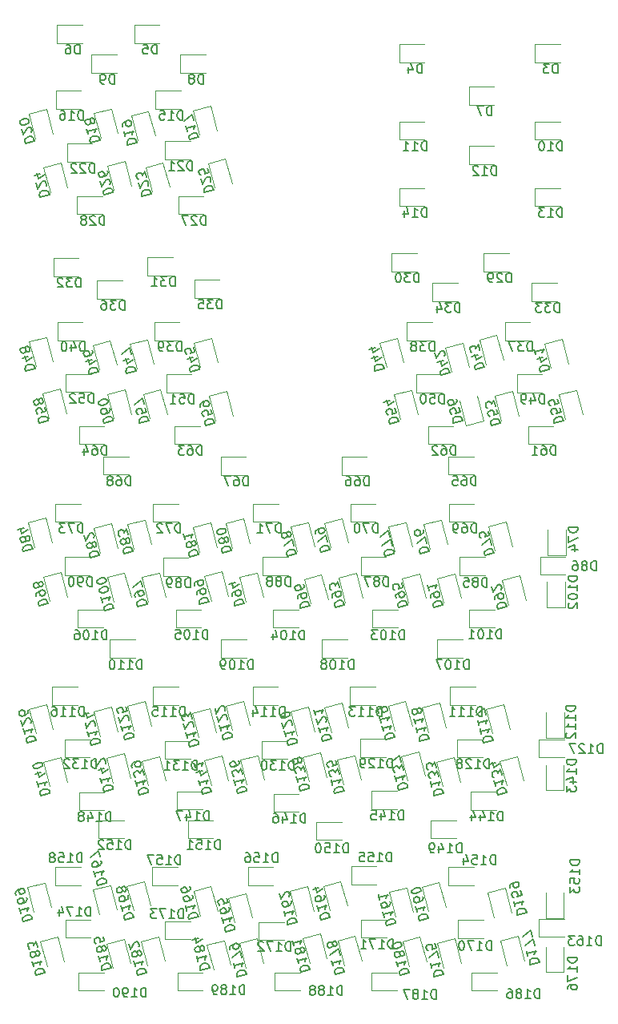
<source format=gbr>
G04 #@! TF.GenerationSoftware,KiCad,Pcbnew,7.0.5*
G04 #@! TF.CreationDate,2025-03-16T19:14:48-05:00*
G04 #@! TF.ProjectId,DSKY_led_display,44534b59-5f6c-4656-945f-646973706c61,V7*
G04 #@! TF.SameCoordinates,Original*
G04 #@! TF.FileFunction,Legend,Bot*
G04 #@! TF.FilePolarity,Positive*
%FSLAX46Y46*%
G04 Gerber Fmt 4.6, Leading zero omitted, Abs format (unit mm)*
G04 Created by KiCad (PCBNEW 7.0.5) date 2025-03-16 19:14:48*
%MOMM*%
%LPD*%
G01*
G04 APERTURE LIST*
%ADD10C,0.150000*%
%ADD11C,0.120000*%
G04 APERTURE END LIST*
D10*
G04 #@! TO.C,D3*
X92279694Y-40966819D02*
X92279694Y-39966819D01*
X92279694Y-39966819D02*
X92041599Y-39966819D01*
X92041599Y-39966819D02*
X91898742Y-40014438D01*
X91898742Y-40014438D02*
X91803504Y-40109676D01*
X91803504Y-40109676D02*
X91755885Y-40204914D01*
X91755885Y-40204914D02*
X91708266Y-40395390D01*
X91708266Y-40395390D02*
X91708266Y-40538247D01*
X91708266Y-40538247D02*
X91755885Y-40728723D01*
X91755885Y-40728723D02*
X91803504Y-40823961D01*
X91803504Y-40823961D02*
X91898742Y-40919200D01*
X91898742Y-40919200D02*
X92041599Y-40966819D01*
X92041599Y-40966819D02*
X92279694Y-40966819D01*
X91374932Y-39966819D02*
X90755885Y-39966819D01*
X90755885Y-39966819D02*
X91089218Y-40347771D01*
X91089218Y-40347771D02*
X90946361Y-40347771D01*
X90946361Y-40347771D02*
X90851123Y-40395390D01*
X90851123Y-40395390D02*
X90803504Y-40443009D01*
X90803504Y-40443009D02*
X90755885Y-40538247D01*
X90755885Y-40538247D02*
X90755885Y-40776342D01*
X90755885Y-40776342D02*
X90803504Y-40871580D01*
X90803504Y-40871580D02*
X90851123Y-40919200D01*
X90851123Y-40919200D02*
X90946361Y-40966819D01*
X90946361Y-40966819D02*
X91232075Y-40966819D01*
X91232075Y-40966819D02*
X91327313Y-40919200D01*
X91327313Y-40919200D02*
X91374932Y-40871580D01*
G04 #@! TO.C,D4*
X77954094Y-40966819D02*
X77954094Y-39966819D01*
X77954094Y-39966819D02*
X77715999Y-39966819D01*
X77715999Y-39966819D02*
X77573142Y-40014438D01*
X77573142Y-40014438D02*
X77477904Y-40109676D01*
X77477904Y-40109676D02*
X77430285Y-40204914D01*
X77430285Y-40204914D02*
X77382666Y-40395390D01*
X77382666Y-40395390D02*
X77382666Y-40538247D01*
X77382666Y-40538247D02*
X77430285Y-40728723D01*
X77430285Y-40728723D02*
X77477904Y-40823961D01*
X77477904Y-40823961D02*
X77573142Y-40919200D01*
X77573142Y-40919200D02*
X77715999Y-40966819D01*
X77715999Y-40966819D02*
X77954094Y-40966819D01*
X76525523Y-40300152D02*
X76525523Y-40966819D01*
X76763618Y-39919200D02*
X77001713Y-40633485D01*
X77001713Y-40633485D02*
X76382666Y-40633485D01*
G04 #@! TO.C,D5*
X49912494Y-38934819D02*
X49912494Y-37934819D01*
X49912494Y-37934819D02*
X49674399Y-37934819D01*
X49674399Y-37934819D02*
X49531542Y-37982438D01*
X49531542Y-37982438D02*
X49436304Y-38077676D01*
X49436304Y-38077676D02*
X49388685Y-38172914D01*
X49388685Y-38172914D02*
X49341066Y-38363390D01*
X49341066Y-38363390D02*
X49341066Y-38506247D01*
X49341066Y-38506247D02*
X49388685Y-38696723D01*
X49388685Y-38696723D02*
X49436304Y-38791961D01*
X49436304Y-38791961D02*
X49531542Y-38887200D01*
X49531542Y-38887200D02*
X49674399Y-38934819D01*
X49674399Y-38934819D02*
X49912494Y-38934819D01*
X48436304Y-37934819D02*
X48912494Y-37934819D01*
X48912494Y-37934819D02*
X48960113Y-38411009D01*
X48960113Y-38411009D02*
X48912494Y-38363390D01*
X48912494Y-38363390D02*
X48817256Y-38315771D01*
X48817256Y-38315771D02*
X48579161Y-38315771D01*
X48579161Y-38315771D02*
X48483923Y-38363390D01*
X48483923Y-38363390D02*
X48436304Y-38411009D01*
X48436304Y-38411009D02*
X48388685Y-38506247D01*
X48388685Y-38506247D02*
X48388685Y-38744342D01*
X48388685Y-38744342D02*
X48436304Y-38839580D01*
X48436304Y-38839580D02*
X48483923Y-38887200D01*
X48483923Y-38887200D02*
X48579161Y-38934819D01*
X48579161Y-38934819D02*
X48817256Y-38934819D01*
X48817256Y-38934819D02*
X48912494Y-38887200D01*
X48912494Y-38887200D02*
X48960113Y-38839580D01*
G04 #@! TO.C,D6*
X41733694Y-38934819D02*
X41733694Y-37934819D01*
X41733694Y-37934819D02*
X41495599Y-37934819D01*
X41495599Y-37934819D02*
X41352742Y-37982438D01*
X41352742Y-37982438D02*
X41257504Y-38077676D01*
X41257504Y-38077676D02*
X41209885Y-38172914D01*
X41209885Y-38172914D02*
X41162266Y-38363390D01*
X41162266Y-38363390D02*
X41162266Y-38506247D01*
X41162266Y-38506247D02*
X41209885Y-38696723D01*
X41209885Y-38696723D02*
X41257504Y-38791961D01*
X41257504Y-38791961D02*
X41352742Y-38887200D01*
X41352742Y-38887200D02*
X41495599Y-38934819D01*
X41495599Y-38934819D02*
X41733694Y-38934819D01*
X40305123Y-37934819D02*
X40495599Y-37934819D01*
X40495599Y-37934819D02*
X40590837Y-37982438D01*
X40590837Y-37982438D02*
X40638456Y-38030057D01*
X40638456Y-38030057D02*
X40733694Y-38172914D01*
X40733694Y-38172914D02*
X40781313Y-38363390D01*
X40781313Y-38363390D02*
X40781313Y-38744342D01*
X40781313Y-38744342D02*
X40733694Y-38839580D01*
X40733694Y-38839580D02*
X40686075Y-38887200D01*
X40686075Y-38887200D02*
X40590837Y-38934819D01*
X40590837Y-38934819D02*
X40400361Y-38934819D01*
X40400361Y-38934819D02*
X40305123Y-38887200D01*
X40305123Y-38887200D02*
X40257504Y-38839580D01*
X40257504Y-38839580D02*
X40209885Y-38744342D01*
X40209885Y-38744342D02*
X40209885Y-38506247D01*
X40209885Y-38506247D02*
X40257504Y-38411009D01*
X40257504Y-38411009D02*
X40305123Y-38363390D01*
X40305123Y-38363390D02*
X40400361Y-38315771D01*
X40400361Y-38315771D02*
X40590837Y-38315771D01*
X40590837Y-38315771D02*
X40686075Y-38363390D01*
X40686075Y-38363390D02*
X40733694Y-38411009D01*
X40733694Y-38411009D02*
X40781313Y-38506247D01*
G04 #@! TO.C,D7*
X85320094Y-45437219D02*
X85320094Y-44437219D01*
X85320094Y-44437219D02*
X85081999Y-44437219D01*
X85081999Y-44437219D02*
X84939142Y-44484838D01*
X84939142Y-44484838D02*
X84843904Y-44580076D01*
X84843904Y-44580076D02*
X84796285Y-44675314D01*
X84796285Y-44675314D02*
X84748666Y-44865790D01*
X84748666Y-44865790D02*
X84748666Y-45008647D01*
X84748666Y-45008647D02*
X84796285Y-45199123D01*
X84796285Y-45199123D02*
X84843904Y-45294361D01*
X84843904Y-45294361D02*
X84939142Y-45389600D01*
X84939142Y-45389600D02*
X85081999Y-45437219D01*
X85081999Y-45437219D02*
X85320094Y-45437219D01*
X84415332Y-44437219D02*
X83748666Y-44437219D01*
X83748666Y-44437219D02*
X84177237Y-45437219D01*
G04 #@! TO.C,D8*
X54789294Y-42084419D02*
X54789294Y-41084419D01*
X54789294Y-41084419D02*
X54551199Y-41084419D01*
X54551199Y-41084419D02*
X54408342Y-41132038D01*
X54408342Y-41132038D02*
X54313104Y-41227276D01*
X54313104Y-41227276D02*
X54265485Y-41322514D01*
X54265485Y-41322514D02*
X54217866Y-41512990D01*
X54217866Y-41512990D02*
X54217866Y-41655847D01*
X54217866Y-41655847D02*
X54265485Y-41846323D01*
X54265485Y-41846323D02*
X54313104Y-41941561D01*
X54313104Y-41941561D02*
X54408342Y-42036800D01*
X54408342Y-42036800D02*
X54551199Y-42084419D01*
X54551199Y-42084419D02*
X54789294Y-42084419D01*
X53646437Y-41512990D02*
X53741675Y-41465371D01*
X53741675Y-41465371D02*
X53789294Y-41417752D01*
X53789294Y-41417752D02*
X53836913Y-41322514D01*
X53836913Y-41322514D02*
X53836913Y-41274895D01*
X53836913Y-41274895D02*
X53789294Y-41179657D01*
X53789294Y-41179657D02*
X53741675Y-41132038D01*
X53741675Y-41132038D02*
X53646437Y-41084419D01*
X53646437Y-41084419D02*
X53455961Y-41084419D01*
X53455961Y-41084419D02*
X53360723Y-41132038D01*
X53360723Y-41132038D02*
X53313104Y-41179657D01*
X53313104Y-41179657D02*
X53265485Y-41274895D01*
X53265485Y-41274895D02*
X53265485Y-41322514D01*
X53265485Y-41322514D02*
X53313104Y-41417752D01*
X53313104Y-41417752D02*
X53360723Y-41465371D01*
X53360723Y-41465371D02*
X53455961Y-41512990D01*
X53455961Y-41512990D02*
X53646437Y-41512990D01*
X53646437Y-41512990D02*
X53741675Y-41560609D01*
X53741675Y-41560609D02*
X53789294Y-41608228D01*
X53789294Y-41608228D02*
X53836913Y-41703466D01*
X53836913Y-41703466D02*
X53836913Y-41893942D01*
X53836913Y-41893942D02*
X53789294Y-41989180D01*
X53789294Y-41989180D02*
X53741675Y-42036800D01*
X53741675Y-42036800D02*
X53646437Y-42084419D01*
X53646437Y-42084419D02*
X53455961Y-42084419D01*
X53455961Y-42084419D02*
X53360723Y-42036800D01*
X53360723Y-42036800D02*
X53313104Y-41989180D01*
X53313104Y-41989180D02*
X53265485Y-41893942D01*
X53265485Y-41893942D02*
X53265485Y-41703466D01*
X53265485Y-41703466D02*
X53313104Y-41608228D01*
X53313104Y-41608228D02*
X53360723Y-41560609D01*
X53360723Y-41560609D02*
X53455961Y-41512990D01*
G04 #@! TO.C,D9*
X45391294Y-42084419D02*
X45391294Y-41084419D01*
X45391294Y-41084419D02*
X45153199Y-41084419D01*
X45153199Y-41084419D02*
X45010342Y-41132038D01*
X45010342Y-41132038D02*
X44915104Y-41227276D01*
X44915104Y-41227276D02*
X44867485Y-41322514D01*
X44867485Y-41322514D02*
X44819866Y-41512990D01*
X44819866Y-41512990D02*
X44819866Y-41655847D01*
X44819866Y-41655847D02*
X44867485Y-41846323D01*
X44867485Y-41846323D02*
X44915104Y-41941561D01*
X44915104Y-41941561D02*
X45010342Y-42036800D01*
X45010342Y-42036800D02*
X45153199Y-42084419D01*
X45153199Y-42084419D02*
X45391294Y-42084419D01*
X44343675Y-42084419D02*
X44153199Y-42084419D01*
X44153199Y-42084419D02*
X44057961Y-42036800D01*
X44057961Y-42036800D02*
X44010342Y-41989180D01*
X44010342Y-41989180D02*
X43915104Y-41846323D01*
X43915104Y-41846323D02*
X43867485Y-41655847D01*
X43867485Y-41655847D02*
X43867485Y-41274895D01*
X43867485Y-41274895D02*
X43915104Y-41179657D01*
X43915104Y-41179657D02*
X43962723Y-41132038D01*
X43962723Y-41132038D02*
X44057961Y-41084419D01*
X44057961Y-41084419D02*
X44248437Y-41084419D01*
X44248437Y-41084419D02*
X44343675Y-41132038D01*
X44343675Y-41132038D02*
X44391294Y-41179657D01*
X44391294Y-41179657D02*
X44438913Y-41274895D01*
X44438913Y-41274895D02*
X44438913Y-41512990D01*
X44438913Y-41512990D02*
X44391294Y-41608228D01*
X44391294Y-41608228D02*
X44343675Y-41655847D01*
X44343675Y-41655847D02*
X44248437Y-41703466D01*
X44248437Y-41703466D02*
X44057961Y-41703466D01*
X44057961Y-41703466D02*
X43962723Y-41655847D01*
X43962723Y-41655847D02*
X43915104Y-41608228D01*
X43915104Y-41608228D02*
X43867485Y-41512990D01*
G04 #@! TO.C,D10*
X92755885Y-49145619D02*
X92755885Y-48145619D01*
X92755885Y-48145619D02*
X92517790Y-48145619D01*
X92517790Y-48145619D02*
X92374933Y-48193238D01*
X92374933Y-48193238D02*
X92279695Y-48288476D01*
X92279695Y-48288476D02*
X92232076Y-48383714D01*
X92232076Y-48383714D02*
X92184457Y-48574190D01*
X92184457Y-48574190D02*
X92184457Y-48717047D01*
X92184457Y-48717047D02*
X92232076Y-48907523D01*
X92232076Y-48907523D02*
X92279695Y-49002761D01*
X92279695Y-49002761D02*
X92374933Y-49098000D01*
X92374933Y-49098000D02*
X92517790Y-49145619D01*
X92517790Y-49145619D02*
X92755885Y-49145619D01*
X91232076Y-49145619D02*
X91803504Y-49145619D01*
X91517790Y-49145619D02*
X91517790Y-48145619D01*
X91517790Y-48145619D02*
X91613028Y-48288476D01*
X91613028Y-48288476D02*
X91708266Y-48383714D01*
X91708266Y-48383714D02*
X91803504Y-48431333D01*
X90613028Y-48145619D02*
X90517790Y-48145619D01*
X90517790Y-48145619D02*
X90422552Y-48193238D01*
X90422552Y-48193238D02*
X90374933Y-48240857D01*
X90374933Y-48240857D02*
X90327314Y-48336095D01*
X90327314Y-48336095D02*
X90279695Y-48526571D01*
X90279695Y-48526571D02*
X90279695Y-48764666D01*
X90279695Y-48764666D02*
X90327314Y-48955142D01*
X90327314Y-48955142D02*
X90374933Y-49050380D01*
X90374933Y-49050380D02*
X90422552Y-49098000D01*
X90422552Y-49098000D02*
X90517790Y-49145619D01*
X90517790Y-49145619D02*
X90613028Y-49145619D01*
X90613028Y-49145619D02*
X90708266Y-49098000D01*
X90708266Y-49098000D02*
X90755885Y-49050380D01*
X90755885Y-49050380D02*
X90803504Y-48955142D01*
X90803504Y-48955142D02*
X90851123Y-48764666D01*
X90851123Y-48764666D02*
X90851123Y-48526571D01*
X90851123Y-48526571D02*
X90803504Y-48336095D01*
X90803504Y-48336095D02*
X90755885Y-48240857D01*
X90755885Y-48240857D02*
X90708266Y-48193238D01*
X90708266Y-48193238D02*
X90613028Y-48145619D01*
G04 #@! TO.C,D11*
X78430285Y-49145619D02*
X78430285Y-48145619D01*
X78430285Y-48145619D02*
X78192190Y-48145619D01*
X78192190Y-48145619D02*
X78049333Y-48193238D01*
X78049333Y-48193238D02*
X77954095Y-48288476D01*
X77954095Y-48288476D02*
X77906476Y-48383714D01*
X77906476Y-48383714D02*
X77858857Y-48574190D01*
X77858857Y-48574190D02*
X77858857Y-48717047D01*
X77858857Y-48717047D02*
X77906476Y-48907523D01*
X77906476Y-48907523D02*
X77954095Y-49002761D01*
X77954095Y-49002761D02*
X78049333Y-49098000D01*
X78049333Y-49098000D02*
X78192190Y-49145619D01*
X78192190Y-49145619D02*
X78430285Y-49145619D01*
X76906476Y-49145619D02*
X77477904Y-49145619D01*
X77192190Y-49145619D02*
X77192190Y-48145619D01*
X77192190Y-48145619D02*
X77287428Y-48288476D01*
X77287428Y-48288476D02*
X77382666Y-48383714D01*
X77382666Y-48383714D02*
X77477904Y-48431333D01*
X75954095Y-49145619D02*
X76525523Y-49145619D01*
X76239809Y-49145619D02*
X76239809Y-48145619D01*
X76239809Y-48145619D02*
X76335047Y-48288476D01*
X76335047Y-48288476D02*
X76430285Y-48383714D01*
X76430285Y-48383714D02*
X76525523Y-48431333D01*
G04 #@! TO.C,D12*
X85796285Y-51736419D02*
X85796285Y-50736419D01*
X85796285Y-50736419D02*
X85558190Y-50736419D01*
X85558190Y-50736419D02*
X85415333Y-50784038D01*
X85415333Y-50784038D02*
X85320095Y-50879276D01*
X85320095Y-50879276D02*
X85272476Y-50974514D01*
X85272476Y-50974514D02*
X85224857Y-51164990D01*
X85224857Y-51164990D02*
X85224857Y-51307847D01*
X85224857Y-51307847D02*
X85272476Y-51498323D01*
X85272476Y-51498323D02*
X85320095Y-51593561D01*
X85320095Y-51593561D02*
X85415333Y-51688800D01*
X85415333Y-51688800D02*
X85558190Y-51736419D01*
X85558190Y-51736419D02*
X85796285Y-51736419D01*
X84272476Y-51736419D02*
X84843904Y-51736419D01*
X84558190Y-51736419D02*
X84558190Y-50736419D01*
X84558190Y-50736419D02*
X84653428Y-50879276D01*
X84653428Y-50879276D02*
X84748666Y-50974514D01*
X84748666Y-50974514D02*
X84843904Y-51022133D01*
X83891523Y-50831657D02*
X83843904Y-50784038D01*
X83843904Y-50784038D02*
X83748666Y-50736419D01*
X83748666Y-50736419D02*
X83510571Y-50736419D01*
X83510571Y-50736419D02*
X83415333Y-50784038D01*
X83415333Y-50784038D02*
X83367714Y-50831657D01*
X83367714Y-50831657D02*
X83320095Y-50926895D01*
X83320095Y-50926895D02*
X83320095Y-51022133D01*
X83320095Y-51022133D02*
X83367714Y-51164990D01*
X83367714Y-51164990D02*
X83939142Y-51736419D01*
X83939142Y-51736419D02*
X83320095Y-51736419D01*
G04 #@! TO.C,D13*
X92755885Y-56156019D02*
X92755885Y-55156019D01*
X92755885Y-55156019D02*
X92517790Y-55156019D01*
X92517790Y-55156019D02*
X92374933Y-55203638D01*
X92374933Y-55203638D02*
X92279695Y-55298876D01*
X92279695Y-55298876D02*
X92232076Y-55394114D01*
X92232076Y-55394114D02*
X92184457Y-55584590D01*
X92184457Y-55584590D02*
X92184457Y-55727447D01*
X92184457Y-55727447D02*
X92232076Y-55917923D01*
X92232076Y-55917923D02*
X92279695Y-56013161D01*
X92279695Y-56013161D02*
X92374933Y-56108400D01*
X92374933Y-56108400D02*
X92517790Y-56156019D01*
X92517790Y-56156019D02*
X92755885Y-56156019D01*
X91232076Y-56156019D02*
X91803504Y-56156019D01*
X91517790Y-56156019D02*
X91517790Y-55156019D01*
X91517790Y-55156019D02*
X91613028Y-55298876D01*
X91613028Y-55298876D02*
X91708266Y-55394114D01*
X91708266Y-55394114D02*
X91803504Y-55441733D01*
X90898742Y-55156019D02*
X90279695Y-55156019D01*
X90279695Y-55156019D02*
X90613028Y-55536971D01*
X90613028Y-55536971D02*
X90470171Y-55536971D01*
X90470171Y-55536971D02*
X90374933Y-55584590D01*
X90374933Y-55584590D02*
X90327314Y-55632209D01*
X90327314Y-55632209D02*
X90279695Y-55727447D01*
X90279695Y-55727447D02*
X90279695Y-55965542D01*
X90279695Y-55965542D02*
X90327314Y-56060780D01*
X90327314Y-56060780D02*
X90374933Y-56108400D01*
X90374933Y-56108400D02*
X90470171Y-56156019D01*
X90470171Y-56156019D02*
X90755885Y-56156019D01*
X90755885Y-56156019D02*
X90851123Y-56108400D01*
X90851123Y-56108400D02*
X90898742Y-56060780D01*
G04 #@! TO.C,D14*
X78430285Y-56156019D02*
X78430285Y-55156019D01*
X78430285Y-55156019D02*
X78192190Y-55156019D01*
X78192190Y-55156019D02*
X78049333Y-55203638D01*
X78049333Y-55203638D02*
X77954095Y-55298876D01*
X77954095Y-55298876D02*
X77906476Y-55394114D01*
X77906476Y-55394114D02*
X77858857Y-55584590D01*
X77858857Y-55584590D02*
X77858857Y-55727447D01*
X77858857Y-55727447D02*
X77906476Y-55917923D01*
X77906476Y-55917923D02*
X77954095Y-56013161D01*
X77954095Y-56013161D02*
X78049333Y-56108400D01*
X78049333Y-56108400D02*
X78192190Y-56156019D01*
X78192190Y-56156019D02*
X78430285Y-56156019D01*
X76906476Y-56156019D02*
X77477904Y-56156019D01*
X77192190Y-56156019D02*
X77192190Y-55156019D01*
X77192190Y-55156019D02*
X77287428Y-55298876D01*
X77287428Y-55298876D02*
X77382666Y-55394114D01*
X77382666Y-55394114D02*
X77477904Y-55441733D01*
X76049333Y-55489352D02*
X76049333Y-56156019D01*
X76287428Y-55108400D02*
X76525523Y-55822685D01*
X76525523Y-55822685D02*
X75906476Y-55822685D01*
G04 #@! TO.C,D15*
X52623885Y-45894419D02*
X52623885Y-44894419D01*
X52623885Y-44894419D02*
X52385790Y-44894419D01*
X52385790Y-44894419D02*
X52242933Y-44942038D01*
X52242933Y-44942038D02*
X52147695Y-45037276D01*
X52147695Y-45037276D02*
X52100076Y-45132514D01*
X52100076Y-45132514D02*
X52052457Y-45322990D01*
X52052457Y-45322990D02*
X52052457Y-45465847D01*
X52052457Y-45465847D02*
X52100076Y-45656323D01*
X52100076Y-45656323D02*
X52147695Y-45751561D01*
X52147695Y-45751561D02*
X52242933Y-45846800D01*
X52242933Y-45846800D02*
X52385790Y-45894419D01*
X52385790Y-45894419D02*
X52623885Y-45894419D01*
X51100076Y-45894419D02*
X51671504Y-45894419D01*
X51385790Y-45894419D02*
X51385790Y-44894419D01*
X51385790Y-44894419D02*
X51481028Y-45037276D01*
X51481028Y-45037276D02*
X51576266Y-45132514D01*
X51576266Y-45132514D02*
X51671504Y-45180133D01*
X50195314Y-44894419D02*
X50671504Y-44894419D01*
X50671504Y-44894419D02*
X50719123Y-45370609D01*
X50719123Y-45370609D02*
X50671504Y-45322990D01*
X50671504Y-45322990D02*
X50576266Y-45275371D01*
X50576266Y-45275371D02*
X50338171Y-45275371D01*
X50338171Y-45275371D02*
X50242933Y-45322990D01*
X50242933Y-45322990D02*
X50195314Y-45370609D01*
X50195314Y-45370609D02*
X50147695Y-45465847D01*
X50147695Y-45465847D02*
X50147695Y-45703942D01*
X50147695Y-45703942D02*
X50195314Y-45799180D01*
X50195314Y-45799180D02*
X50242933Y-45846800D01*
X50242933Y-45846800D02*
X50338171Y-45894419D01*
X50338171Y-45894419D02*
X50576266Y-45894419D01*
X50576266Y-45894419D02*
X50671504Y-45846800D01*
X50671504Y-45846800D02*
X50719123Y-45799180D01*
G04 #@! TO.C,D16*
X42108285Y-45894419D02*
X42108285Y-44894419D01*
X42108285Y-44894419D02*
X41870190Y-44894419D01*
X41870190Y-44894419D02*
X41727333Y-44942038D01*
X41727333Y-44942038D02*
X41632095Y-45037276D01*
X41632095Y-45037276D02*
X41584476Y-45132514D01*
X41584476Y-45132514D02*
X41536857Y-45322990D01*
X41536857Y-45322990D02*
X41536857Y-45465847D01*
X41536857Y-45465847D02*
X41584476Y-45656323D01*
X41584476Y-45656323D02*
X41632095Y-45751561D01*
X41632095Y-45751561D02*
X41727333Y-45846800D01*
X41727333Y-45846800D02*
X41870190Y-45894419D01*
X41870190Y-45894419D02*
X42108285Y-45894419D01*
X40584476Y-45894419D02*
X41155904Y-45894419D01*
X40870190Y-45894419D02*
X40870190Y-44894419D01*
X40870190Y-44894419D02*
X40965428Y-45037276D01*
X40965428Y-45037276D02*
X41060666Y-45132514D01*
X41060666Y-45132514D02*
X41155904Y-45180133D01*
X39727333Y-44894419D02*
X39917809Y-44894419D01*
X39917809Y-44894419D02*
X40013047Y-44942038D01*
X40013047Y-44942038D02*
X40060666Y-44989657D01*
X40060666Y-44989657D02*
X40155904Y-45132514D01*
X40155904Y-45132514D02*
X40203523Y-45322990D01*
X40203523Y-45322990D02*
X40203523Y-45703942D01*
X40203523Y-45703942D02*
X40155904Y-45799180D01*
X40155904Y-45799180D02*
X40108285Y-45846800D01*
X40108285Y-45846800D02*
X40013047Y-45894419D01*
X40013047Y-45894419D02*
X39822571Y-45894419D01*
X39822571Y-45894419D02*
X39727333Y-45846800D01*
X39727333Y-45846800D02*
X39679714Y-45799180D01*
X39679714Y-45799180D02*
X39632095Y-45703942D01*
X39632095Y-45703942D02*
X39632095Y-45465847D01*
X39632095Y-45465847D02*
X39679714Y-45370609D01*
X39679714Y-45370609D02*
X39727333Y-45322990D01*
X39727333Y-45322990D02*
X39822571Y-45275371D01*
X39822571Y-45275371D02*
X40013047Y-45275371D01*
X40013047Y-45275371D02*
X40108285Y-45322990D01*
X40108285Y-45322990D02*
X40155904Y-45370609D01*
X40155904Y-45370609D02*
X40203523Y-45465847D01*
G04 #@! TO.C,D17*
X53348380Y-47996475D02*
X54314306Y-47737656D01*
X54314306Y-47737656D02*
X54252683Y-47507674D01*
X54252683Y-47507674D02*
X54169712Y-47382009D01*
X54169712Y-47382009D02*
X54053070Y-47314666D01*
X54053070Y-47314666D02*
X53948752Y-47293319D01*
X53948752Y-47293319D02*
X53752441Y-47296621D01*
X53752441Y-47296621D02*
X53614452Y-47333595D01*
X53614452Y-47333595D02*
X53442791Y-47428891D01*
X53442791Y-47428891D02*
X53363123Y-47499536D01*
X53363123Y-47499536D02*
X53295779Y-47616179D01*
X53295779Y-47616179D02*
X53286757Y-47766493D01*
X53286757Y-47766493D02*
X53348380Y-47996475D01*
X52953989Y-46524588D02*
X53101886Y-47076546D01*
X53027938Y-46800567D02*
X53993864Y-46541748D01*
X53993864Y-46541748D02*
X53880524Y-46670715D01*
X53880524Y-46670715D02*
X53813180Y-46787358D01*
X53813180Y-46787358D02*
X53791833Y-46891675D01*
X53833642Y-45943794D02*
X53661096Y-45299843D01*
X53661096Y-45299843D02*
X52806093Y-45972631D01*
G04 #@! TO.C,D18*
X42883580Y-48301275D02*
X43849506Y-48042456D01*
X43849506Y-48042456D02*
X43787883Y-47812474D01*
X43787883Y-47812474D02*
X43704912Y-47686809D01*
X43704912Y-47686809D02*
X43588270Y-47619466D01*
X43588270Y-47619466D02*
X43483952Y-47598119D01*
X43483952Y-47598119D02*
X43287641Y-47601421D01*
X43287641Y-47601421D02*
X43149652Y-47638395D01*
X43149652Y-47638395D02*
X42977991Y-47733691D01*
X42977991Y-47733691D02*
X42898323Y-47804336D01*
X42898323Y-47804336D02*
X42830979Y-47920979D01*
X42830979Y-47920979D02*
X42821957Y-48071293D01*
X42821957Y-48071293D02*
X42883580Y-48301275D01*
X42489189Y-46829388D02*
X42637086Y-47381346D01*
X42563138Y-47105367D02*
X43529064Y-46846548D01*
X43529064Y-46846548D02*
X43415724Y-46975515D01*
X43415724Y-46975515D02*
X43348380Y-47092158D01*
X43348380Y-47092158D02*
X43327033Y-47196475D01*
X42893250Y-46129534D02*
X42963896Y-46209202D01*
X42963896Y-46209202D02*
X43022217Y-46242874D01*
X43022217Y-46242874D02*
X43126535Y-46264221D01*
X43126535Y-46264221D02*
X43172532Y-46251896D01*
X43172532Y-46251896D02*
X43252200Y-46181250D01*
X43252200Y-46181250D02*
X43285872Y-46122929D01*
X43285872Y-46122929D02*
X43307219Y-46018612D01*
X43307219Y-46018612D02*
X43257920Y-45834626D01*
X43257920Y-45834626D02*
X43187274Y-45754958D01*
X43187274Y-45754958D02*
X43128953Y-45721286D01*
X43128953Y-45721286D02*
X43024635Y-45699939D01*
X43024635Y-45699939D02*
X42978639Y-45712263D01*
X42978639Y-45712263D02*
X42898970Y-45782909D01*
X42898970Y-45782909D02*
X42865299Y-45841231D01*
X42865299Y-45841231D02*
X42843952Y-45945548D01*
X42843952Y-45945548D02*
X42893250Y-46129534D01*
X42893250Y-46129534D02*
X42871903Y-46233852D01*
X42871903Y-46233852D02*
X42838232Y-46292173D01*
X42838232Y-46292173D02*
X42758563Y-46362819D01*
X42758563Y-46362819D02*
X42574578Y-46412118D01*
X42574578Y-46412118D02*
X42470260Y-46390771D01*
X42470260Y-46390771D02*
X42411939Y-46357099D01*
X42411939Y-46357099D02*
X42341293Y-46277431D01*
X42341293Y-46277431D02*
X42291994Y-46093445D01*
X42291994Y-46093445D02*
X42313341Y-45989127D01*
X42313341Y-45989127D02*
X42347013Y-45930806D01*
X42347013Y-45930806D02*
X42426681Y-45860160D01*
X42426681Y-45860160D02*
X42610667Y-45810861D01*
X42610667Y-45810861D02*
X42714984Y-45832208D01*
X42714984Y-45832208D02*
X42773306Y-45865880D01*
X42773306Y-45865880D02*
X42843952Y-45945548D01*
G04 #@! TO.C,D19*
X46795180Y-48555275D02*
X47761106Y-48296456D01*
X47761106Y-48296456D02*
X47699483Y-48066474D01*
X47699483Y-48066474D02*
X47616512Y-47940809D01*
X47616512Y-47940809D02*
X47499870Y-47873466D01*
X47499870Y-47873466D02*
X47395552Y-47852119D01*
X47395552Y-47852119D02*
X47199241Y-47855421D01*
X47199241Y-47855421D02*
X47061252Y-47892395D01*
X47061252Y-47892395D02*
X46889591Y-47987691D01*
X46889591Y-47987691D02*
X46809923Y-48058336D01*
X46809923Y-48058336D02*
X46742579Y-48174979D01*
X46742579Y-48174979D02*
X46733557Y-48325293D01*
X46733557Y-48325293D02*
X46795180Y-48555275D01*
X46400789Y-47083388D02*
X46548686Y-47635346D01*
X46474738Y-47359367D02*
X47440664Y-47100548D01*
X47440664Y-47100548D02*
X47327324Y-47229515D01*
X47327324Y-47229515D02*
X47259980Y-47346158D01*
X47259980Y-47346158D02*
X47238633Y-47450475D01*
X46277542Y-46623424D02*
X46228243Y-46439438D01*
X46228243Y-46439438D02*
X46249590Y-46335120D01*
X46249590Y-46335120D02*
X46283262Y-46276799D01*
X46283262Y-46276799D02*
X46396602Y-46147832D01*
X46396602Y-46147832D02*
X46568263Y-46052536D01*
X46568263Y-46052536D02*
X46936235Y-45953939D01*
X46936235Y-45953939D02*
X47040553Y-45975286D01*
X47040553Y-45975286D02*
X47098874Y-46008958D01*
X47098874Y-46008958D02*
X47169520Y-46088626D01*
X47169520Y-46088626D02*
X47218819Y-46272612D01*
X47218819Y-46272612D02*
X47197472Y-46376929D01*
X47197472Y-46376929D02*
X47163800Y-46435250D01*
X47163800Y-46435250D02*
X47084132Y-46505896D01*
X47084132Y-46505896D02*
X46854149Y-46567520D01*
X46854149Y-46567520D02*
X46749832Y-46546173D01*
X46749832Y-46546173D02*
X46691510Y-46512501D01*
X46691510Y-46512501D02*
X46620865Y-46432833D01*
X46620865Y-46432833D02*
X46571566Y-46248847D01*
X46571566Y-46248847D02*
X46592913Y-46144529D01*
X46592913Y-46144529D02*
X46626584Y-46086208D01*
X46626584Y-46086208D02*
X46706253Y-46015562D01*
G04 #@! TO.C,D20*
X35974780Y-48352075D02*
X36940706Y-48093256D01*
X36940706Y-48093256D02*
X36879083Y-47863274D01*
X36879083Y-47863274D02*
X36796112Y-47737609D01*
X36796112Y-47737609D02*
X36679470Y-47670266D01*
X36679470Y-47670266D02*
X36575152Y-47648919D01*
X36575152Y-47648919D02*
X36378841Y-47652221D01*
X36378841Y-47652221D02*
X36240852Y-47689195D01*
X36240852Y-47689195D02*
X36069191Y-47784491D01*
X36069191Y-47784491D02*
X35989523Y-47855136D01*
X35989523Y-47855136D02*
X35922179Y-47971779D01*
X35922179Y-47971779D02*
X35913157Y-48122093D01*
X35913157Y-48122093D02*
X35974780Y-48352075D01*
X36602219Y-47197976D02*
X36635891Y-47139655D01*
X36635891Y-47139655D02*
X36657238Y-47035338D01*
X36657238Y-47035338D02*
X36595614Y-46805355D01*
X36595614Y-46805355D02*
X36524968Y-46725687D01*
X36524968Y-46725687D02*
X36466647Y-46692015D01*
X36466647Y-46692015D02*
X36362329Y-46670668D01*
X36362329Y-46670668D02*
X36270336Y-46695318D01*
X36270336Y-46695318D02*
X36144672Y-46778288D01*
X36144672Y-46778288D02*
X35740611Y-47478142D01*
X35740611Y-47478142D02*
X35580389Y-46880188D01*
X36386094Y-46023415D02*
X36361444Y-45931422D01*
X36361444Y-45931422D02*
X36290799Y-45851754D01*
X36290799Y-45851754D02*
X36232477Y-45818082D01*
X36232477Y-45818082D02*
X36128160Y-45796735D01*
X36128160Y-45796735D02*
X35931849Y-45800038D01*
X35931849Y-45800038D02*
X35701867Y-45861661D01*
X35701867Y-45861661D02*
X35530206Y-45956957D01*
X35530206Y-45956957D02*
X35450537Y-46027602D01*
X35450537Y-46027602D02*
X35416866Y-46085924D01*
X35416866Y-46085924D02*
X35395519Y-46190241D01*
X35395519Y-46190241D02*
X35420168Y-46282234D01*
X35420168Y-46282234D02*
X35490814Y-46361902D01*
X35490814Y-46361902D02*
X35549135Y-46395574D01*
X35549135Y-46395574D02*
X35653453Y-46416921D01*
X35653453Y-46416921D02*
X35849763Y-46413619D01*
X35849763Y-46413619D02*
X36079746Y-46351995D01*
X36079746Y-46351995D02*
X36251407Y-46256700D01*
X36251407Y-46256700D02*
X36331075Y-46186054D01*
X36331075Y-46186054D02*
X36364747Y-46127733D01*
X36364747Y-46127733D02*
X36386094Y-46023415D01*
G04 #@! TO.C,D21*
X53639885Y-51228419D02*
X53639885Y-50228419D01*
X53639885Y-50228419D02*
X53401790Y-50228419D01*
X53401790Y-50228419D02*
X53258933Y-50276038D01*
X53258933Y-50276038D02*
X53163695Y-50371276D01*
X53163695Y-50371276D02*
X53116076Y-50466514D01*
X53116076Y-50466514D02*
X53068457Y-50656990D01*
X53068457Y-50656990D02*
X53068457Y-50799847D01*
X53068457Y-50799847D02*
X53116076Y-50990323D01*
X53116076Y-50990323D02*
X53163695Y-51085561D01*
X53163695Y-51085561D02*
X53258933Y-51180800D01*
X53258933Y-51180800D02*
X53401790Y-51228419D01*
X53401790Y-51228419D02*
X53639885Y-51228419D01*
X52687504Y-50323657D02*
X52639885Y-50276038D01*
X52639885Y-50276038D02*
X52544647Y-50228419D01*
X52544647Y-50228419D02*
X52306552Y-50228419D01*
X52306552Y-50228419D02*
X52211314Y-50276038D01*
X52211314Y-50276038D02*
X52163695Y-50323657D01*
X52163695Y-50323657D02*
X52116076Y-50418895D01*
X52116076Y-50418895D02*
X52116076Y-50514133D01*
X52116076Y-50514133D02*
X52163695Y-50656990D01*
X52163695Y-50656990D02*
X52735123Y-51228419D01*
X52735123Y-51228419D02*
X52116076Y-51228419D01*
X51163695Y-51228419D02*
X51735123Y-51228419D01*
X51449409Y-51228419D02*
X51449409Y-50228419D01*
X51449409Y-50228419D02*
X51544647Y-50371276D01*
X51544647Y-50371276D02*
X51639885Y-50466514D01*
X51639885Y-50466514D02*
X51735123Y-50514133D01*
G04 #@! TO.C,D22*
X43276685Y-51482419D02*
X43276685Y-50482419D01*
X43276685Y-50482419D02*
X43038590Y-50482419D01*
X43038590Y-50482419D02*
X42895733Y-50530038D01*
X42895733Y-50530038D02*
X42800495Y-50625276D01*
X42800495Y-50625276D02*
X42752876Y-50720514D01*
X42752876Y-50720514D02*
X42705257Y-50910990D01*
X42705257Y-50910990D02*
X42705257Y-51053847D01*
X42705257Y-51053847D02*
X42752876Y-51244323D01*
X42752876Y-51244323D02*
X42800495Y-51339561D01*
X42800495Y-51339561D02*
X42895733Y-51434800D01*
X42895733Y-51434800D02*
X43038590Y-51482419D01*
X43038590Y-51482419D02*
X43276685Y-51482419D01*
X42324304Y-50577657D02*
X42276685Y-50530038D01*
X42276685Y-50530038D02*
X42181447Y-50482419D01*
X42181447Y-50482419D02*
X41943352Y-50482419D01*
X41943352Y-50482419D02*
X41848114Y-50530038D01*
X41848114Y-50530038D02*
X41800495Y-50577657D01*
X41800495Y-50577657D02*
X41752876Y-50672895D01*
X41752876Y-50672895D02*
X41752876Y-50768133D01*
X41752876Y-50768133D02*
X41800495Y-50910990D01*
X41800495Y-50910990D02*
X42371923Y-51482419D01*
X42371923Y-51482419D02*
X41752876Y-51482419D01*
X41371923Y-50577657D02*
X41324304Y-50530038D01*
X41324304Y-50530038D02*
X41229066Y-50482419D01*
X41229066Y-50482419D02*
X40990971Y-50482419D01*
X40990971Y-50482419D02*
X40895733Y-50530038D01*
X40895733Y-50530038D02*
X40848114Y-50577657D01*
X40848114Y-50577657D02*
X40800495Y-50672895D01*
X40800495Y-50672895D02*
X40800495Y-50768133D01*
X40800495Y-50768133D02*
X40848114Y-50910990D01*
X40848114Y-50910990D02*
X41419542Y-51482419D01*
X41419542Y-51482419D02*
X40800495Y-51482419D01*
G04 #@! TO.C,D23*
X48319180Y-53990875D02*
X49285106Y-53732056D01*
X49285106Y-53732056D02*
X49223483Y-53502074D01*
X49223483Y-53502074D02*
X49140512Y-53376409D01*
X49140512Y-53376409D02*
X49023870Y-53309066D01*
X49023870Y-53309066D02*
X48919552Y-53287719D01*
X48919552Y-53287719D02*
X48723241Y-53291021D01*
X48723241Y-53291021D02*
X48585252Y-53327995D01*
X48585252Y-53327995D02*
X48413591Y-53423291D01*
X48413591Y-53423291D02*
X48333923Y-53493936D01*
X48333923Y-53493936D02*
X48266579Y-53610579D01*
X48266579Y-53610579D02*
X48257557Y-53760893D01*
X48257557Y-53760893D02*
X48319180Y-53990875D01*
X48946619Y-52836776D02*
X48980291Y-52778455D01*
X48980291Y-52778455D02*
X49001638Y-52674138D01*
X49001638Y-52674138D02*
X48940014Y-52444155D01*
X48940014Y-52444155D02*
X48869368Y-52364487D01*
X48869368Y-52364487D02*
X48811047Y-52330815D01*
X48811047Y-52330815D02*
X48706729Y-52309468D01*
X48706729Y-52309468D02*
X48614736Y-52334118D01*
X48614736Y-52334118D02*
X48489072Y-52417088D01*
X48489072Y-52417088D02*
X48085011Y-53116942D01*
X48085011Y-53116942D02*
X47924789Y-52518988D01*
X48804442Y-51938194D02*
X48644221Y-51340240D01*
X48644221Y-51340240D02*
X48362522Y-51760813D01*
X48362522Y-51760813D02*
X48325548Y-51622823D01*
X48325548Y-51622823D02*
X48254902Y-51543155D01*
X48254902Y-51543155D02*
X48196581Y-51509484D01*
X48196581Y-51509484D02*
X48092263Y-51488136D01*
X48092263Y-51488136D02*
X47862281Y-51549760D01*
X47862281Y-51549760D02*
X47782613Y-51620406D01*
X47782613Y-51620406D02*
X47748941Y-51678727D01*
X47748941Y-51678727D02*
X47727594Y-51783045D01*
X47727594Y-51783045D02*
X47801542Y-52059024D01*
X47801542Y-52059024D02*
X47872188Y-52138692D01*
X47872188Y-52138692D02*
X47930509Y-52172364D01*
G04 #@! TO.C,D24*
X37549580Y-54041675D02*
X38515506Y-53782856D01*
X38515506Y-53782856D02*
X38453883Y-53552874D01*
X38453883Y-53552874D02*
X38370912Y-53427209D01*
X38370912Y-53427209D02*
X38254270Y-53359866D01*
X38254270Y-53359866D02*
X38149952Y-53338519D01*
X38149952Y-53338519D02*
X37953641Y-53341821D01*
X37953641Y-53341821D02*
X37815652Y-53378795D01*
X37815652Y-53378795D02*
X37643991Y-53474091D01*
X37643991Y-53474091D02*
X37564323Y-53544736D01*
X37564323Y-53544736D02*
X37496979Y-53661379D01*
X37496979Y-53661379D02*
X37487957Y-53811693D01*
X37487957Y-53811693D02*
X37549580Y-54041675D01*
X38177019Y-52887576D02*
X38210691Y-52829255D01*
X38210691Y-52829255D02*
X38232038Y-52724938D01*
X38232038Y-52724938D02*
X38170414Y-52494955D01*
X38170414Y-52494955D02*
X38099768Y-52415287D01*
X38099768Y-52415287D02*
X38041447Y-52381615D01*
X38041447Y-52381615D02*
X37937129Y-52360268D01*
X37937129Y-52360268D02*
X37845136Y-52384918D01*
X37845136Y-52384918D02*
X37719472Y-52467888D01*
X37719472Y-52467888D02*
X37315411Y-53167742D01*
X37315411Y-53167742D02*
X37155189Y-52569788D01*
X37577295Y-51569306D02*
X36933344Y-51741852D01*
X38006890Y-51700690D02*
X37378567Y-52115544D01*
X37378567Y-52115544D02*
X37218346Y-51517589D01*
G04 #@! TO.C,D25*
X54923180Y-53584475D02*
X55889106Y-53325656D01*
X55889106Y-53325656D02*
X55827483Y-53095674D01*
X55827483Y-53095674D02*
X55744512Y-52970009D01*
X55744512Y-52970009D02*
X55627870Y-52902666D01*
X55627870Y-52902666D02*
X55523552Y-52881319D01*
X55523552Y-52881319D02*
X55327241Y-52884621D01*
X55327241Y-52884621D02*
X55189252Y-52921595D01*
X55189252Y-52921595D02*
X55017591Y-53016891D01*
X55017591Y-53016891D02*
X54937923Y-53087536D01*
X54937923Y-53087536D02*
X54870579Y-53204179D01*
X54870579Y-53204179D02*
X54861557Y-53354493D01*
X54861557Y-53354493D02*
X54923180Y-53584475D01*
X55550619Y-52430376D02*
X55584291Y-52372055D01*
X55584291Y-52372055D02*
X55605638Y-52267738D01*
X55605638Y-52267738D02*
X55544014Y-52037755D01*
X55544014Y-52037755D02*
X55473368Y-51958087D01*
X55473368Y-51958087D02*
X55415047Y-51924415D01*
X55415047Y-51924415D02*
X55310729Y-51903068D01*
X55310729Y-51903068D02*
X55218736Y-51927718D01*
X55218736Y-51927718D02*
X55093072Y-52010688D01*
X55093072Y-52010688D02*
X54689011Y-52710542D01*
X54689011Y-52710542D02*
X54528789Y-52112588D01*
X55260546Y-50979836D02*
X55383793Y-51439801D01*
X55383793Y-51439801D02*
X54936153Y-51609045D01*
X54936153Y-51609045D02*
X54969825Y-51550723D01*
X54969825Y-51550723D02*
X54991172Y-51446406D01*
X54991172Y-51446406D02*
X54929548Y-51216423D01*
X54929548Y-51216423D02*
X54858902Y-51136755D01*
X54858902Y-51136755D02*
X54800581Y-51103084D01*
X54800581Y-51103084D02*
X54696263Y-51081736D01*
X54696263Y-51081736D02*
X54466281Y-51143360D01*
X54466281Y-51143360D02*
X54386613Y-51214006D01*
X54386613Y-51214006D02*
X54352941Y-51272327D01*
X54352941Y-51272327D02*
X54331594Y-51376645D01*
X54331594Y-51376645D02*
X54393217Y-51606627D01*
X54393217Y-51606627D02*
X54463863Y-51686295D01*
X54463863Y-51686295D02*
X54522185Y-51719967D01*
G04 #@! TO.C,D26*
X44305980Y-53838475D02*
X45271906Y-53579656D01*
X45271906Y-53579656D02*
X45210283Y-53349674D01*
X45210283Y-53349674D02*
X45127312Y-53224009D01*
X45127312Y-53224009D02*
X45010670Y-53156666D01*
X45010670Y-53156666D02*
X44906352Y-53135319D01*
X44906352Y-53135319D02*
X44710041Y-53138621D01*
X44710041Y-53138621D02*
X44572052Y-53175595D01*
X44572052Y-53175595D02*
X44400391Y-53270891D01*
X44400391Y-53270891D02*
X44320723Y-53341536D01*
X44320723Y-53341536D02*
X44253379Y-53458179D01*
X44253379Y-53458179D02*
X44244357Y-53608493D01*
X44244357Y-53608493D02*
X44305980Y-53838475D01*
X44933419Y-52684376D02*
X44967091Y-52626055D01*
X44967091Y-52626055D02*
X44988438Y-52521738D01*
X44988438Y-52521738D02*
X44926814Y-52291755D01*
X44926814Y-52291755D02*
X44856168Y-52212087D01*
X44856168Y-52212087D02*
X44797847Y-52178415D01*
X44797847Y-52178415D02*
X44693529Y-52157068D01*
X44693529Y-52157068D02*
X44601536Y-52181718D01*
X44601536Y-52181718D02*
X44475872Y-52264688D01*
X44475872Y-52264688D02*
X44071811Y-52964542D01*
X44071811Y-52964542D02*
X43911589Y-52366588D01*
X44655670Y-51279833D02*
X44704969Y-51463819D01*
X44704969Y-51463819D02*
X44683622Y-51568136D01*
X44683622Y-51568136D02*
X44649950Y-51626458D01*
X44649950Y-51626458D02*
X44536610Y-51755425D01*
X44536610Y-51755425D02*
X44364949Y-51850720D01*
X44364949Y-51850720D02*
X43996978Y-51949318D01*
X43996978Y-51949318D02*
X43892660Y-51927971D01*
X43892660Y-51927971D02*
X43834339Y-51894299D01*
X43834339Y-51894299D02*
X43763693Y-51814631D01*
X43763693Y-51814631D02*
X43714394Y-51630645D01*
X43714394Y-51630645D02*
X43735741Y-51526327D01*
X43735741Y-51526327D02*
X43769413Y-51468006D01*
X43769413Y-51468006D02*
X43849081Y-51397360D01*
X43849081Y-51397360D02*
X44079063Y-51335736D01*
X44079063Y-51335736D02*
X44183381Y-51357084D01*
X44183381Y-51357084D02*
X44241702Y-51390755D01*
X44241702Y-51390755D02*
X44312348Y-51470423D01*
X44312348Y-51470423D02*
X44361647Y-51654409D01*
X44361647Y-51654409D02*
X44340300Y-51758727D01*
X44340300Y-51758727D02*
X44306628Y-51817048D01*
X44306628Y-51817048D02*
X44226960Y-51887694D01*
G04 #@! TO.C,D27*
X55062285Y-57019619D02*
X55062285Y-56019619D01*
X55062285Y-56019619D02*
X54824190Y-56019619D01*
X54824190Y-56019619D02*
X54681333Y-56067238D01*
X54681333Y-56067238D02*
X54586095Y-56162476D01*
X54586095Y-56162476D02*
X54538476Y-56257714D01*
X54538476Y-56257714D02*
X54490857Y-56448190D01*
X54490857Y-56448190D02*
X54490857Y-56591047D01*
X54490857Y-56591047D02*
X54538476Y-56781523D01*
X54538476Y-56781523D02*
X54586095Y-56876761D01*
X54586095Y-56876761D02*
X54681333Y-56972000D01*
X54681333Y-56972000D02*
X54824190Y-57019619D01*
X54824190Y-57019619D02*
X55062285Y-57019619D01*
X54109904Y-56114857D02*
X54062285Y-56067238D01*
X54062285Y-56067238D02*
X53967047Y-56019619D01*
X53967047Y-56019619D02*
X53728952Y-56019619D01*
X53728952Y-56019619D02*
X53633714Y-56067238D01*
X53633714Y-56067238D02*
X53586095Y-56114857D01*
X53586095Y-56114857D02*
X53538476Y-56210095D01*
X53538476Y-56210095D02*
X53538476Y-56305333D01*
X53538476Y-56305333D02*
X53586095Y-56448190D01*
X53586095Y-56448190D02*
X54157523Y-57019619D01*
X54157523Y-57019619D02*
X53538476Y-57019619D01*
X53205142Y-56019619D02*
X52538476Y-56019619D01*
X52538476Y-56019619D02*
X52967047Y-57019619D01*
G04 #@! TO.C,D28*
X44343485Y-57019619D02*
X44343485Y-56019619D01*
X44343485Y-56019619D02*
X44105390Y-56019619D01*
X44105390Y-56019619D02*
X43962533Y-56067238D01*
X43962533Y-56067238D02*
X43867295Y-56162476D01*
X43867295Y-56162476D02*
X43819676Y-56257714D01*
X43819676Y-56257714D02*
X43772057Y-56448190D01*
X43772057Y-56448190D02*
X43772057Y-56591047D01*
X43772057Y-56591047D02*
X43819676Y-56781523D01*
X43819676Y-56781523D02*
X43867295Y-56876761D01*
X43867295Y-56876761D02*
X43962533Y-56972000D01*
X43962533Y-56972000D02*
X44105390Y-57019619D01*
X44105390Y-57019619D02*
X44343485Y-57019619D01*
X43391104Y-56114857D02*
X43343485Y-56067238D01*
X43343485Y-56067238D02*
X43248247Y-56019619D01*
X43248247Y-56019619D02*
X43010152Y-56019619D01*
X43010152Y-56019619D02*
X42914914Y-56067238D01*
X42914914Y-56067238D02*
X42867295Y-56114857D01*
X42867295Y-56114857D02*
X42819676Y-56210095D01*
X42819676Y-56210095D02*
X42819676Y-56305333D01*
X42819676Y-56305333D02*
X42867295Y-56448190D01*
X42867295Y-56448190D02*
X43438723Y-57019619D01*
X43438723Y-57019619D02*
X42819676Y-57019619D01*
X42248247Y-56448190D02*
X42343485Y-56400571D01*
X42343485Y-56400571D02*
X42391104Y-56352952D01*
X42391104Y-56352952D02*
X42438723Y-56257714D01*
X42438723Y-56257714D02*
X42438723Y-56210095D01*
X42438723Y-56210095D02*
X42391104Y-56114857D01*
X42391104Y-56114857D02*
X42343485Y-56067238D01*
X42343485Y-56067238D02*
X42248247Y-56019619D01*
X42248247Y-56019619D02*
X42057771Y-56019619D01*
X42057771Y-56019619D02*
X41962533Y-56067238D01*
X41962533Y-56067238D02*
X41914914Y-56114857D01*
X41914914Y-56114857D02*
X41867295Y-56210095D01*
X41867295Y-56210095D02*
X41867295Y-56257714D01*
X41867295Y-56257714D02*
X41914914Y-56352952D01*
X41914914Y-56352952D02*
X41962533Y-56400571D01*
X41962533Y-56400571D02*
X42057771Y-56448190D01*
X42057771Y-56448190D02*
X42248247Y-56448190D01*
X42248247Y-56448190D02*
X42343485Y-56495809D01*
X42343485Y-56495809D02*
X42391104Y-56543428D01*
X42391104Y-56543428D02*
X42438723Y-56638666D01*
X42438723Y-56638666D02*
X42438723Y-56829142D01*
X42438723Y-56829142D02*
X42391104Y-56924380D01*
X42391104Y-56924380D02*
X42343485Y-56972000D01*
X42343485Y-56972000D02*
X42248247Y-57019619D01*
X42248247Y-57019619D02*
X42057771Y-57019619D01*
X42057771Y-57019619D02*
X41962533Y-56972000D01*
X41962533Y-56972000D02*
X41914914Y-56924380D01*
X41914914Y-56924380D02*
X41867295Y-56829142D01*
X41867295Y-56829142D02*
X41867295Y-56638666D01*
X41867295Y-56638666D02*
X41914914Y-56543428D01*
X41914914Y-56543428D02*
X41962533Y-56495809D01*
X41962533Y-56495809D02*
X42057771Y-56448190D01*
G04 #@! TO.C,D29*
X87371085Y-63064819D02*
X87371085Y-62064819D01*
X87371085Y-62064819D02*
X87132990Y-62064819D01*
X87132990Y-62064819D02*
X86990133Y-62112438D01*
X86990133Y-62112438D02*
X86894895Y-62207676D01*
X86894895Y-62207676D02*
X86847276Y-62302914D01*
X86847276Y-62302914D02*
X86799657Y-62493390D01*
X86799657Y-62493390D02*
X86799657Y-62636247D01*
X86799657Y-62636247D02*
X86847276Y-62826723D01*
X86847276Y-62826723D02*
X86894895Y-62921961D01*
X86894895Y-62921961D02*
X86990133Y-63017200D01*
X86990133Y-63017200D02*
X87132990Y-63064819D01*
X87132990Y-63064819D02*
X87371085Y-63064819D01*
X86418704Y-62160057D02*
X86371085Y-62112438D01*
X86371085Y-62112438D02*
X86275847Y-62064819D01*
X86275847Y-62064819D02*
X86037752Y-62064819D01*
X86037752Y-62064819D02*
X85942514Y-62112438D01*
X85942514Y-62112438D02*
X85894895Y-62160057D01*
X85894895Y-62160057D02*
X85847276Y-62255295D01*
X85847276Y-62255295D02*
X85847276Y-62350533D01*
X85847276Y-62350533D02*
X85894895Y-62493390D01*
X85894895Y-62493390D02*
X86466323Y-63064819D01*
X86466323Y-63064819D02*
X85847276Y-63064819D01*
X85371085Y-63064819D02*
X85180609Y-63064819D01*
X85180609Y-63064819D02*
X85085371Y-63017200D01*
X85085371Y-63017200D02*
X85037752Y-62969580D01*
X85037752Y-62969580D02*
X84942514Y-62826723D01*
X84942514Y-62826723D02*
X84894895Y-62636247D01*
X84894895Y-62636247D02*
X84894895Y-62255295D01*
X84894895Y-62255295D02*
X84942514Y-62160057D01*
X84942514Y-62160057D02*
X84990133Y-62112438D01*
X84990133Y-62112438D02*
X85085371Y-62064819D01*
X85085371Y-62064819D02*
X85275847Y-62064819D01*
X85275847Y-62064819D02*
X85371085Y-62112438D01*
X85371085Y-62112438D02*
X85418704Y-62160057D01*
X85418704Y-62160057D02*
X85466323Y-62255295D01*
X85466323Y-62255295D02*
X85466323Y-62493390D01*
X85466323Y-62493390D02*
X85418704Y-62588628D01*
X85418704Y-62588628D02*
X85371085Y-62636247D01*
X85371085Y-62636247D02*
X85275847Y-62683866D01*
X85275847Y-62683866D02*
X85085371Y-62683866D01*
X85085371Y-62683866D02*
X84990133Y-62636247D01*
X84990133Y-62636247D02*
X84942514Y-62588628D01*
X84942514Y-62588628D02*
X84894895Y-62493390D01*
G04 #@! TO.C,D30*
X77617485Y-63064819D02*
X77617485Y-62064819D01*
X77617485Y-62064819D02*
X77379390Y-62064819D01*
X77379390Y-62064819D02*
X77236533Y-62112438D01*
X77236533Y-62112438D02*
X77141295Y-62207676D01*
X77141295Y-62207676D02*
X77093676Y-62302914D01*
X77093676Y-62302914D02*
X77046057Y-62493390D01*
X77046057Y-62493390D02*
X77046057Y-62636247D01*
X77046057Y-62636247D02*
X77093676Y-62826723D01*
X77093676Y-62826723D02*
X77141295Y-62921961D01*
X77141295Y-62921961D02*
X77236533Y-63017200D01*
X77236533Y-63017200D02*
X77379390Y-63064819D01*
X77379390Y-63064819D02*
X77617485Y-63064819D01*
X76712723Y-62064819D02*
X76093676Y-62064819D01*
X76093676Y-62064819D02*
X76427009Y-62445771D01*
X76427009Y-62445771D02*
X76284152Y-62445771D01*
X76284152Y-62445771D02*
X76188914Y-62493390D01*
X76188914Y-62493390D02*
X76141295Y-62541009D01*
X76141295Y-62541009D02*
X76093676Y-62636247D01*
X76093676Y-62636247D02*
X76093676Y-62874342D01*
X76093676Y-62874342D02*
X76141295Y-62969580D01*
X76141295Y-62969580D02*
X76188914Y-63017200D01*
X76188914Y-63017200D02*
X76284152Y-63064819D01*
X76284152Y-63064819D02*
X76569866Y-63064819D01*
X76569866Y-63064819D02*
X76665104Y-63017200D01*
X76665104Y-63017200D02*
X76712723Y-62969580D01*
X75474628Y-62064819D02*
X75379390Y-62064819D01*
X75379390Y-62064819D02*
X75284152Y-62112438D01*
X75284152Y-62112438D02*
X75236533Y-62160057D01*
X75236533Y-62160057D02*
X75188914Y-62255295D01*
X75188914Y-62255295D02*
X75141295Y-62445771D01*
X75141295Y-62445771D02*
X75141295Y-62683866D01*
X75141295Y-62683866D02*
X75188914Y-62874342D01*
X75188914Y-62874342D02*
X75236533Y-62969580D01*
X75236533Y-62969580D02*
X75284152Y-63017200D01*
X75284152Y-63017200D02*
X75379390Y-63064819D01*
X75379390Y-63064819D02*
X75474628Y-63064819D01*
X75474628Y-63064819D02*
X75569866Y-63017200D01*
X75569866Y-63017200D02*
X75617485Y-62969580D01*
X75617485Y-62969580D02*
X75665104Y-62874342D01*
X75665104Y-62874342D02*
X75712723Y-62683866D01*
X75712723Y-62683866D02*
X75712723Y-62445771D01*
X75712723Y-62445771D02*
X75665104Y-62255295D01*
X75665104Y-62255295D02*
X75617485Y-62160057D01*
X75617485Y-62160057D02*
X75569866Y-62112438D01*
X75569866Y-62112438D02*
X75474628Y-62064819D01*
G04 #@! TO.C,D31*
X51811085Y-63471219D02*
X51811085Y-62471219D01*
X51811085Y-62471219D02*
X51572990Y-62471219D01*
X51572990Y-62471219D02*
X51430133Y-62518838D01*
X51430133Y-62518838D02*
X51334895Y-62614076D01*
X51334895Y-62614076D02*
X51287276Y-62709314D01*
X51287276Y-62709314D02*
X51239657Y-62899790D01*
X51239657Y-62899790D02*
X51239657Y-63042647D01*
X51239657Y-63042647D02*
X51287276Y-63233123D01*
X51287276Y-63233123D02*
X51334895Y-63328361D01*
X51334895Y-63328361D02*
X51430133Y-63423600D01*
X51430133Y-63423600D02*
X51572990Y-63471219D01*
X51572990Y-63471219D02*
X51811085Y-63471219D01*
X50906323Y-62471219D02*
X50287276Y-62471219D01*
X50287276Y-62471219D02*
X50620609Y-62852171D01*
X50620609Y-62852171D02*
X50477752Y-62852171D01*
X50477752Y-62852171D02*
X50382514Y-62899790D01*
X50382514Y-62899790D02*
X50334895Y-62947409D01*
X50334895Y-62947409D02*
X50287276Y-63042647D01*
X50287276Y-63042647D02*
X50287276Y-63280742D01*
X50287276Y-63280742D02*
X50334895Y-63375980D01*
X50334895Y-63375980D02*
X50382514Y-63423600D01*
X50382514Y-63423600D02*
X50477752Y-63471219D01*
X50477752Y-63471219D02*
X50763466Y-63471219D01*
X50763466Y-63471219D02*
X50858704Y-63423600D01*
X50858704Y-63423600D02*
X50906323Y-63375980D01*
X49334895Y-63471219D02*
X49906323Y-63471219D01*
X49620609Y-63471219D02*
X49620609Y-62471219D01*
X49620609Y-62471219D02*
X49715847Y-62614076D01*
X49715847Y-62614076D02*
X49811085Y-62709314D01*
X49811085Y-62709314D02*
X49906323Y-62756933D01*
G04 #@! TO.C,D32*
X41854285Y-63572819D02*
X41854285Y-62572819D01*
X41854285Y-62572819D02*
X41616190Y-62572819D01*
X41616190Y-62572819D02*
X41473333Y-62620438D01*
X41473333Y-62620438D02*
X41378095Y-62715676D01*
X41378095Y-62715676D02*
X41330476Y-62810914D01*
X41330476Y-62810914D02*
X41282857Y-63001390D01*
X41282857Y-63001390D02*
X41282857Y-63144247D01*
X41282857Y-63144247D02*
X41330476Y-63334723D01*
X41330476Y-63334723D02*
X41378095Y-63429961D01*
X41378095Y-63429961D02*
X41473333Y-63525200D01*
X41473333Y-63525200D02*
X41616190Y-63572819D01*
X41616190Y-63572819D02*
X41854285Y-63572819D01*
X40949523Y-62572819D02*
X40330476Y-62572819D01*
X40330476Y-62572819D02*
X40663809Y-62953771D01*
X40663809Y-62953771D02*
X40520952Y-62953771D01*
X40520952Y-62953771D02*
X40425714Y-63001390D01*
X40425714Y-63001390D02*
X40378095Y-63049009D01*
X40378095Y-63049009D02*
X40330476Y-63144247D01*
X40330476Y-63144247D02*
X40330476Y-63382342D01*
X40330476Y-63382342D02*
X40378095Y-63477580D01*
X40378095Y-63477580D02*
X40425714Y-63525200D01*
X40425714Y-63525200D02*
X40520952Y-63572819D01*
X40520952Y-63572819D02*
X40806666Y-63572819D01*
X40806666Y-63572819D02*
X40901904Y-63525200D01*
X40901904Y-63525200D02*
X40949523Y-63477580D01*
X39949523Y-62668057D02*
X39901904Y-62620438D01*
X39901904Y-62620438D02*
X39806666Y-62572819D01*
X39806666Y-62572819D02*
X39568571Y-62572819D01*
X39568571Y-62572819D02*
X39473333Y-62620438D01*
X39473333Y-62620438D02*
X39425714Y-62668057D01*
X39425714Y-62668057D02*
X39378095Y-62763295D01*
X39378095Y-62763295D02*
X39378095Y-62858533D01*
X39378095Y-62858533D02*
X39425714Y-63001390D01*
X39425714Y-63001390D02*
X39997142Y-63572819D01*
X39997142Y-63572819D02*
X39378095Y-63572819D01*
G04 #@! TO.C,D33*
X92451085Y-66214419D02*
X92451085Y-65214419D01*
X92451085Y-65214419D02*
X92212990Y-65214419D01*
X92212990Y-65214419D02*
X92070133Y-65262038D01*
X92070133Y-65262038D02*
X91974895Y-65357276D01*
X91974895Y-65357276D02*
X91927276Y-65452514D01*
X91927276Y-65452514D02*
X91879657Y-65642990D01*
X91879657Y-65642990D02*
X91879657Y-65785847D01*
X91879657Y-65785847D02*
X91927276Y-65976323D01*
X91927276Y-65976323D02*
X91974895Y-66071561D01*
X91974895Y-66071561D02*
X92070133Y-66166800D01*
X92070133Y-66166800D02*
X92212990Y-66214419D01*
X92212990Y-66214419D02*
X92451085Y-66214419D01*
X91546323Y-65214419D02*
X90927276Y-65214419D01*
X90927276Y-65214419D02*
X91260609Y-65595371D01*
X91260609Y-65595371D02*
X91117752Y-65595371D01*
X91117752Y-65595371D02*
X91022514Y-65642990D01*
X91022514Y-65642990D02*
X90974895Y-65690609D01*
X90974895Y-65690609D02*
X90927276Y-65785847D01*
X90927276Y-65785847D02*
X90927276Y-66023942D01*
X90927276Y-66023942D02*
X90974895Y-66119180D01*
X90974895Y-66119180D02*
X91022514Y-66166800D01*
X91022514Y-66166800D02*
X91117752Y-66214419D01*
X91117752Y-66214419D02*
X91403466Y-66214419D01*
X91403466Y-66214419D02*
X91498704Y-66166800D01*
X91498704Y-66166800D02*
X91546323Y-66119180D01*
X90593942Y-65214419D02*
X89974895Y-65214419D01*
X89974895Y-65214419D02*
X90308228Y-65595371D01*
X90308228Y-65595371D02*
X90165371Y-65595371D01*
X90165371Y-65595371D02*
X90070133Y-65642990D01*
X90070133Y-65642990D02*
X90022514Y-65690609D01*
X90022514Y-65690609D02*
X89974895Y-65785847D01*
X89974895Y-65785847D02*
X89974895Y-66023942D01*
X89974895Y-66023942D02*
X90022514Y-66119180D01*
X90022514Y-66119180D02*
X90070133Y-66166800D01*
X90070133Y-66166800D02*
X90165371Y-66214419D01*
X90165371Y-66214419D02*
X90451085Y-66214419D01*
X90451085Y-66214419D02*
X90546323Y-66166800D01*
X90546323Y-66166800D02*
X90593942Y-66119180D01*
G04 #@! TO.C,D34*
X81935485Y-66214419D02*
X81935485Y-65214419D01*
X81935485Y-65214419D02*
X81697390Y-65214419D01*
X81697390Y-65214419D02*
X81554533Y-65262038D01*
X81554533Y-65262038D02*
X81459295Y-65357276D01*
X81459295Y-65357276D02*
X81411676Y-65452514D01*
X81411676Y-65452514D02*
X81364057Y-65642990D01*
X81364057Y-65642990D02*
X81364057Y-65785847D01*
X81364057Y-65785847D02*
X81411676Y-65976323D01*
X81411676Y-65976323D02*
X81459295Y-66071561D01*
X81459295Y-66071561D02*
X81554533Y-66166800D01*
X81554533Y-66166800D02*
X81697390Y-66214419D01*
X81697390Y-66214419D02*
X81935485Y-66214419D01*
X81030723Y-65214419D02*
X80411676Y-65214419D01*
X80411676Y-65214419D02*
X80745009Y-65595371D01*
X80745009Y-65595371D02*
X80602152Y-65595371D01*
X80602152Y-65595371D02*
X80506914Y-65642990D01*
X80506914Y-65642990D02*
X80459295Y-65690609D01*
X80459295Y-65690609D02*
X80411676Y-65785847D01*
X80411676Y-65785847D02*
X80411676Y-66023942D01*
X80411676Y-66023942D02*
X80459295Y-66119180D01*
X80459295Y-66119180D02*
X80506914Y-66166800D01*
X80506914Y-66166800D02*
X80602152Y-66214419D01*
X80602152Y-66214419D02*
X80887866Y-66214419D01*
X80887866Y-66214419D02*
X80983104Y-66166800D01*
X80983104Y-66166800D02*
X81030723Y-66119180D01*
X79554533Y-65547752D02*
X79554533Y-66214419D01*
X79792628Y-65166800D02*
X80030723Y-65881085D01*
X80030723Y-65881085D02*
X79411676Y-65881085D01*
G04 #@! TO.C,D35*
X56738685Y-65858819D02*
X56738685Y-64858819D01*
X56738685Y-64858819D02*
X56500590Y-64858819D01*
X56500590Y-64858819D02*
X56357733Y-64906438D01*
X56357733Y-64906438D02*
X56262495Y-65001676D01*
X56262495Y-65001676D02*
X56214876Y-65096914D01*
X56214876Y-65096914D02*
X56167257Y-65287390D01*
X56167257Y-65287390D02*
X56167257Y-65430247D01*
X56167257Y-65430247D02*
X56214876Y-65620723D01*
X56214876Y-65620723D02*
X56262495Y-65715961D01*
X56262495Y-65715961D02*
X56357733Y-65811200D01*
X56357733Y-65811200D02*
X56500590Y-65858819D01*
X56500590Y-65858819D02*
X56738685Y-65858819D01*
X55833923Y-64858819D02*
X55214876Y-64858819D01*
X55214876Y-64858819D02*
X55548209Y-65239771D01*
X55548209Y-65239771D02*
X55405352Y-65239771D01*
X55405352Y-65239771D02*
X55310114Y-65287390D01*
X55310114Y-65287390D02*
X55262495Y-65335009D01*
X55262495Y-65335009D02*
X55214876Y-65430247D01*
X55214876Y-65430247D02*
X55214876Y-65668342D01*
X55214876Y-65668342D02*
X55262495Y-65763580D01*
X55262495Y-65763580D02*
X55310114Y-65811200D01*
X55310114Y-65811200D02*
X55405352Y-65858819D01*
X55405352Y-65858819D02*
X55691066Y-65858819D01*
X55691066Y-65858819D02*
X55786304Y-65811200D01*
X55786304Y-65811200D02*
X55833923Y-65763580D01*
X54310114Y-64858819D02*
X54786304Y-64858819D01*
X54786304Y-64858819D02*
X54833923Y-65335009D01*
X54833923Y-65335009D02*
X54786304Y-65287390D01*
X54786304Y-65287390D02*
X54691066Y-65239771D01*
X54691066Y-65239771D02*
X54452971Y-65239771D01*
X54452971Y-65239771D02*
X54357733Y-65287390D01*
X54357733Y-65287390D02*
X54310114Y-65335009D01*
X54310114Y-65335009D02*
X54262495Y-65430247D01*
X54262495Y-65430247D02*
X54262495Y-65668342D01*
X54262495Y-65668342D02*
X54310114Y-65763580D01*
X54310114Y-65763580D02*
X54357733Y-65811200D01*
X54357733Y-65811200D02*
X54452971Y-65858819D01*
X54452971Y-65858819D02*
X54691066Y-65858819D01*
X54691066Y-65858819D02*
X54786304Y-65811200D01*
X54786304Y-65811200D02*
X54833923Y-65763580D01*
G04 #@! TO.C,D36*
X46477085Y-65960419D02*
X46477085Y-64960419D01*
X46477085Y-64960419D02*
X46238990Y-64960419D01*
X46238990Y-64960419D02*
X46096133Y-65008038D01*
X46096133Y-65008038D02*
X46000895Y-65103276D01*
X46000895Y-65103276D02*
X45953276Y-65198514D01*
X45953276Y-65198514D02*
X45905657Y-65388990D01*
X45905657Y-65388990D02*
X45905657Y-65531847D01*
X45905657Y-65531847D02*
X45953276Y-65722323D01*
X45953276Y-65722323D02*
X46000895Y-65817561D01*
X46000895Y-65817561D02*
X46096133Y-65912800D01*
X46096133Y-65912800D02*
X46238990Y-65960419D01*
X46238990Y-65960419D02*
X46477085Y-65960419D01*
X45572323Y-64960419D02*
X44953276Y-64960419D01*
X44953276Y-64960419D02*
X45286609Y-65341371D01*
X45286609Y-65341371D02*
X45143752Y-65341371D01*
X45143752Y-65341371D02*
X45048514Y-65388990D01*
X45048514Y-65388990D02*
X45000895Y-65436609D01*
X45000895Y-65436609D02*
X44953276Y-65531847D01*
X44953276Y-65531847D02*
X44953276Y-65769942D01*
X44953276Y-65769942D02*
X45000895Y-65865180D01*
X45000895Y-65865180D02*
X45048514Y-65912800D01*
X45048514Y-65912800D02*
X45143752Y-65960419D01*
X45143752Y-65960419D02*
X45429466Y-65960419D01*
X45429466Y-65960419D02*
X45524704Y-65912800D01*
X45524704Y-65912800D02*
X45572323Y-65865180D01*
X44096133Y-64960419D02*
X44286609Y-64960419D01*
X44286609Y-64960419D02*
X44381847Y-65008038D01*
X44381847Y-65008038D02*
X44429466Y-65055657D01*
X44429466Y-65055657D02*
X44524704Y-65198514D01*
X44524704Y-65198514D02*
X44572323Y-65388990D01*
X44572323Y-65388990D02*
X44572323Y-65769942D01*
X44572323Y-65769942D02*
X44524704Y-65865180D01*
X44524704Y-65865180D02*
X44477085Y-65912800D01*
X44477085Y-65912800D02*
X44381847Y-65960419D01*
X44381847Y-65960419D02*
X44191371Y-65960419D01*
X44191371Y-65960419D02*
X44096133Y-65912800D01*
X44096133Y-65912800D02*
X44048514Y-65865180D01*
X44048514Y-65865180D02*
X44000895Y-65769942D01*
X44000895Y-65769942D02*
X44000895Y-65531847D01*
X44000895Y-65531847D02*
X44048514Y-65436609D01*
X44048514Y-65436609D02*
X44096133Y-65388990D01*
X44096133Y-65388990D02*
X44191371Y-65341371D01*
X44191371Y-65341371D02*
X44381847Y-65341371D01*
X44381847Y-65341371D02*
X44477085Y-65388990D01*
X44477085Y-65388990D02*
X44524704Y-65436609D01*
X44524704Y-65436609D02*
X44572323Y-65531847D01*
G04 #@! TO.C,D37*
X89606285Y-70329219D02*
X89606285Y-69329219D01*
X89606285Y-69329219D02*
X89368190Y-69329219D01*
X89368190Y-69329219D02*
X89225333Y-69376838D01*
X89225333Y-69376838D02*
X89130095Y-69472076D01*
X89130095Y-69472076D02*
X89082476Y-69567314D01*
X89082476Y-69567314D02*
X89034857Y-69757790D01*
X89034857Y-69757790D02*
X89034857Y-69900647D01*
X89034857Y-69900647D02*
X89082476Y-70091123D01*
X89082476Y-70091123D02*
X89130095Y-70186361D01*
X89130095Y-70186361D02*
X89225333Y-70281600D01*
X89225333Y-70281600D02*
X89368190Y-70329219D01*
X89368190Y-70329219D02*
X89606285Y-70329219D01*
X88701523Y-69329219D02*
X88082476Y-69329219D01*
X88082476Y-69329219D02*
X88415809Y-69710171D01*
X88415809Y-69710171D02*
X88272952Y-69710171D01*
X88272952Y-69710171D02*
X88177714Y-69757790D01*
X88177714Y-69757790D02*
X88130095Y-69805409D01*
X88130095Y-69805409D02*
X88082476Y-69900647D01*
X88082476Y-69900647D02*
X88082476Y-70138742D01*
X88082476Y-70138742D02*
X88130095Y-70233980D01*
X88130095Y-70233980D02*
X88177714Y-70281600D01*
X88177714Y-70281600D02*
X88272952Y-70329219D01*
X88272952Y-70329219D02*
X88558666Y-70329219D01*
X88558666Y-70329219D02*
X88653904Y-70281600D01*
X88653904Y-70281600D02*
X88701523Y-70233980D01*
X87749142Y-69329219D02*
X87082476Y-69329219D01*
X87082476Y-69329219D02*
X87511047Y-70329219D01*
G04 #@! TO.C,D38*
X79243085Y-70329219D02*
X79243085Y-69329219D01*
X79243085Y-69329219D02*
X79004990Y-69329219D01*
X79004990Y-69329219D02*
X78862133Y-69376838D01*
X78862133Y-69376838D02*
X78766895Y-69472076D01*
X78766895Y-69472076D02*
X78719276Y-69567314D01*
X78719276Y-69567314D02*
X78671657Y-69757790D01*
X78671657Y-69757790D02*
X78671657Y-69900647D01*
X78671657Y-69900647D02*
X78719276Y-70091123D01*
X78719276Y-70091123D02*
X78766895Y-70186361D01*
X78766895Y-70186361D02*
X78862133Y-70281600D01*
X78862133Y-70281600D02*
X79004990Y-70329219D01*
X79004990Y-70329219D02*
X79243085Y-70329219D01*
X78338323Y-69329219D02*
X77719276Y-69329219D01*
X77719276Y-69329219D02*
X78052609Y-69710171D01*
X78052609Y-69710171D02*
X77909752Y-69710171D01*
X77909752Y-69710171D02*
X77814514Y-69757790D01*
X77814514Y-69757790D02*
X77766895Y-69805409D01*
X77766895Y-69805409D02*
X77719276Y-69900647D01*
X77719276Y-69900647D02*
X77719276Y-70138742D01*
X77719276Y-70138742D02*
X77766895Y-70233980D01*
X77766895Y-70233980D02*
X77814514Y-70281600D01*
X77814514Y-70281600D02*
X77909752Y-70329219D01*
X77909752Y-70329219D02*
X78195466Y-70329219D01*
X78195466Y-70329219D02*
X78290704Y-70281600D01*
X78290704Y-70281600D02*
X78338323Y-70233980D01*
X77147847Y-69757790D02*
X77243085Y-69710171D01*
X77243085Y-69710171D02*
X77290704Y-69662552D01*
X77290704Y-69662552D02*
X77338323Y-69567314D01*
X77338323Y-69567314D02*
X77338323Y-69519695D01*
X77338323Y-69519695D02*
X77290704Y-69424457D01*
X77290704Y-69424457D02*
X77243085Y-69376838D01*
X77243085Y-69376838D02*
X77147847Y-69329219D01*
X77147847Y-69329219D02*
X76957371Y-69329219D01*
X76957371Y-69329219D02*
X76862133Y-69376838D01*
X76862133Y-69376838D02*
X76814514Y-69424457D01*
X76814514Y-69424457D02*
X76766895Y-69519695D01*
X76766895Y-69519695D02*
X76766895Y-69567314D01*
X76766895Y-69567314D02*
X76814514Y-69662552D01*
X76814514Y-69662552D02*
X76862133Y-69710171D01*
X76862133Y-69710171D02*
X76957371Y-69757790D01*
X76957371Y-69757790D02*
X77147847Y-69757790D01*
X77147847Y-69757790D02*
X77243085Y-69805409D01*
X77243085Y-69805409D02*
X77290704Y-69853028D01*
X77290704Y-69853028D02*
X77338323Y-69948266D01*
X77338323Y-69948266D02*
X77338323Y-70138742D01*
X77338323Y-70138742D02*
X77290704Y-70233980D01*
X77290704Y-70233980D02*
X77243085Y-70281600D01*
X77243085Y-70281600D02*
X77147847Y-70329219D01*
X77147847Y-70329219D02*
X76957371Y-70329219D01*
X76957371Y-70329219D02*
X76862133Y-70281600D01*
X76862133Y-70281600D02*
X76814514Y-70233980D01*
X76814514Y-70233980D02*
X76766895Y-70138742D01*
X76766895Y-70138742D02*
X76766895Y-69948266D01*
X76766895Y-69948266D02*
X76814514Y-69853028D01*
X76814514Y-69853028D02*
X76862133Y-69805409D01*
X76862133Y-69805409D02*
X76957371Y-69757790D01*
G04 #@! TO.C,D39*
X52522285Y-70329219D02*
X52522285Y-69329219D01*
X52522285Y-69329219D02*
X52284190Y-69329219D01*
X52284190Y-69329219D02*
X52141333Y-69376838D01*
X52141333Y-69376838D02*
X52046095Y-69472076D01*
X52046095Y-69472076D02*
X51998476Y-69567314D01*
X51998476Y-69567314D02*
X51950857Y-69757790D01*
X51950857Y-69757790D02*
X51950857Y-69900647D01*
X51950857Y-69900647D02*
X51998476Y-70091123D01*
X51998476Y-70091123D02*
X52046095Y-70186361D01*
X52046095Y-70186361D02*
X52141333Y-70281600D01*
X52141333Y-70281600D02*
X52284190Y-70329219D01*
X52284190Y-70329219D02*
X52522285Y-70329219D01*
X51617523Y-69329219D02*
X50998476Y-69329219D01*
X50998476Y-69329219D02*
X51331809Y-69710171D01*
X51331809Y-69710171D02*
X51188952Y-69710171D01*
X51188952Y-69710171D02*
X51093714Y-69757790D01*
X51093714Y-69757790D02*
X51046095Y-69805409D01*
X51046095Y-69805409D02*
X50998476Y-69900647D01*
X50998476Y-69900647D02*
X50998476Y-70138742D01*
X50998476Y-70138742D02*
X51046095Y-70233980D01*
X51046095Y-70233980D02*
X51093714Y-70281600D01*
X51093714Y-70281600D02*
X51188952Y-70329219D01*
X51188952Y-70329219D02*
X51474666Y-70329219D01*
X51474666Y-70329219D02*
X51569904Y-70281600D01*
X51569904Y-70281600D02*
X51617523Y-70233980D01*
X50522285Y-70329219D02*
X50331809Y-70329219D01*
X50331809Y-70329219D02*
X50236571Y-70281600D01*
X50236571Y-70281600D02*
X50188952Y-70233980D01*
X50188952Y-70233980D02*
X50093714Y-70091123D01*
X50093714Y-70091123D02*
X50046095Y-69900647D01*
X50046095Y-69900647D02*
X50046095Y-69519695D01*
X50046095Y-69519695D02*
X50093714Y-69424457D01*
X50093714Y-69424457D02*
X50141333Y-69376838D01*
X50141333Y-69376838D02*
X50236571Y-69329219D01*
X50236571Y-69329219D02*
X50427047Y-69329219D01*
X50427047Y-69329219D02*
X50522285Y-69376838D01*
X50522285Y-69376838D02*
X50569904Y-69424457D01*
X50569904Y-69424457D02*
X50617523Y-69519695D01*
X50617523Y-69519695D02*
X50617523Y-69757790D01*
X50617523Y-69757790D02*
X50569904Y-69853028D01*
X50569904Y-69853028D02*
X50522285Y-69900647D01*
X50522285Y-69900647D02*
X50427047Y-69948266D01*
X50427047Y-69948266D02*
X50236571Y-69948266D01*
X50236571Y-69948266D02*
X50141333Y-69900647D01*
X50141333Y-69900647D02*
X50093714Y-69853028D01*
X50093714Y-69853028D02*
X50046095Y-69757790D01*
G04 #@! TO.C,D40*
X42260685Y-70329219D02*
X42260685Y-69329219D01*
X42260685Y-69329219D02*
X42022590Y-69329219D01*
X42022590Y-69329219D02*
X41879733Y-69376838D01*
X41879733Y-69376838D02*
X41784495Y-69472076D01*
X41784495Y-69472076D02*
X41736876Y-69567314D01*
X41736876Y-69567314D02*
X41689257Y-69757790D01*
X41689257Y-69757790D02*
X41689257Y-69900647D01*
X41689257Y-69900647D02*
X41736876Y-70091123D01*
X41736876Y-70091123D02*
X41784495Y-70186361D01*
X41784495Y-70186361D02*
X41879733Y-70281600D01*
X41879733Y-70281600D02*
X42022590Y-70329219D01*
X42022590Y-70329219D02*
X42260685Y-70329219D01*
X40832114Y-69662552D02*
X40832114Y-70329219D01*
X41070209Y-69281600D02*
X41308304Y-69995885D01*
X41308304Y-69995885D02*
X40689257Y-69995885D01*
X40117828Y-69329219D02*
X40022590Y-69329219D01*
X40022590Y-69329219D02*
X39927352Y-69376838D01*
X39927352Y-69376838D02*
X39879733Y-69424457D01*
X39879733Y-69424457D02*
X39832114Y-69519695D01*
X39832114Y-69519695D02*
X39784495Y-69710171D01*
X39784495Y-69710171D02*
X39784495Y-69948266D01*
X39784495Y-69948266D02*
X39832114Y-70138742D01*
X39832114Y-70138742D02*
X39879733Y-70233980D01*
X39879733Y-70233980D02*
X39927352Y-70281600D01*
X39927352Y-70281600D02*
X40022590Y-70329219D01*
X40022590Y-70329219D02*
X40117828Y-70329219D01*
X40117828Y-70329219D02*
X40213066Y-70281600D01*
X40213066Y-70281600D02*
X40260685Y-70233980D01*
X40260685Y-70233980D02*
X40308304Y-70138742D01*
X40308304Y-70138742D02*
X40355923Y-69948266D01*
X40355923Y-69948266D02*
X40355923Y-69710171D01*
X40355923Y-69710171D02*
X40308304Y-69519695D01*
X40308304Y-69519695D02*
X40260685Y-69424457D01*
X40260685Y-69424457D02*
X40213066Y-69376838D01*
X40213066Y-69376838D02*
X40117828Y-69329219D01*
G04 #@! TO.C,D41*
X90449958Y-72515625D02*
X91415884Y-72256806D01*
X91415884Y-72256806D02*
X91354261Y-72026824D01*
X91354261Y-72026824D02*
X91271290Y-71901159D01*
X91271290Y-71901159D02*
X91154648Y-71833816D01*
X91154648Y-71833816D02*
X91050330Y-71812469D01*
X91050330Y-71812469D02*
X90854019Y-71815771D01*
X90854019Y-71815771D02*
X90716030Y-71852745D01*
X90716030Y-71852745D02*
X90544369Y-71948041D01*
X90544369Y-71948041D02*
X90464701Y-72018686D01*
X90464701Y-72018686D02*
X90397357Y-72135329D01*
X90397357Y-72135329D02*
X90388335Y-72285643D01*
X90388335Y-72285643D02*
X90449958Y-72515625D01*
X90724167Y-70963185D02*
X90080217Y-71135731D01*
X91153763Y-71094570D02*
X90525439Y-71509423D01*
X90525439Y-71509423D02*
X90365218Y-70911469D01*
X89809073Y-70123809D02*
X89956970Y-70675767D01*
X89883021Y-70399788D02*
X90848947Y-70140969D01*
X90848947Y-70140969D02*
X90735607Y-70269936D01*
X90735607Y-70269936D02*
X90668264Y-70386578D01*
X90668264Y-70386578D02*
X90646917Y-70490896D01*
G04 #@! TO.C,D42*
X79924958Y-72890625D02*
X80890884Y-72631806D01*
X80890884Y-72631806D02*
X80829261Y-72401824D01*
X80829261Y-72401824D02*
X80746290Y-72276159D01*
X80746290Y-72276159D02*
X80629648Y-72208816D01*
X80629648Y-72208816D02*
X80525330Y-72187469D01*
X80525330Y-72187469D02*
X80329019Y-72190771D01*
X80329019Y-72190771D02*
X80191030Y-72227745D01*
X80191030Y-72227745D02*
X80019369Y-72323041D01*
X80019369Y-72323041D02*
X79939701Y-72393686D01*
X79939701Y-72393686D02*
X79872357Y-72510329D01*
X79872357Y-72510329D02*
X79863335Y-72660643D01*
X79863335Y-72660643D02*
X79924958Y-72890625D01*
X80199167Y-71338185D02*
X79555217Y-71510731D01*
X80628763Y-71469570D02*
X80000439Y-71884423D01*
X80000439Y-71884423D02*
X79840218Y-71286469D01*
X80305903Y-70816597D02*
X80339574Y-70758276D01*
X80339574Y-70758276D02*
X80360921Y-70653958D01*
X80360921Y-70653958D02*
X80299298Y-70423976D01*
X80299298Y-70423976D02*
X80228652Y-70344308D01*
X80228652Y-70344308D02*
X80170331Y-70310636D01*
X80170331Y-70310636D02*
X80066013Y-70289289D01*
X80066013Y-70289289D02*
X79974020Y-70313938D01*
X79974020Y-70313938D02*
X79848355Y-70396909D01*
X79848355Y-70396909D02*
X79444294Y-71096763D01*
X79444294Y-71096763D02*
X79284073Y-70498809D01*
G04 #@! TO.C,D43*
X83574958Y-72290625D02*
X84540884Y-72031806D01*
X84540884Y-72031806D02*
X84479261Y-71801824D01*
X84479261Y-71801824D02*
X84396290Y-71676159D01*
X84396290Y-71676159D02*
X84279648Y-71608816D01*
X84279648Y-71608816D02*
X84175330Y-71587469D01*
X84175330Y-71587469D02*
X83979019Y-71590771D01*
X83979019Y-71590771D02*
X83841030Y-71627745D01*
X83841030Y-71627745D02*
X83669369Y-71723041D01*
X83669369Y-71723041D02*
X83589701Y-71793686D01*
X83589701Y-71793686D02*
X83522357Y-71910329D01*
X83522357Y-71910329D02*
X83513335Y-72060643D01*
X83513335Y-72060643D02*
X83574958Y-72290625D01*
X83849167Y-70738185D02*
X83205217Y-70910731D01*
X84278763Y-70869570D02*
X83650439Y-71284423D01*
X83650439Y-71284423D02*
X83490218Y-70686469D01*
X84060220Y-70237944D02*
X83899999Y-69639990D01*
X83899999Y-69639990D02*
X83618300Y-70060563D01*
X83618300Y-70060563D02*
X83581326Y-69922573D01*
X83581326Y-69922573D02*
X83510680Y-69842905D01*
X83510680Y-69842905D02*
X83452359Y-69809234D01*
X83452359Y-69809234D02*
X83348041Y-69787886D01*
X83348041Y-69787886D02*
X83118059Y-69849510D01*
X83118059Y-69849510D02*
X83038391Y-69920156D01*
X83038391Y-69920156D02*
X83004719Y-69978477D01*
X83004719Y-69978477D02*
X82983372Y-70082795D01*
X82983372Y-70082795D02*
X83057320Y-70358774D01*
X83057320Y-70358774D02*
X83127966Y-70438442D01*
X83127966Y-70438442D02*
X83186287Y-70472114D01*
G04 #@! TO.C,D44*
X72949958Y-72440625D02*
X73915884Y-72181806D01*
X73915884Y-72181806D02*
X73854261Y-71951824D01*
X73854261Y-71951824D02*
X73771290Y-71826159D01*
X73771290Y-71826159D02*
X73654648Y-71758816D01*
X73654648Y-71758816D02*
X73550330Y-71737469D01*
X73550330Y-71737469D02*
X73354019Y-71740771D01*
X73354019Y-71740771D02*
X73216030Y-71777745D01*
X73216030Y-71777745D02*
X73044369Y-71873041D01*
X73044369Y-71873041D02*
X72964701Y-71943686D01*
X72964701Y-71943686D02*
X72897357Y-72060329D01*
X72897357Y-72060329D02*
X72888335Y-72210643D01*
X72888335Y-72210643D02*
X72949958Y-72440625D01*
X73224167Y-70888185D02*
X72580217Y-71060731D01*
X73653763Y-71019570D02*
X73025439Y-71434423D01*
X73025439Y-71434423D02*
X72865218Y-70836469D01*
X72977673Y-69968256D02*
X72333722Y-70140802D01*
X73407268Y-70099640D02*
X72778945Y-70514494D01*
X72778945Y-70514494D02*
X72618724Y-69916539D01*
G04 #@! TO.C,D45*
X53449980Y-72532875D02*
X54415906Y-72274056D01*
X54415906Y-72274056D02*
X54354283Y-72044074D01*
X54354283Y-72044074D02*
X54271312Y-71918409D01*
X54271312Y-71918409D02*
X54154670Y-71851066D01*
X54154670Y-71851066D02*
X54050352Y-71829719D01*
X54050352Y-71829719D02*
X53854041Y-71833021D01*
X53854041Y-71833021D02*
X53716052Y-71869995D01*
X53716052Y-71869995D02*
X53544391Y-71965291D01*
X53544391Y-71965291D02*
X53464723Y-72035936D01*
X53464723Y-72035936D02*
X53397379Y-72152579D01*
X53397379Y-72152579D02*
X53388357Y-72302893D01*
X53388357Y-72302893D02*
X53449980Y-72532875D01*
X53724189Y-70980435D02*
X53080239Y-71152981D01*
X54153785Y-71111820D02*
X53525461Y-71526673D01*
X53525461Y-71526673D02*
X53365240Y-70928719D01*
X53787346Y-69928236D02*
X53910593Y-70388201D01*
X53910593Y-70388201D02*
X53462953Y-70557445D01*
X53462953Y-70557445D02*
X53496625Y-70499123D01*
X53496625Y-70499123D02*
X53517972Y-70394806D01*
X53517972Y-70394806D02*
X53456348Y-70164823D01*
X53456348Y-70164823D02*
X53385702Y-70085155D01*
X53385702Y-70085155D02*
X53327381Y-70051484D01*
X53327381Y-70051484D02*
X53223063Y-70030136D01*
X53223063Y-70030136D02*
X52993081Y-70091760D01*
X52993081Y-70091760D02*
X52913413Y-70162406D01*
X52913413Y-70162406D02*
X52879741Y-70220727D01*
X52879741Y-70220727D02*
X52858394Y-70325045D01*
X52858394Y-70325045D02*
X52920017Y-70555027D01*
X52920017Y-70555027D02*
X52990663Y-70634695D01*
X52990663Y-70634695D02*
X53048985Y-70668367D01*
G04 #@! TO.C,D46*
X42731180Y-72786875D02*
X43697106Y-72528056D01*
X43697106Y-72528056D02*
X43635483Y-72298074D01*
X43635483Y-72298074D02*
X43552512Y-72172409D01*
X43552512Y-72172409D02*
X43435870Y-72105066D01*
X43435870Y-72105066D02*
X43331552Y-72083719D01*
X43331552Y-72083719D02*
X43135241Y-72087021D01*
X43135241Y-72087021D02*
X42997252Y-72123995D01*
X42997252Y-72123995D02*
X42825591Y-72219291D01*
X42825591Y-72219291D02*
X42745923Y-72289936D01*
X42745923Y-72289936D02*
X42678579Y-72406579D01*
X42678579Y-72406579D02*
X42669557Y-72556893D01*
X42669557Y-72556893D02*
X42731180Y-72786875D01*
X43005389Y-71234435D02*
X42361439Y-71406981D01*
X43434985Y-71365820D02*
X42806661Y-71780673D01*
X42806661Y-71780673D02*
X42646440Y-71182719D01*
X43080870Y-70228233D02*
X43130169Y-70412219D01*
X43130169Y-70412219D02*
X43108822Y-70516536D01*
X43108822Y-70516536D02*
X43075150Y-70574858D01*
X43075150Y-70574858D02*
X42961810Y-70703825D01*
X42961810Y-70703825D02*
X42790149Y-70799120D01*
X42790149Y-70799120D02*
X42422178Y-70897718D01*
X42422178Y-70897718D02*
X42317860Y-70876371D01*
X42317860Y-70876371D02*
X42259539Y-70842699D01*
X42259539Y-70842699D02*
X42188893Y-70763031D01*
X42188893Y-70763031D02*
X42139594Y-70579045D01*
X42139594Y-70579045D02*
X42160941Y-70474727D01*
X42160941Y-70474727D02*
X42194613Y-70416406D01*
X42194613Y-70416406D02*
X42274281Y-70345760D01*
X42274281Y-70345760D02*
X42504263Y-70284136D01*
X42504263Y-70284136D02*
X42608581Y-70305484D01*
X42608581Y-70305484D02*
X42666902Y-70339155D01*
X42666902Y-70339155D02*
X42737548Y-70418823D01*
X42737548Y-70418823D02*
X42786847Y-70602809D01*
X42786847Y-70602809D02*
X42765500Y-70707127D01*
X42765500Y-70707127D02*
X42731828Y-70765448D01*
X42731828Y-70765448D02*
X42652160Y-70836094D01*
G04 #@! TO.C,D47*
X46693580Y-72685275D02*
X47659506Y-72426456D01*
X47659506Y-72426456D02*
X47597883Y-72196474D01*
X47597883Y-72196474D02*
X47514912Y-72070809D01*
X47514912Y-72070809D02*
X47398270Y-72003466D01*
X47398270Y-72003466D02*
X47293952Y-71982119D01*
X47293952Y-71982119D02*
X47097641Y-71985421D01*
X47097641Y-71985421D02*
X46959652Y-72022395D01*
X46959652Y-72022395D02*
X46787991Y-72117691D01*
X46787991Y-72117691D02*
X46708323Y-72188336D01*
X46708323Y-72188336D02*
X46640979Y-72304979D01*
X46640979Y-72304979D02*
X46631957Y-72455293D01*
X46631957Y-72455293D02*
X46693580Y-72685275D01*
X46967789Y-71132835D02*
X46323839Y-71305381D01*
X47397385Y-71264220D02*
X46769061Y-71679073D01*
X46769061Y-71679073D02*
X46608840Y-71081119D01*
X47178842Y-70632594D02*
X47006296Y-69988643D01*
X47006296Y-69988643D02*
X46151293Y-70661431D01*
G04 #@! TO.C,D48*
X36025580Y-72431275D02*
X36991506Y-72172456D01*
X36991506Y-72172456D02*
X36929883Y-71942474D01*
X36929883Y-71942474D02*
X36846912Y-71816809D01*
X36846912Y-71816809D02*
X36730270Y-71749466D01*
X36730270Y-71749466D02*
X36625952Y-71728119D01*
X36625952Y-71728119D02*
X36429641Y-71731421D01*
X36429641Y-71731421D02*
X36291652Y-71768395D01*
X36291652Y-71768395D02*
X36119991Y-71863691D01*
X36119991Y-71863691D02*
X36040323Y-71934336D01*
X36040323Y-71934336D02*
X35972979Y-72050979D01*
X35972979Y-72050979D02*
X35963957Y-72201293D01*
X35963957Y-72201293D02*
X36025580Y-72431275D01*
X36299789Y-70878835D02*
X35655839Y-71051381D01*
X36729385Y-71010220D02*
X36101061Y-71425073D01*
X36101061Y-71425073D02*
X35940840Y-70827119D01*
X36035250Y-70259534D02*
X36105896Y-70339202D01*
X36105896Y-70339202D02*
X36164217Y-70372874D01*
X36164217Y-70372874D02*
X36268535Y-70394221D01*
X36268535Y-70394221D02*
X36314532Y-70381896D01*
X36314532Y-70381896D02*
X36394200Y-70311250D01*
X36394200Y-70311250D02*
X36427872Y-70252929D01*
X36427872Y-70252929D02*
X36449219Y-70148612D01*
X36449219Y-70148612D02*
X36399920Y-69964626D01*
X36399920Y-69964626D02*
X36329274Y-69884958D01*
X36329274Y-69884958D02*
X36270953Y-69851286D01*
X36270953Y-69851286D02*
X36166635Y-69829939D01*
X36166635Y-69829939D02*
X36120639Y-69842263D01*
X36120639Y-69842263D02*
X36040970Y-69912909D01*
X36040970Y-69912909D02*
X36007299Y-69971231D01*
X36007299Y-69971231D02*
X35985952Y-70075548D01*
X35985952Y-70075548D02*
X36035250Y-70259534D01*
X36035250Y-70259534D02*
X36013903Y-70363852D01*
X36013903Y-70363852D02*
X35980232Y-70422173D01*
X35980232Y-70422173D02*
X35900563Y-70492819D01*
X35900563Y-70492819D02*
X35716578Y-70542118D01*
X35716578Y-70542118D02*
X35612260Y-70520771D01*
X35612260Y-70520771D02*
X35553939Y-70487099D01*
X35553939Y-70487099D02*
X35483293Y-70407431D01*
X35483293Y-70407431D02*
X35433994Y-70223445D01*
X35433994Y-70223445D02*
X35455341Y-70119127D01*
X35455341Y-70119127D02*
X35489013Y-70060806D01*
X35489013Y-70060806D02*
X35568681Y-69990160D01*
X35568681Y-69990160D02*
X35752667Y-69940861D01*
X35752667Y-69940861D02*
X35856984Y-69962208D01*
X35856984Y-69962208D02*
X35915306Y-69995880D01*
X35915306Y-69995880D02*
X35985952Y-70075548D01*
G04 #@! TO.C,D49*
X90876285Y-75866419D02*
X90876285Y-74866419D01*
X90876285Y-74866419D02*
X90638190Y-74866419D01*
X90638190Y-74866419D02*
X90495333Y-74914038D01*
X90495333Y-74914038D02*
X90400095Y-75009276D01*
X90400095Y-75009276D02*
X90352476Y-75104514D01*
X90352476Y-75104514D02*
X90304857Y-75294990D01*
X90304857Y-75294990D02*
X90304857Y-75437847D01*
X90304857Y-75437847D02*
X90352476Y-75628323D01*
X90352476Y-75628323D02*
X90400095Y-75723561D01*
X90400095Y-75723561D02*
X90495333Y-75818800D01*
X90495333Y-75818800D02*
X90638190Y-75866419D01*
X90638190Y-75866419D02*
X90876285Y-75866419D01*
X89447714Y-75199752D02*
X89447714Y-75866419D01*
X89685809Y-74818800D02*
X89923904Y-75533085D01*
X89923904Y-75533085D02*
X89304857Y-75533085D01*
X88876285Y-75866419D02*
X88685809Y-75866419D01*
X88685809Y-75866419D02*
X88590571Y-75818800D01*
X88590571Y-75818800D02*
X88542952Y-75771180D01*
X88542952Y-75771180D02*
X88447714Y-75628323D01*
X88447714Y-75628323D02*
X88400095Y-75437847D01*
X88400095Y-75437847D02*
X88400095Y-75056895D01*
X88400095Y-75056895D02*
X88447714Y-74961657D01*
X88447714Y-74961657D02*
X88495333Y-74914038D01*
X88495333Y-74914038D02*
X88590571Y-74866419D01*
X88590571Y-74866419D02*
X88781047Y-74866419D01*
X88781047Y-74866419D02*
X88876285Y-74914038D01*
X88876285Y-74914038D02*
X88923904Y-74961657D01*
X88923904Y-74961657D02*
X88971523Y-75056895D01*
X88971523Y-75056895D02*
X88971523Y-75294990D01*
X88971523Y-75294990D02*
X88923904Y-75390228D01*
X88923904Y-75390228D02*
X88876285Y-75437847D01*
X88876285Y-75437847D02*
X88781047Y-75485466D01*
X88781047Y-75485466D02*
X88590571Y-75485466D01*
X88590571Y-75485466D02*
X88495333Y-75437847D01*
X88495333Y-75437847D02*
X88447714Y-75390228D01*
X88447714Y-75390228D02*
X88400095Y-75294990D01*
G04 #@! TO.C,D50*
X80259085Y-75866419D02*
X80259085Y-74866419D01*
X80259085Y-74866419D02*
X80020990Y-74866419D01*
X80020990Y-74866419D02*
X79878133Y-74914038D01*
X79878133Y-74914038D02*
X79782895Y-75009276D01*
X79782895Y-75009276D02*
X79735276Y-75104514D01*
X79735276Y-75104514D02*
X79687657Y-75294990D01*
X79687657Y-75294990D02*
X79687657Y-75437847D01*
X79687657Y-75437847D02*
X79735276Y-75628323D01*
X79735276Y-75628323D02*
X79782895Y-75723561D01*
X79782895Y-75723561D02*
X79878133Y-75818800D01*
X79878133Y-75818800D02*
X80020990Y-75866419D01*
X80020990Y-75866419D02*
X80259085Y-75866419D01*
X78782895Y-74866419D02*
X79259085Y-74866419D01*
X79259085Y-74866419D02*
X79306704Y-75342609D01*
X79306704Y-75342609D02*
X79259085Y-75294990D01*
X79259085Y-75294990D02*
X79163847Y-75247371D01*
X79163847Y-75247371D02*
X78925752Y-75247371D01*
X78925752Y-75247371D02*
X78830514Y-75294990D01*
X78830514Y-75294990D02*
X78782895Y-75342609D01*
X78782895Y-75342609D02*
X78735276Y-75437847D01*
X78735276Y-75437847D02*
X78735276Y-75675942D01*
X78735276Y-75675942D02*
X78782895Y-75771180D01*
X78782895Y-75771180D02*
X78830514Y-75818800D01*
X78830514Y-75818800D02*
X78925752Y-75866419D01*
X78925752Y-75866419D02*
X79163847Y-75866419D01*
X79163847Y-75866419D02*
X79259085Y-75818800D01*
X79259085Y-75818800D02*
X79306704Y-75771180D01*
X78116228Y-74866419D02*
X78020990Y-74866419D01*
X78020990Y-74866419D02*
X77925752Y-74914038D01*
X77925752Y-74914038D02*
X77878133Y-74961657D01*
X77878133Y-74961657D02*
X77830514Y-75056895D01*
X77830514Y-75056895D02*
X77782895Y-75247371D01*
X77782895Y-75247371D02*
X77782895Y-75485466D01*
X77782895Y-75485466D02*
X77830514Y-75675942D01*
X77830514Y-75675942D02*
X77878133Y-75771180D01*
X77878133Y-75771180D02*
X77925752Y-75818800D01*
X77925752Y-75818800D02*
X78020990Y-75866419D01*
X78020990Y-75866419D02*
X78116228Y-75866419D01*
X78116228Y-75866419D02*
X78211466Y-75818800D01*
X78211466Y-75818800D02*
X78259085Y-75771180D01*
X78259085Y-75771180D02*
X78306704Y-75675942D01*
X78306704Y-75675942D02*
X78354323Y-75485466D01*
X78354323Y-75485466D02*
X78354323Y-75247371D01*
X78354323Y-75247371D02*
X78306704Y-75056895D01*
X78306704Y-75056895D02*
X78259085Y-74961657D01*
X78259085Y-74961657D02*
X78211466Y-74914038D01*
X78211466Y-74914038D02*
X78116228Y-74866419D01*
G04 #@! TO.C,D51*
X53792285Y-75866419D02*
X53792285Y-74866419D01*
X53792285Y-74866419D02*
X53554190Y-74866419D01*
X53554190Y-74866419D02*
X53411333Y-74914038D01*
X53411333Y-74914038D02*
X53316095Y-75009276D01*
X53316095Y-75009276D02*
X53268476Y-75104514D01*
X53268476Y-75104514D02*
X53220857Y-75294990D01*
X53220857Y-75294990D02*
X53220857Y-75437847D01*
X53220857Y-75437847D02*
X53268476Y-75628323D01*
X53268476Y-75628323D02*
X53316095Y-75723561D01*
X53316095Y-75723561D02*
X53411333Y-75818800D01*
X53411333Y-75818800D02*
X53554190Y-75866419D01*
X53554190Y-75866419D02*
X53792285Y-75866419D01*
X52316095Y-74866419D02*
X52792285Y-74866419D01*
X52792285Y-74866419D02*
X52839904Y-75342609D01*
X52839904Y-75342609D02*
X52792285Y-75294990D01*
X52792285Y-75294990D02*
X52697047Y-75247371D01*
X52697047Y-75247371D02*
X52458952Y-75247371D01*
X52458952Y-75247371D02*
X52363714Y-75294990D01*
X52363714Y-75294990D02*
X52316095Y-75342609D01*
X52316095Y-75342609D02*
X52268476Y-75437847D01*
X52268476Y-75437847D02*
X52268476Y-75675942D01*
X52268476Y-75675942D02*
X52316095Y-75771180D01*
X52316095Y-75771180D02*
X52363714Y-75818800D01*
X52363714Y-75818800D02*
X52458952Y-75866419D01*
X52458952Y-75866419D02*
X52697047Y-75866419D01*
X52697047Y-75866419D02*
X52792285Y-75818800D01*
X52792285Y-75818800D02*
X52839904Y-75771180D01*
X51316095Y-75866419D02*
X51887523Y-75866419D01*
X51601809Y-75866419D02*
X51601809Y-74866419D01*
X51601809Y-74866419D02*
X51697047Y-75009276D01*
X51697047Y-75009276D02*
X51792285Y-75104514D01*
X51792285Y-75104514D02*
X51887523Y-75152133D01*
G04 #@! TO.C,D52*
X43175085Y-75815619D02*
X43175085Y-74815619D01*
X43175085Y-74815619D02*
X42936990Y-74815619D01*
X42936990Y-74815619D02*
X42794133Y-74863238D01*
X42794133Y-74863238D02*
X42698895Y-74958476D01*
X42698895Y-74958476D02*
X42651276Y-75053714D01*
X42651276Y-75053714D02*
X42603657Y-75244190D01*
X42603657Y-75244190D02*
X42603657Y-75387047D01*
X42603657Y-75387047D02*
X42651276Y-75577523D01*
X42651276Y-75577523D02*
X42698895Y-75672761D01*
X42698895Y-75672761D02*
X42794133Y-75768000D01*
X42794133Y-75768000D02*
X42936990Y-75815619D01*
X42936990Y-75815619D02*
X43175085Y-75815619D01*
X41698895Y-74815619D02*
X42175085Y-74815619D01*
X42175085Y-74815619D02*
X42222704Y-75291809D01*
X42222704Y-75291809D02*
X42175085Y-75244190D01*
X42175085Y-75244190D02*
X42079847Y-75196571D01*
X42079847Y-75196571D02*
X41841752Y-75196571D01*
X41841752Y-75196571D02*
X41746514Y-75244190D01*
X41746514Y-75244190D02*
X41698895Y-75291809D01*
X41698895Y-75291809D02*
X41651276Y-75387047D01*
X41651276Y-75387047D02*
X41651276Y-75625142D01*
X41651276Y-75625142D02*
X41698895Y-75720380D01*
X41698895Y-75720380D02*
X41746514Y-75768000D01*
X41746514Y-75768000D02*
X41841752Y-75815619D01*
X41841752Y-75815619D02*
X42079847Y-75815619D01*
X42079847Y-75815619D02*
X42175085Y-75768000D01*
X42175085Y-75768000D02*
X42222704Y-75720380D01*
X41270323Y-74910857D02*
X41222704Y-74863238D01*
X41222704Y-74863238D02*
X41127466Y-74815619D01*
X41127466Y-74815619D02*
X40889371Y-74815619D01*
X40889371Y-74815619D02*
X40794133Y-74863238D01*
X40794133Y-74863238D02*
X40746514Y-74910857D01*
X40746514Y-74910857D02*
X40698895Y-75006095D01*
X40698895Y-75006095D02*
X40698895Y-75101333D01*
X40698895Y-75101333D02*
X40746514Y-75244190D01*
X40746514Y-75244190D02*
X41317942Y-75815619D01*
X41317942Y-75815619D02*
X40698895Y-75815619D01*
G04 #@! TO.C,D53*
X85250780Y-78171675D02*
X86216706Y-77912856D01*
X86216706Y-77912856D02*
X86155083Y-77682874D01*
X86155083Y-77682874D02*
X86072112Y-77557209D01*
X86072112Y-77557209D02*
X85955470Y-77489866D01*
X85955470Y-77489866D02*
X85851152Y-77468519D01*
X85851152Y-77468519D02*
X85654841Y-77471821D01*
X85654841Y-77471821D02*
X85516852Y-77508795D01*
X85516852Y-77508795D02*
X85345191Y-77604091D01*
X85345191Y-77604091D02*
X85265523Y-77674736D01*
X85265523Y-77674736D02*
X85198179Y-77791379D01*
X85198179Y-77791379D02*
X85189157Y-77941693D01*
X85189157Y-77941693D02*
X85250780Y-78171675D01*
X85834640Y-76486966D02*
X85957887Y-76946930D01*
X85957887Y-76946930D02*
X85510247Y-77116174D01*
X85510247Y-77116174D02*
X85543919Y-77057853D01*
X85543919Y-77057853D02*
X85565266Y-76953535D01*
X85565266Y-76953535D02*
X85503642Y-76723553D01*
X85503642Y-76723553D02*
X85432996Y-76643885D01*
X85432996Y-76643885D02*
X85374675Y-76610213D01*
X85374675Y-76610213D02*
X85270358Y-76588866D01*
X85270358Y-76588866D02*
X85040375Y-76650489D01*
X85040375Y-76650489D02*
X84960707Y-76721135D01*
X84960707Y-76721135D02*
X84927035Y-76779457D01*
X84927035Y-76779457D02*
X84905688Y-76883774D01*
X84905688Y-76883774D02*
X84967312Y-77113757D01*
X84967312Y-77113757D02*
X85037958Y-77193425D01*
X85037958Y-77193425D02*
X85096279Y-77227097D01*
X85736042Y-76118994D02*
X85575821Y-75521040D01*
X85575821Y-75521040D02*
X85294122Y-75941613D01*
X85294122Y-75941613D02*
X85257148Y-75803623D01*
X85257148Y-75803623D02*
X85186502Y-75723955D01*
X85186502Y-75723955D02*
X85128181Y-75690284D01*
X85128181Y-75690284D02*
X85023863Y-75668936D01*
X85023863Y-75668936D02*
X84793881Y-75730560D01*
X84793881Y-75730560D02*
X84714213Y-75801206D01*
X84714213Y-75801206D02*
X84680541Y-75859527D01*
X84680541Y-75859527D02*
X84659194Y-75963845D01*
X84659194Y-75963845D02*
X84733142Y-76239824D01*
X84733142Y-76239824D02*
X84803788Y-76319492D01*
X84803788Y-76319492D02*
X84862109Y-76353164D01*
G04 #@! TO.C,D54*
X74499958Y-78015625D02*
X75465884Y-77756806D01*
X75465884Y-77756806D02*
X75404261Y-77526824D01*
X75404261Y-77526824D02*
X75321290Y-77401159D01*
X75321290Y-77401159D02*
X75204648Y-77333816D01*
X75204648Y-77333816D02*
X75100330Y-77312469D01*
X75100330Y-77312469D02*
X74904019Y-77315771D01*
X74904019Y-77315771D02*
X74766030Y-77352745D01*
X74766030Y-77352745D02*
X74594369Y-77448041D01*
X74594369Y-77448041D02*
X74514701Y-77518686D01*
X74514701Y-77518686D02*
X74447357Y-77635329D01*
X74447357Y-77635329D02*
X74438335Y-77785643D01*
X74438335Y-77785643D02*
X74499958Y-78015625D01*
X75083818Y-76330916D02*
X75207065Y-76790880D01*
X75207065Y-76790880D02*
X74759425Y-76960124D01*
X74759425Y-76960124D02*
X74793097Y-76901803D01*
X74793097Y-76901803D02*
X74814444Y-76797485D01*
X74814444Y-76797485D02*
X74752820Y-76567503D01*
X74752820Y-76567503D02*
X74682174Y-76487835D01*
X74682174Y-76487835D02*
X74623853Y-76454163D01*
X74623853Y-76454163D02*
X74519536Y-76432816D01*
X74519536Y-76432816D02*
X74289553Y-76494439D01*
X74289553Y-76494439D02*
X74209885Y-76565085D01*
X74209885Y-76565085D02*
X74176213Y-76623407D01*
X74176213Y-76623407D02*
X74154866Y-76727724D01*
X74154866Y-76727724D02*
X74216490Y-76957707D01*
X74216490Y-76957707D02*
X74287136Y-77037375D01*
X74287136Y-77037375D02*
X74345457Y-77071047D01*
X74527673Y-75543256D02*
X73883722Y-75715802D01*
X74957268Y-75674640D02*
X74328945Y-76089494D01*
X74328945Y-76089494D02*
X74168724Y-75491539D01*
G04 #@! TO.C,D55*
X91924958Y-77965625D02*
X92890884Y-77706806D01*
X92890884Y-77706806D02*
X92829261Y-77476824D01*
X92829261Y-77476824D02*
X92746290Y-77351159D01*
X92746290Y-77351159D02*
X92629648Y-77283816D01*
X92629648Y-77283816D02*
X92525330Y-77262469D01*
X92525330Y-77262469D02*
X92329019Y-77265771D01*
X92329019Y-77265771D02*
X92191030Y-77302745D01*
X92191030Y-77302745D02*
X92019369Y-77398041D01*
X92019369Y-77398041D02*
X91939701Y-77468686D01*
X91939701Y-77468686D02*
X91872357Y-77585329D01*
X91872357Y-77585329D02*
X91863335Y-77735643D01*
X91863335Y-77735643D02*
X91924958Y-77965625D01*
X92508818Y-76280916D02*
X92632065Y-76740880D01*
X92632065Y-76740880D02*
X92184425Y-76910124D01*
X92184425Y-76910124D02*
X92218097Y-76851803D01*
X92218097Y-76851803D02*
X92239444Y-76747485D01*
X92239444Y-76747485D02*
X92177820Y-76517503D01*
X92177820Y-76517503D02*
X92107174Y-76437835D01*
X92107174Y-76437835D02*
X92048853Y-76404163D01*
X92048853Y-76404163D02*
X91944536Y-76382816D01*
X91944536Y-76382816D02*
X91714553Y-76444439D01*
X91714553Y-76444439D02*
X91634885Y-76515085D01*
X91634885Y-76515085D02*
X91601213Y-76573407D01*
X91601213Y-76573407D02*
X91579866Y-76677724D01*
X91579866Y-76677724D02*
X91641490Y-76907707D01*
X91641490Y-76907707D02*
X91712136Y-76987375D01*
X91712136Y-76987375D02*
X91770457Y-77021047D01*
X92262324Y-75360986D02*
X92385571Y-75820951D01*
X92385571Y-75820951D02*
X91937931Y-75990195D01*
X91937931Y-75990195D02*
X91971603Y-75931873D01*
X91971603Y-75931873D02*
X91992950Y-75827556D01*
X91992950Y-75827556D02*
X91931326Y-75597573D01*
X91931326Y-75597573D02*
X91860680Y-75517905D01*
X91860680Y-75517905D02*
X91802359Y-75484234D01*
X91802359Y-75484234D02*
X91698041Y-75462886D01*
X91698041Y-75462886D02*
X91468059Y-75524510D01*
X91468059Y-75524510D02*
X91388391Y-75595156D01*
X91388391Y-75595156D02*
X91354719Y-75653477D01*
X91354719Y-75653477D02*
X91333372Y-75757795D01*
X91333372Y-75757795D02*
X91394995Y-75987777D01*
X91394995Y-75987777D02*
X91465641Y-76067445D01*
X91465641Y-76067445D02*
X91523963Y-76101117D01*
G04 #@! TO.C,D56*
X81249958Y-77940625D02*
X82215884Y-77681806D01*
X82215884Y-77681806D02*
X82154261Y-77451824D01*
X82154261Y-77451824D02*
X82071290Y-77326159D01*
X82071290Y-77326159D02*
X81954648Y-77258816D01*
X81954648Y-77258816D02*
X81850330Y-77237469D01*
X81850330Y-77237469D02*
X81654019Y-77240771D01*
X81654019Y-77240771D02*
X81516030Y-77277745D01*
X81516030Y-77277745D02*
X81344369Y-77373041D01*
X81344369Y-77373041D02*
X81264701Y-77443686D01*
X81264701Y-77443686D02*
X81197357Y-77560329D01*
X81197357Y-77560329D02*
X81188335Y-77710643D01*
X81188335Y-77710643D02*
X81249958Y-77940625D01*
X81833818Y-76255916D02*
X81957065Y-76715880D01*
X81957065Y-76715880D02*
X81509425Y-76885124D01*
X81509425Y-76885124D02*
X81543097Y-76826803D01*
X81543097Y-76826803D02*
X81564444Y-76722485D01*
X81564444Y-76722485D02*
X81502820Y-76492503D01*
X81502820Y-76492503D02*
X81432174Y-76412835D01*
X81432174Y-76412835D02*
X81373853Y-76379163D01*
X81373853Y-76379163D02*
X81269536Y-76357816D01*
X81269536Y-76357816D02*
X81039553Y-76419439D01*
X81039553Y-76419439D02*
X80959885Y-76490085D01*
X80959885Y-76490085D02*
X80926213Y-76548407D01*
X80926213Y-76548407D02*
X80904866Y-76652724D01*
X80904866Y-76652724D02*
X80966490Y-76882707D01*
X80966490Y-76882707D02*
X81037136Y-76962375D01*
X81037136Y-76962375D02*
X81095457Y-76996047D01*
X81599648Y-75381983D02*
X81648947Y-75565969D01*
X81648947Y-75565969D02*
X81627600Y-75670286D01*
X81627600Y-75670286D02*
X81593928Y-75728608D01*
X81593928Y-75728608D02*
X81480588Y-75857575D01*
X81480588Y-75857575D02*
X81308927Y-75952870D01*
X81308927Y-75952870D02*
X80940956Y-76051468D01*
X80940956Y-76051468D02*
X80836638Y-76030121D01*
X80836638Y-76030121D02*
X80778317Y-75996449D01*
X80778317Y-75996449D02*
X80707671Y-75916781D01*
X80707671Y-75916781D02*
X80658372Y-75732795D01*
X80658372Y-75732795D02*
X80679719Y-75628477D01*
X80679719Y-75628477D02*
X80713391Y-75570156D01*
X80713391Y-75570156D02*
X80793059Y-75499510D01*
X80793059Y-75499510D02*
X81023041Y-75437886D01*
X81023041Y-75437886D02*
X81127359Y-75459234D01*
X81127359Y-75459234D02*
X81185680Y-75492905D01*
X81185680Y-75492905D02*
X81256326Y-75572573D01*
X81256326Y-75572573D02*
X81305625Y-75756559D01*
X81305625Y-75756559D02*
X81284278Y-75860877D01*
X81284278Y-75860877D02*
X81250606Y-75919198D01*
X81250606Y-75919198D02*
X81170938Y-75989844D01*
G04 #@! TO.C,D57*
X48065180Y-77968475D02*
X49031106Y-77709656D01*
X49031106Y-77709656D02*
X48969483Y-77479674D01*
X48969483Y-77479674D02*
X48886512Y-77354009D01*
X48886512Y-77354009D02*
X48769870Y-77286666D01*
X48769870Y-77286666D02*
X48665552Y-77265319D01*
X48665552Y-77265319D02*
X48469241Y-77268621D01*
X48469241Y-77268621D02*
X48331252Y-77305595D01*
X48331252Y-77305595D02*
X48159591Y-77400891D01*
X48159591Y-77400891D02*
X48079923Y-77471536D01*
X48079923Y-77471536D02*
X48012579Y-77588179D01*
X48012579Y-77588179D02*
X48003557Y-77738493D01*
X48003557Y-77738493D02*
X48065180Y-77968475D01*
X48649040Y-76283766D02*
X48772287Y-76743730D01*
X48772287Y-76743730D02*
X48324647Y-76912974D01*
X48324647Y-76912974D02*
X48358319Y-76854653D01*
X48358319Y-76854653D02*
X48379666Y-76750335D01*
X48379666Y-76750335D02*
X48318042Y-76520353D01*
X48318042Y-76520353D02*
X48247396Y-76440685D01*
X48247396Y-76440685D02*
X48189075Y-76407013D01*
X48189075Y-76407013D02*
X48084758Y-76385666D01*
X48084758Y-76385666D02*
X47854775Y-76447289D01*
X47854775Y-76447289D02*
X47775107Y-76517935D01*
X47775107Y-76517935D02*
X47741435Y-76576257D01*
X47741435Y-76576257D02*
X47720088Y-76680574D01*
X47720088Y-76680574D02*
X47781712Y-76910557D01*
X47781712Y-76910557D02*
X47852358Y-76990225D01*
X47852358Y-76990225D02*
X47910679Y-77023897D01*
X48550442Y-75915794D02*
X48377896Y-75271843D01*
X48377896Y-75271843D02*
X47522893Y-75944631D01*
G04 #@! TO.C,D58*
X37447980Y-77917675D02*
X38413906Y-77658856D01*
X38413906Y-77658856D02*
X38352283Y-77428874D01*
X38352283Y-77428874D02*
X38269312Y-77303209D01*
X38269312Y-77303209D02*
X38152670Y-77235866D01*
X38152670Y-77235866D02*
X38048352Y-77214519D01*
X38048352Y-77214519D02*
X37852041Y-77217821D01*
X37852041Y-77217821D02*
X37714052Y-77254795D01*
X37714052Y-77254795D02*
X37542391Y-77350091D01*
X37542391Y-77350091D02*
X37462723Y-77420736D01*
X37462723Y-77420736D02*
X37395379Y-77537379D01*
X37395379Y-77537379D02*
X37386357Y-77687693D01*
X37386357Y-77687693D02*
X37447980Y-77917675D01*
X38031840Y-76232966D02*
X38155087Y-76692930D01*
X38155087Y-76692930D02*
X37707447Y-76862174D01*
X37707447Y-76862174D02*
X37741119Y-76803853D01*
X37741119Y-76803853D02*
X37762466Y-76699535D01*
X37762466Y-76699535D02*
X37700842Y-76469553D01*
X37700842Y-76469553D02*
X37630196Y-76389885D01*
X37630196Y-76389885D02*
X37571875Y-76356213D01*
X37571875Y-76356213D02*
X37467558Y-76334866D01*
X37467558Y-76334866D02*
X37237575Y-76396489D01*
X37237575Y-76396489D02*
X37157907Y-76467135D01*
X37157907Y-76467135D02*
X37124235Y-76525457D01*
X37124235Y-76525457D02*
X37102888Y-76629774D01*
X37102888Y-76629774D02*
X37164512Y-76859757D01*
X37164512Y-76859757D02*
X37235158Y-76939425D01*
X37235158Y-76939425D02*
X37293479Y-76973097D01*
X37457650Y-75745934D02*
X37528296Y-75825602D01*
X37528296Y-75825602D02*
X37586617Y-75859274D01*
X37586617Y-75859274D02*
X37690935Y-75880621D01*
X37690935Y-75880621D02*
X37736932Y-75868296D01*
X37736932Y-75868296D02*
X37816600Y-75797650D01*
X37816600Y-75797650D02*
X37850272Y-75739329D01*
X37850272Y-75739329D02*
X37871619Y-75635012D01*
X37871619Y-75635012D02*
X37822320Y-75451026D01*
X37822320Y-75451026D02*
X37751674Y-75371358D01*
X37751674Y-75371358D02*
X37693353Y-75337686D01*
X37693353Y-75337686D02*
X37589035Y-75316339D01*
X37589035Y-75316339D02*
X37543039Y-75328663D01*
X37543039Y-75328663D02*
X37463370Y-75399309D01*
X37463370Y-75399309D02*
X37429699Y-75457631D01*
X37429699Y-75457631D02*
X37408352Y-75561948D01*
X37408352Y-75561948D02*
X37457650Y-75745934D01*
X37457650Y-75745934D02*
X37436303Y-75850252D01*
X37436303Y-75850252D02*
X37402632Y-75908573D01*
X37402632Y-75908573D02*
X37322963Y-75979219D01*
X37322963Y-75979219D02*
X37138978Y-76028518D01*
X37138978Y-76028518D02*
X37034660Y-76007171D01*
X37034660Y-76007171D02*
X36976339Y-75973499D01*
X36976339Y-75973499D02*
X36905693Y-75893831D01*
X36905693Y-75893831D02*
X36856394Y-75709845D01*
X36856394Y-75709845D02*
X36877741Y-75605527D01*
X36877741Y-75605527D02*
X36911413Y-75547206D01*
X36911413Y-75547206D02*
X36991081Y-75476560D01*
X36991081Y-75476560D02*
X37175067Y-75427261D01*
X37175067Y-75427261D02*
X37279384Y-75448608D01*
X37279384Y-75448608D02*
X37337706Y-75482280D01*
X37337706Y-75482280D02*
X37408352Y-75561948D01*
G04 #@! TO.C,D59*
X55024780Y-78171675D02*
X55990706Y-77912856D01*
X55990706Y-77912856D02*
X55929083Y-77682874D01*
X55929083Y-77682874D02*
X55846112Y-77557209D01*
X55846112Y-77557209D02*
X55729470Y-77489866D01*
X55729470Y-77489866D02*
X55625152Y-77468519D01*
X55625152Y-77468519D02*
X55428841Y-77471821D01*
X55428841Y-77471821D02*
X55290852Y-77508795D01*
X55290852Y-77508795D02*
X55119191Y-77604091D01*
X55119191Y-77604091D02*
X55039523Y-77674736D01*
X55039523Y-77674736D02*
X54972179Y-77791379D01*
X54972179Y-77791379D02*
X54963157Y-77941693D01*
X54963157Y-77941693D02*
X55024780Y-78171675D01*
X55608640Y-76486966D02*
X55731887Y-76946930D01*
X55731887Y-76946930D02*
X55284247Y-77116174D01*
X55284247Y-77116174D02*
X55317919Y-77057853D01*
X55317919Y-77057853D02*
X55339266Y-76953535D01*
X55339266Y-76953535D02*
X55277642Y-76723553D01*
X55277642Y-76723553D02*
X55206996Y-76643885D01*
X55206996Y-76643885D02*
X55148675Y-76610213D01*
X55148675Y-76610213D02*
X55044358Y-76588866D01*
X55044358Y-76588866D02*
X54814375Y-76650489D01*
X54814375Y-76650489D02*
X54734707Y-76721135D01*
X54734707Y-76721135D02*
X54701035Y-76779457D01*
X54701035Y-76779457D02*
X54679688Y-76883774D01*
X54679688Y-76883774D02*
X54741312Y-77113757D01*
X54741312Y-77113757D02*
X54811958Y-77193425D01*
X54811958Y-77193425D02*
X54870279Y-77227097D01*
X54507142Y-76239824D02*
X54457843Y-76055838D01*
X54457843Y-76055838D02*
X54479190Y-75951520D01*
X54479190Y-75951520D02*
X54512862Y-75893199D01*
X54512862Y-75893199D02*
X54626202Y-75764232D01*
X54626202Y-75764232D02*
X54797863Y-75668936D01*
X54797863Y-75668936D02*
X55165835Y-75570339D01*
X55165835Y-75570339D02*
X55270153Y-75591686D01*
X55270153Y-75591686D02*
X55328474Y-75625358D01*
X55328474Y-75625358D02*
X55399120Y-75705026D01*
X55399120Y-75705026D02*
X55448419Y-75889012D01*
X55448419Y-75889012D02*
X55427072Y-75993329D01*
X55427072Y-75993329D02*
X55393400Y-76051650D01*
X55393400Y-76051650D02*
X55313732Y-76122296D01*
X55313732Y-76122296D02*
X55083749Y-76183920D01*
X55083749Y-76183920D02*
X54979432Y-76162573D01*
X54979432Y-76162573D02*
X54921110Y-76128901D01*
X54921110Y-76128901D02*
X54850465Y-76049233D01*
X54850465Y-76049233D02*
X54801166Y-75865247D01*
X54801166Y-75865247D02*
X54822513Y-75760929D01*
X54822513Y-75760929D02*
X54856184Y-75702608D01*
X54856184Y-75702608D02*
X54935853Y-75631962D01*
G04 #@! TO.C,D60*
X44305980Y-77968475D02*
X45271906Y-77709656D01*
X45271906Y-77709656D02*
X45210283Y-77479674D01*
X45210283Y-77479674D02*
X45127312Y-77354009D01*
X45127312Y-77354009D02*
X45010670Y-77286666D01*
X45010670Y-77286666D02*
X44906352Y-77265319D01*
X44906352Y-77265319D02*
X44710041Y-77268621D01*
X44710041Y-77268621D02*
X44572052Y-77305595D01*
X44572052Y-77305595D02*
X44400391Y-77400891D01*
X44400391Y-77400891D02*
X44320723Y-77471536D01*
X44320723Y-77471536D02*
X44253379Y-77588179D01*
X44253379Y-77588179D02*
X44244357Y-77738493D01*
X44244357Y-77738493D02*
X44305980Y-77968475D01*
X44902165Y-76329762D02*
X44951464Y-76513748D01*
X44951464Y-76513748D02*
X44930116Y-76618066D01*
X44930116Y-76618066D02*
X44896445Y-76676387D01*
X44896445Y-76676387D02*
X44783105Y-76805354D01*
X44783105Y-76805354D02*
X44611444Y-76900649D01*
X44611444Y-76900649D02*
X44243472Y-76999247D01*
X44243472Y-76999247D02*
X44139154Y-76977900D01*
X44139154Y-76977900D02*
X44080833Y-76944228D01*
X44080833Y-76944228D02*
X44010187Y-76864560D01*
X44010187Y-76864560D02*
X43960888Y-76680574D01*
X43960888Y-76680574D02*
X43982235Y-76576257D01*
X43982235Y-76576257D02*
X44015907Y-76517935D01*
X44015907Y-76517935D02*
X44095575Y-76447289D01*
X44095575Y-76447289D02*
X44325558Y-76385666D01*
X44325558Y-76385666D02*
X44429875Y-76407013D01*
X44429875Y-76407013D02*
X44488196Y-76440685D01*
X44488196Y-76440685D02*
X44558842Y-76520353D01*
X44558842Y-76520353D02*
X44608141Y-76704339D01*
X44608141Y-76704339D02*
X44586794Y-76808656D01*
X44586794Y-76808656D02*
X44553122Y-76866978D01*
X44553122Y-76866978D02*
X44473454Y-76937624D01*
X44717294Y-75639815D02*
X44692644Y-75547822D01*
X44692644Y-75547822D02*
X44621999Y-75468154D01*
X44621999Y-75468154D02*
X44563677Y-75434482D01*
X44563677Y-75434482D02*
X44459360Y-75413135D01*
X44459360Y-75413135D02*
X44263049Y-75416438D01*
X44263049Y-75416438D02*
X44033067Y-75478061D01*
X44033067Y-75478061D02*
X43861406Y-75573357D01*
X43861406Y-75573357D02*
X43781737Y-75644002D01*
X43781737Y-75644002D02*
X43748066Y-75702324D01*
X43748066Y-75702324D02*
X43726719Y-75806641D01*
X43726719Y-75806641D02*
X43751368Y-75898634D01*
X43751368Y-75898634D02*
X43822014Y-75978302D01*
X43822014Y-75978302D02*
X43880335Y-76011974D01*
X43880335Y-76011974D02*
X43984653Y-76033321D01*
X43984653Y-76033321D02*
X44180963Y-76030019D01*
X44180963Y-76030019D02*
X44410946Y-75968395D01*
X44410946Y-75968395D02*
X44582607Y-75873100D01*
X44582607Y-75873100D02*
X44662275Y-75802454D01*
X44662275Y-75802454D02*
X44695947Y-75744133D01*
X44695947Y-75744133D02*
X44717294Y-75639815D01*
G04 #@! TO.C,D61*
X92044685Y-81302019D02*
X92044685Y-80302019D01*
X92044685Y-80302019D02*
X91806590Y-80302019D01*
X91806590Y-80302019D02*
X91663733Y-80349638D01*
X91663733Y-80349638D02*
X91568495Y-80444876D01*
X91568495Y-80444876D02*
X91520876Y-80540114D01*
X91520876Y-80540114D02*
X91473257Y-80730590D01*
X91473257Y-80730590D02*
X91473257Y-80873447D01*
X91473257Y-80873447D02*
X91520876Y-81063923D01*
X91520876Y-81063923D02*
X91568495Y-81159161D01*
X91568495Y-81159161D02*
X91663733Y-81254400D01*
X91663733Y-81254400D02*
X91806590Y-81302019D01*
X91806590Y-81302019D02*
X92044685Y-81302019D01*
X90616114Y-80302019D02*
X90806590Y-80302019D01*
X90806590Y-80302019D02*
X90901828Y-80349638D01*
X90901828Y-80349638D02*
X90949447Y-80397257D01*
X90949447Y-80397257D02*
X91044685Y-80540114D01*
X91044685Y-80540114D02*
X91092304Y-80730590D01*
X91092304Y-80730590D02*
X91092304Y-81111542D01*
X91092304Y-81111542D02*
X91044685Y-81206780D01*
X91044685Y-81206780D02*
X90997066Y-81254400D01*
X90997066Y-81254400D02*
X90901828Y-81302019D01*
X90901828Y-81302019D02*
X90711352Y-81302019D01*
X90711352Y-81302019D02*
X90616114Y-81254400D01*
X90616114Y-81254400D02*
X90568495Y-81206780D01*
X90568495Y-81206780D02*
X90520876Y-81111542D01*
X90520876Y-81111542D02*
X90520876Y-80873447D01*
X90520876Y-80873447D02*
X90568495Y-80778209D01*
X90568495Y-80778209D02*
X90616114Y-80730590D01*
X90616114Y-80730590D02*
X90711352Y-80682971D01*
X90711352Y-80682971D02*
X90901828Y-80682971D01*
X90901828Y-80682971D02*
X90997066Y-80730590D01*
X90997066Y-80730590D02*
X91044685Y-80778209D01*
X91044685Y-80778209D02*
X91092304Y-80873447D01*
X89568495Y-81302019D02*
X90139923Y-81302019D01*
X89854209Y-81302019D02*
X89854209Y-80302019D01*
X89854209Y-80302019D02*
X89949447Y-80444876D01*
X89949447Y-80444876D02*
X90044685Y-80540114D01*
X90044685Y-80540114D02*
X90139923Y-80587733D01*
G04 #@! TO.C,D62*
X81478285Y-81302019D02*
X81478285Y-80302019D01*
X81478285Y-80302019D02*
X81240190Y-80302019D01*
X81240190Y-80302019D02*
X81097333Y-80349638D01*
X81097333Y-80349638D02*
X81002095Y-80444876D01*
X81002095Y-80444876D02*
X80954476Y-80540114D01*
X80954476Y-80540114D02*
X80906857Y-80730590D01*
X80906857Y-80730590D02*
X80906857Y-80873447D01*
X80906857Y-80873447D02*
X80954476Y-81063923D01*
X80954476Y-81063923D02*
X81002095Y-81159161D01*
X81002095Y-81159161D02*
X81097333Y-81254400D01*
X81097333Y-81254400D02*
X81240190Y-81302019D01*
X81240190Y-81302019D02*
X81478285Y-81302019D01*
X80049714Y-80302019D02*
X80240190Y-80302019D01*
X80240190Y-80302019D02*
X80335428Y-80349638D01*
X80335428Y-80349638D02*
X80383047Y-80397257D01*
X80383047Y-80397257D02*
X80478285Y-80540114D01*
X80478285Y-80540114D02*
X80525904Y-80730590D01*
X80525904Y-80730590D02*
X80525904Y-81111542D01*
X80525904Y-81111542D02*
X80478285Y-81206780D01*
X80478285Y-81206780D02*
X80430666Y-81254400D01*
X80430666Y-81254400D02*
X80335428Y-81302019D01*
X80335428Y-81302019D02*
X80144952Y-81302019D01*
X80144952Y-81302019D02*
X80049714Y-81254400D01*
X80049714Y-81254400D02*
X80002095Y-81206780D01*
X80002095Y-81206780D02*
X79954476Y-81111542D01*
X79954476Y-81111542D02*
X79954476Y-80873447D01*
X79954476Y-80873447D02*
X80002095Y-80778209D01*
X80002095Y-80778209D02*
X80049714Y-80730590D01*
X80049714Y-80730590D02*
X80144952Y-80682971D01*
X80144952Y-80682971D02*
X80335428Y-80682971D01*
X80335428Y-80682971D02*
X80430666Y-80730590D01*
X80430666Y-80730590D02*
X80478285Y-80778209D01*
X80478285Y-80778209D02*
X80525904Y-80873447D01*
X79573523Y-80397257D02*
X79525904Y-80349638D01*
X79525904Y-80349638D02*
X79430666Y-80302019D01*
X79430666Y-80302019D02*
X79192571Y-80302019D01*
X79192571Y-80302019D02*
X79097333Y-80349638D01*
X79097333Y-80349638D02*
X79049714Y-80397257D01*
X79049714Y-80397257D02*
X79002095Y-80492495D01*
X79002095Y-80492495D02*
X79002095Y-80587733D01*
X79002095Y-80587733D02*
X79049714Y-80730590D01*
X79049714Y-80730590D02*
X79621142Y-81302019D01*
X79621142Y-81302019D02*
X79002095Y-81302019D01*
G04 #@! TO.C,D63*
X54655885Y-81302019D02*
X54655885Y-80302019D01*
X54655885Y-80302019D02*
X54417790Y-80302019D01*
X54417790Y-80302019D02*
X54274933Y-80349638D01*
X54274933Y-80349638D02*
X54179695Y-80444876D01*
X54179695Y-80444876D02*
X54132076Y-80540114D01*
X54132076Y-80540114D02*
X54084457Y-80730590D01*
X54084457Y-80730590D02*
X54084457Y-80873447D01*
X54084457Y-80873447D02*
X54132076Y-81063923D01*
X54132076Y-81063923D02*
X54179695Y-81159161D01*
X54179695Y-81159161D02*
X54274933Y-81254400D01*
X54274933Y-81254400D02*
X54417790Y-81302019D01*
X54417790Y-81302019D02*
X54655885Y-81302019D01*
X53227314Y-80302019D02*
X53417790Y-80302019D01*
X53417790Y-80302019D02*
X53513028Y-80349638D01*
X53513028Y-80349638D02*
X53560647Y-80397257D01*
X53560647Y-80397257D02*
X53655885Y-80540114D01*
X53655885Y-80540114D02*
X53703504Y-80730590D01*
X53703504Y-80730590D02*
X53703504Y-81111542D01*
X53703504Y-81111542D02*
X53655885Y-81206780D01*
X53655885Y-81206780D02*
X53608266Y-81254400D01*
X53608266Y-81254400D02*
X53513028Y-81302019D01*
X53513028Y-81302019D02*
X53322552Y-81302019D01*
X53322552Y-81302019D02*
X53227314Y-81254400D01*
X53227314Y-81254400D02*
X53179695Y-81206780D01*
X53179695Y-81206780D02*
X53132076Y-81111542D01*
X53132076Y-81111542D02*
X53132076Y-80873447D01*
X53132076Y-80873447D02*
X53179695Y-80778209D01*
X53179695Y-80778209D02*
X53227314Y-80730590D01*
X53227314Y-80730590D02*
X53322552Y-80682971D01*
X53322552Y-80682971D02*
X53513028Y-80682971D01*
X53513028Y-80682971D02*
X53608266Y-80730590D01*
X53608266Y-80730590D02*
X53655885Y-80778209D01*
X53655885Y-80778209D02*
X53703504Y-80873447D01*
X52798742Y-80302019D02*
X52179695Y-80302019D01*
X52179695Y-80302019D02*
X52513028Y-80682971D01*
X52513028Y-80682971D02*
X52370171Y-80682971D01*
X52370171Y-80682971D02*
X52274933Y-80730590D01*
X52274933Y-80730590D02*
X52227314Y-80778209D01*
X52227314Y-80778209D02*
X52179695Y-80873447D01*
X52179695Y-80873447D02*
X52179695Y-81111542D01*
X52179695Y-81111542D02*
X52227314Y-81206780D01*
X52227314Y-81206780D02*
X52274933Y-81254400D01*
X52274933Y-81254400D02*
X52370171Y-81302019D01*
X52370171Y-81302019D02*
X52655885Y-81302019D01*
X52655885Y-81302019D02*
X52751123Y-81254400D01*
X52751123Y-81254400D02*
X52798742Y-81206780D01*
G04 #@! TO.C,D64*
X44546685Y-81302019D02*
X44546685Y-80302019D01*
X44546685Y-80302019D02*
X44308590Y-80302019D01*
X44308590Y-80302019D02*
X44165733Y-80349638D01*
X44165733Y-80349638D02*
X44070495Y-80444876D01*
X44070495Y-80444876D02*
X44022876Y-80540114D01*
X44022876Y-80540114D02*
X43975257Y-80730590D01*
X43975257Y-80730590D02*
X43975257Y-80873447D01*
X43975257Y-80873447D02*
X44022876Y-81063923D01*
X44022876Y-81063923D02*
X44070495Y-81159161D01*
X44070495Y-81159161D02*
X44165733Y-81254400D01*
X44165733Y-81254400D02*
X44308590Y-81302019D01*
X44308590Y-81302019D02*
X44546685Y-81302019D01*
X43118114Y-80302019D02*
X43308590Y-80302019D01*
X43308590Y-80302019D02*
X43403828Y-80349638D01*
X43403828Y-80349638D02*
X43451447Y-80397257D01*
X43451447Y-80397257D02*
X43546685Y-80540114D01*
X43546685Y-80540114D02*
X43594304Y-80730590D01*
X43594304Y-80730590D02*
X43594304Y-81111542D01*
X43594304Y-81111542D02*
X43546685Y-81206780D01*
X43546685Y-81206780D02*
X43499066Y-81254400D01*
X43499066Y-81254400D02*
X43403828Y-81302019D01*
X43403828Y-81302019D02*
X43213352Y-81302019D01*
X43213352Y-81302019D02*
X43118114Y-81254400D01*
X43118114Y-81254400D02*
X43070495Y-81206780D01*
X43070495Y-81206780D02*
X43022876Y-81111542D01*
X43022876Y-81111542D02*
X43022876Y-80873447D01*
X43022876Y-80873447D02*
X43070495Y-80778209D01*
X43070495Y-80778209D02*
X43118114Y-80730590D01*
X43118114Y-80730590D02*
X43213352Y-80682971D01*
X43213352Y-80682971D02*
X43403828Y-80682971D01*
X43403828Y-80682971D02*
X43499066Y-80730590D01*
X43499066Y-80730590D02*
X43546685Y-80778209D01*
X43546685Y-80778209D02*
X43594304Y-80873447D01*
X42165733Y-80635352D02*
X42165733Y-81302019D01*
X42403828Y-80254400D02*
X42641923Y-80968685D01*
X42641923Y-80968685D02*
X42022876Y-80968685D01*
G04 #@! TO.C,D65*
X83637285Y-84527819D02*
X83637285Y-83527819D01*
X83637285Y-83527819D02*
X83399190Y-83527819D01*
X83399190Y-83527819D02*
X83256333Y-83575438D01*
X83256333Y-83575438D02*
X83161095Y-83670676D01*
X83161095Y-83670676D02*
X83113476Y-83765914D01*
X83113476Y-83765914D02*
X83065857Y-83956390D01*
X83065857Y-83956390D02*
X83065857Y-84099247D01*
X83065857Y-84099247D02*
X83113476Y-84289723D01*
X83113476Y-84289723D02*
X83161095Y-84384961D01*
X83161095Y-84384961D02*
X83256333Y-84480200D01*
X83256333Y-84480200D02*
X83399190Y-84527819D01*
X83399190Y-84527819D02*
X83637285Y-84527819D01*
X82208714Y-83527819D02*
X82399190Y-83527819D01*
X82399190Y-83527819D02*
X82494428Y-83575438D01*
X82494428Y-83575438D02*
X82542047Y-83623057D01*
X82542047Y-83623057D02*
X82637285Y-83765914D01*
X82637285Y-83765914D02*
X82684904Y-83956390D01*
X82684904Y-83956390D02*
X82684904Y-84337342D01*
X82684904Y-84337342D02*
X82637285Y-84432580D01*
X82637285Y-84432580D02*
X82589666Y-84480200D01*
X82589666Y-84480200D02*
X82494428Y-84527819D01*
X82494428Y-84527819D02*
X82303952Y-84527819D01*
X82303952Y-84527819D02*
X82208714Y-84480200D01*
X82208714Y-84480200D02*
X82161095Y-84432580D01*
X82161095Y-84432580D02*
X82113476Y-84337342D01*
X82113476Y-84337342D02*
X82113476Y-84099247D01*
X82113476Y-84099247D02*
X82161095Y-84004009D01*
X82161095Y-84004009D02*
X82208714Y-83956390D01*
X82208714Y-83956390D02*
X82303952Y-83908771D01*
X82303952Y-83908771D02*
X82494428Y-83908771D01*
X82494428Y-83908771D02*
X82589666Y-83956390D01*
X82589666Y-83956390D02*
X82637285Y-84004009D01*
X82637285Y-84004009D02*
X82684904Y-84099247D01*
X81208714Y-83527819D02*
X81684904Y-83527819D01*
X81684904Y-83527819D02*
X81732523Y-84004009D01*
X81732523Y-84004009D02*
X81684904Y-83956390D01*
X81684904Y-83956390D02*
X81589666Y-83908771D01*
X81589666Y-83908771D02*
X81351571Y-83908771D01*
X81351571Y-83908771D02*
X81256333Y-83956390D01*
X81256333Y-83956390D02*
X81208714Y-84004009D01*
X81208714Y-84004009D02*
X81161095Y-84099247D01*
X81161095Y-84099247D02*
X81161095Y-84337342D01*
X81161095Y-84337342D02*
X81208714Y-84432580D01*
X81208714Y-84432580D02*
X81256333Y-84480200D01*
X81256333Y-84480200D02*
X81351571Y-84527819D01*
X81351571Y-84527819D02*
X81589666Y-84527819D01*
X81589666Y-84527819D02*
X81684904Y-84480200D01*
X81684904Y-84480200D02*
X81732523Y-84432580D01*
G04 #@! TO.C,D66*
X72334285Y-84553219D02*
X72334285Y-83553219D01*
X72334285Y-83553219D02*
X72096190Y-83553219D01*
X72096190Y-83553219D02*
X71953333Y-83600838D01*
X71953333Y-83600838D02*
X71858095Y-83696076D01*
X71858095Y-83696076D02*
X71810476Y-83791314D01*
X71810476Y-83791314D02*
X71762857Y-83981790D01*
X71762857Y-83981790D02*
X71762857Y-84124647D01*
X71762857Y-84124647D02*
X71810476Y-84315123D01*
X71810476Y-84315123D02*
X71858095Y-84410361D01*
X71858095Y-84410361D02*
X71953333Y-84505600D01*
X71953333Y-84505600D02*
X72096190Y-84553219D01*
X72096190Y-84553219D02*
X72334285Y-84553219D01*
X70905714Y-83553219D02*
X71096190Y-83553219D01*
X71096190Y-83553219D02*
X71191428Y-83600838D01*
X71191428Y-83600838D02*
X71239047Y-83648457D01*
X71239047Y-83648457D02*
X71334285Y-83791314D01*
X71334285Y-83791314D02*
X71381904Y-83981790D01*
X71381904Y-83981790D02*
X71381904Y-84362742D01*
X71381904Y-84362742D02*
X71334285Y-84457980D01*
X71334285Y-84457980D02*
X71286666Y-84505600D01*
X71286666Y-84505600D02*
X71191428Y-84553219D01*
X71191428Y-84553219D02*
X71000952Y-84553219D01*
X71000952Y-84553219D02*
X70905714Y-84505600D01*
X70905714Y-84505600D02*
X70858095Y-84457980D01*
X70858095Y-84457980D02*
X70810476Y-84362742D01*
X70810476Y-84362742D02*
X70810476Y-84124647D01*
X70810476Y-84124647D02*
X70858095Y-84029409D01*
X70858095Y-84029409D02*
X70905714Y-83981790D01*
X70905714Y-83981790D02*
X71000952Y-83934171D01*
X71000952Y-83934171D02*
X71191428Y-83934171D01*
X71191428Y-83934171D02*
X71286666Y-83981790D01*
X71286666Y-83981790D02*
X71334285Y-84029409D01*
X71334285Y-84029409D02*
X71381904Y-84124647D01*
X69953333Y-83553219D02*
X70143809Y-83553219D01*
X70143809Y-83553219D02*
X70239047Y-83600838D01*
X70239047Y-83600838D02*
X70286666Y-83648457D01*
X70286666Y-83648457D02*
X70381904Y-83791314D01*
X70381904Y-83791314D02*
X70429523Y-83981790D01*
X70429523Y-83981790D02*
X70429523Y-84362742D01*
X70429523Y-84362742D02*
X70381904Y-84457980D01*
X70381904Y-84457980D02*
X70334285Y-84505600D01*
X70334285Y-84505600D02*
X70239047Y-84553219D01*
X70239047Y-84553219D02*
X70048571Y-84553219D01*
X70048571Y-84553219D02*
X69953333Y-84505600D01*
X69953333Y-84505600D02*
X69905714Y-84457980D01*
X69905714Y-84457980D02*
X69858095Y-84362742D01*
X69858095Y-84362742D02*
X69858095Y-84124647D01*
X69858095Y-84124647D02*
X69905714Y-84029409D01*
X69905714Y-84029409D02*
X69953333Y-83981790D01*
X69953333Y-83981790D02*
X70048571Y-83934171D01*
X70048571Y-83934171D02*
X70239047Y-83934171D01*
X70239047Y-83934171D02*
X70334285Y-83981790D01*
X70334285Y-83981790D02*
X70381904Y-84029409D01*
X70381904Y-84029409D02*
X70429523Y-84124647D01*
G04 #@! TO.C,D67*
X59532685Y-84553219D02*
X59532685Y-83553219D01*
X59532685Y-83553219D02*
X59294590Y-83553219D01*
X59294590Y-83553219D02*
X59151733Y-83600838D01*
X59151733Y-83600838D02*
X59056495Y-83696076D01*
X59056495Y-83696076D02*
X59008876Y-83791314D01*
X59008876Y-83791314D02*
X58961257Y-83981790D01*
X58961257Y-83981790D02*
X58961257Y-84124647D01*
X58961257Y-84124647D02*
X59008876Y-84315123D01*
X59008876Y-84315123D02*
X59056495Y-84410361D01*
X59056495Y-84410361D02*
X59151733Y-84505600D01*
X59151733Y-84505600D02*
X59294590Y-84553219D01*
X59294590Y-84553219D02*
X59532685Y-84553219D01*
X58104114Y-83553219D02*
X58294590Y-83553219D01*
X58294590Y-83553219D02*
X58389828Y-83600838D01*
X58389828Y-83600838D02*
X58437447Y-83648457D01*
X58437447Y-83648457D02*
X58532685Y-83791314D01*
X58532685Y-83791314D02*
X58580304Y-83981790D01*
X58580304Y-83981790D02*
X58580304Y-84362742D01*
X58580304Y-84362742D02*
X58532685Y-84457980D01*
X58532685Y-84457980D02*
X58485066Y-84505600D01*
X58485066Y-84505600D02*
X58389828Y-84553219D01*
X58389828Y-84553219D02*
X58199352Y-84553219D01*
X58199352Y-84553219D02*
X58104114Y-84505600D01*
X58104114Y-84505600D02*
X58056495Y-84457980D01*
X58056495Y-84457980D02*
X58008876Y-84362742D01*
X58008876Y-84362742D02*
X58008876Y-84124647D01*
X58008876Y-84124647D02*
X58056495Y-84029409D01*
X58056495Y-84029409D02*
X58104114Y-83981790D01*
X58104114Y-83981790D02*
X58199352Y-83934171D01*
X58199352Y-83934171D02*
X58389828Y-83934171D01*
X58389828Y-83934171D02*
X58485066Y-83981790D01*
X58485066Y-83981790D02*
X58532685Y-84029409D01*
X58532685Y-84029409D02*
X58580304Y-84124647D01*
X57675542Y-83553219D02*
X57008876Y-83553219D01*
X57008876Y-83553219D02*
X57437447Y-84553219D01*
G04 #@! TO.C,D68*
X47109785Y-84527819D02*
X47109785Y-83527819D01*
X47109785Y-83527819D02*
X46871690Y-83527819D01*
X46871690Y-83527819D02*
X46728833Y-83575438D01*
X46728833Y-83575438D02*
X46633595Y-83670676D01*
X46633595Y-83670676D02*
X46585976Y-83765914D01*
X46585976Y-83765914D02*
X46538357Y-83956390D01*
X46538357Y-83956390D02*
X46538357Y-84099247D01*
X46538357Y-84099247D02*
X46585976Y-84289723D01*
X46585976Y-84289723D02*
X46633595Y-84384961D01*
X46633595Y-84384961D02*
X46728833Y-84480200D01*
X46728833Y-84480200D02*
X46871690Y-84527819D01*
X46871690Y-84527819D02*
X47109785Y-84527819D01*
X45681214Y-83527819D02*
X45871690Y-83527819D01*
X45871690Y-83527819D02*
X45966928Y-83575438D01*
X45966928Y-83575438D02*
X46014547Y-83623057D01*
X46014547Y-83623057D02*
X46109785Y-83765914D01*
X46109785Y-83765914D02*
X46157404Y-83956390D01*
X46157404Y-83956390D02*
X46157404Y-84337342D01*
X46157404Y-84337342D02*
X46109785Y-84432580D01*
X46109785Y-84432580D02*
X46062166Y-84480200D01*
X46062166Y-84480200D02*
X45966928Y-84527819D01*
X45966928Y-84527819D02*
X45776452Y-84527819D01*
X45776452Y-84527819D02*
X45681214Y-84480200D01*
X45681214Y-84480200D02*
X45633595Y-84432580D01*
X45633595Y-84432580D02*
X45585976Y-84337342D01*
X45585976Y-84337342D02*
X45585976Y-84099247D01*
X45585976Y-84099247D02*
X45633595Y-84004009D01*
X45633595Y-84004009D02*
X45681214Y-83956390D01*
X45681214Y-83956390D02*
X45776452Y-83908771D01*
X45776452Y-83908771D02*
X45966928Y-83908771D01*
X45966928Y-83908771D02*
X46062166Y-83956390D01*
X46062166Y-83956390D02*
X46109785Y-84004009D01*
X46109785Y-84004009D02*
X46157404Y-84099247D01*
X45014547Y-83956390D02*
X45109785Y-83908771D01*
X45109785Y-83908771D02*
X45157404Y-83861152D01*
X45157404Y-83861152D02*
X45205023Y-83765914D01*
X45205023Y-83765914D02*
X45205023Y-83718295D01*
X45205023Y-83718295D02*
X45157404Y-83623057D01*
X45157404Y-83623057D02*
X45109785Y-83575438D01*
X45109785Y-83575438D02*
X45014547Y-83527819D01*
X45014547Y-83527819D02*
X44824071Y-83527819D01*
X44824071Y-83527819D02*
X44728833Y-83575438D01*
X44728833Y-83575438D02*
X44681214Y-83623057D01*
X44681214Y-83623057D02*
X44633595Y-83718295D01*
X44633595Y-83718295D02*
X44633595Y-83765914D01*
X44633595Y-83765914D02*
X44681214Y-83861152D01*
X44681214Y-83861152D02*
X44728833Y-83908771D01*
X44728833Y-83908771D02*
X44824071Y-83956390D01*
X44824071Y-83956390D02*
X45014547Y-83956390D01*
X45014547Y-83956390D02*
X45109785Y-84004009D01*
X45109785Y-84004009D02*
X45157404Y-84051628D01*
X45157404Y-84051628D02*
X45205023Y-84146866D01*
X45205023Y-84146866D02*
X45205023Y-84337342D01*
X45205023Y-84337342D02*
X45157404Y-84432580D01*
X45157404Y-84432580D02*
X45109785Y-84480200D01*
X45109785Y-84480200D02*
X45014547Y-84527819D01*
X45014547Y-84527819D02*
X44824071Y-84527819D01*
X44824071Y-84527819D02*
X44728833Y-84480200D01*
X44728833Y-84480200D02*
X44681214Y-84432580D01*
X44681214Y-84432580D02*
X44633595Y-84337342D01*
X44633595Y-84337342D02*
X44633595Y-84146866D01*
X44633595Y-84146866D02*
X44681214Y-84051628D01*
X44681214Y-84051628D02*
X44728833Y-84004009D01*
X44728833Y-84004009D02*
X44824071Y-83956390D01*
G04 #@! TO.C,D69*
X83662685Y-89531619D02*
X83662685Y-88531619D01*
X83662685Y-88531619D02*
X83424590Y-88531619D01*
X83424590Y-88531619D02*
X83281733Y-88579238D01*
X83281733Y-88579238D02*
X83186495Y-88674476D01*
X83186495Y-88674476D02*
X83138876Y-88769714D01*
X83138876Y-88769714D02*
X83091257Y-88960190D01*
X83091257Y-88960190D02*
X83091257Y-89103047D01*
X83091257Y-89103047D02*
X83138876Y-89293523D01*
X83138876Y-89293523D02*
X83186495Y-89388761D01*
X83186495Y-89388761D02*
X83281733Y-89484000D01*
X83281733Y-89484000D02*
X83424590Y-89531619D01*
X83424590Y-89531619D02*
X83662685Y-89531619D01*
X82234114Y-88531619D02*
X82424590Y-88531619D01*
X82424590Y-88531619D02*
X82519828Y-88579238D01*
X82519828Y-88579238D02*
X82567447Y-88626857D01*
X82567447Y-88626857D02*
X82662685Y-88769714D01*
X82662685Y-88769714D02*
X82710304Y-88960190D01*
X82710304Y-88960190D02*
X82710304Y-89341142D01*
X82710304Y-89341142D02*
X82662685Y-89436380D01*
X82662685Y-89436380D02*
X82615066Y-89484000D01*
X82615066Y-89484000D02*
X82519828Y-89531619D01*
X82519828Y-89531619D02*
X82329352Y-89531619D01*
X82329352Y-89531619D02*
X82234114Y-89484000D01*
X82234114Y-89484000D02*
X82186495Y-89436380D01*
X82186495Y-89436380D02*
X82138876Y-89341142D01*
X82138876Y-89341142D02*
X82138876Y-89103047D01*
X82138876Y-89103047D02*
X82186495Y-89007809D01*
X82186495Y-89007809D02*
X82234114Y-88960190D01*
X82234114Y-88960190D02*
X82329352Y-88912571D01*
X82329352Y-88912571D02*
X82519828Y-88912571D01*
X82519828Y-88912571D02*
X82615066Y-88960190D01*
X82615066Y-88960190D02*
X82662685Y-89007809D01*
X82662685Y-89007809D02*
X82710304Y-89103047D01*
X81662685Y-89531619D02*
X81472209Y-89531619D01*
X81472209Y-89531619D02*
X81376971Y-89484000D01*
X81376971Y-89484000D02*
X81329352Y-89436380D01*
X81329352Y-89436380D02*
X81234114Y-89293523D01*
X81234114Y-89293523D02*
X81186495Y-89103047D01*
X81186495Y-89103047D02*
X81186495Y-88722095D01*
X81186495Y-88722095D02*
X81234114Y-88626857D01*
X81234114Y-88626857D02*
X81281733Y-88579238D01*
X81281733Y-88579238D02*
X81376971Y-88531619D01*
X81376971Y-88531619D02*
X81567447Y-88531619D01*
X81567447Y-88531619D02*
X81662685Y-88579238D01*
X81662685Y-88579238D02*
X81710304Y-88626857D01*
X81710304Y-88626857D02*
X81757923Y-88722095D01*
X81757923Y-88722095D02*
X81757923Y-88960190D01*
X81757923Y-88960190D02*
X81710304Y-89055428D01*
X81710304Y-89055428D02*
X81662685Y-89103047D01*
X81662685Y-89103047D02*
X81567447Y-89150666D01*
X81567447Y-89150666D02*
X81376971Y-89150666D01*
X81376971Y-89150666D02*
X81281733Y-89103047D01*
X81281733Y-89103047D02*
X81234114Y-89055428D01*
X81234114Y-89055428D02*
X81186495Y-88960190D01*
G04 #@! TO.C,D70*
X73248685Y-89531619D02*
X73248685Y-88531619D01*
X73248685Y-88531619D02*
X73010590Y-88531619D01*
X73010590Y-88531619D02*
X72867733Y-88579238D01*
X72867733Y-88579238D02*
X72772495Y-88674476D01*
X72772495Y-88674476D02*
X72724876Y-88769714D01*
X72724876Y-88769714D02*
X72677257Y-88960190D01*
X72677257Y-88960190D02*
X72677257Y-89103047D01*
X72677257Y-89103047D02*
X72724876Y-89293523D01*
X72724876Y-89293523D02*
X72772495Y-89388761D01*
X72772495Y-89388761D02*
X72867733Y-89484000D01*
X72867733Y-89484000D02*
X73010590Y-89531619D01*
X73010590Y-89531619D02*
X73248685Y-89531619D01*
X72343923Y-88531619D02*
X71677257Y-88531619D01*
X71677257Y-88531619D02*
X72105828Y-89531619D01*
X71105828Y-88531619D02*
X71010590Y-88531619D01*
X71010590Y-88531619D02*
X70915352Y-88579238D01*
X70915352Y-88579238D02*
X70867733Y-88626857D01*
X70867733Y-88626857D02*
X70820114Y-88722095D01*
X70820114Y-88722095D02*
X70772495Y-88912571D01*
X70772495Y-88912571D02*
X70772495Y-89150666D01*
X70772495Y-89150666D02*
X70820114Y-89341142D01*
X70820114Y-89341142D02*
X70867733Y-89436380D01*
X70867733Y-89436380D02*
X70915352Y-89484000D01*
X70915352Y-89484000D02*
X71010590Y-89531619D01*
X71010590Y-89531619D02*
X71105828Y-89531619D01*
X71105828Y-89531619D02*
X71201066Y-89484000D01*
X71201066Y-89484000D02*
X71248685Y-89436380D01*
X71248685Y-89436380D02*
X71296304Y-89341142D01*
X71296304Y-89341142D02*
X71343923Y-89150666D01*
X71343923Y-89150666D02*
X71343923Y-88912571D01*
X71343923Y-88912571D02*
X71296304Y-88722095D01*
X71296304Y-88722095D02*
X71248685Y-88626857D01*
X71248685Y-88626857D02*
X71201066Y-88579238D01*
X71201066Y-88579238D02*
X71105828Y-88531619D01*
G04 #@! TO.C,D71*
X62987085Y-89531619D02*
X62987085Y-88531619D01*
X62987085Y-88531619D02*
X62748990Y-88531619D01*
X62748990Y-88531619D02*
X62606133Y-88579238D01*
X62606133Y-88579238D02*
X62510895Y-88674476D01*
X62510895Y-88674476D02*
X62463276Y-88769714D01*
X62463276Y-88769714D02*
X62415657Y-88960190D01*
X62415657Y-88960190D02*
X62415657Y-89103047D01*
X62415657Y-89103047D02*
X62463276Y-89293523D01*
X62463276Y-89293523D02*
X62510895Y-89388761D01*
X62510895Y-89388761D02*
X62606133Y-89484000D01*
X62606133Y-89484000D02*
X62748990Y-89531619D01*
X62748990Y-89531619D02*
X62987085Y-89531619D01*
X62082323Y-88531619D02*
X61415657Y-88531619D01*
X61415657Y-88531619D02*
X61844228Y-89531619D01*
X60510895Y-89531619D02*
X61082323Y-89531619D01*
X60796609Y-89531619D02*
X60796609Y-88531619D01*
X60796609Y-88531619D02*
X60891847Y-88674476D01*
X60891847Y-88674476D02*
X60987085Y-88769714D01*
X60987085Y-88769714D02*
X61082323Y-88817333D01*
G04 #@! TO.C,D72*
X52369885Y-89531619D02*
X52369885Y-88531619D01*
X52369885Y-88531619D02*
X52131790Y-88531619D01*
X52131790Y-88531619D02*
X51988933Y-88579238D01*
X51988933Y-88579238D02*
X51893695Y-88674476D01*
X51893695Y-88674476D02*
X51846076Y-88769714D01*
X51846076Y-88769714D02*
X51798457Y-88960190D01*
X51798457Y-88960190D02*
X51798457Y-89103047D01*
X51798457Y-89103047D02*
X51846076Y-89293523D01*
X51846076Y-89293523D02*
X51893695Y-89388761D01*
X51893695Y-89388761D02*
X51988933Y-89484000D01*
X51988933Y-89484000D02*
X52131790Y-89531619D01*
X52131790Y-89531619D02*
X52369885Y-89531619D01*
X51465123Y-88531619D02*
X50798457Y-88531619D01*
X50798457Y-88531619D02*
X51227028Y-89531619D01*
X50465123Y-88626857D02*
X50417504Y-88579238D01*
X50417504Y-88579238D02*
X50322266Y-88531619D01*
X50322266Y-88531619D02*
X50084171Y-88531619D01*
X50084171Y-88531619D02*
X49988933Y-88579238D01*
X49988933Y-88579238D02*
X49941314Y-88626857D01*
X49941314Y-88626857D02*
X49893695Y-88722095D01*
X49893695Y-88722095D02*
X49893695Y-88817333D01*
X49893695Y-88817333D02*
X49941314Y-88960190D01*
X49941314Y-88960190D02*
X50512742Y-89531619D01*
X50512742Y-89531619D02*
X49893695Y-89531619D01*
G04 #@! TO.C,D73*
X42057485Y-89531619D02*
X42057485Y-88531619D01*
X42057485Y-88531619D02*
X41819390Y-88531619D01*
X41819390Y-88531619D02*
X41676533Y-88579238D01*
X41676533Y-88579238D02*
X41581295Y-88674476D01*
X41581295Y-88674476D02*
X41533676Y-88769714D01*
X41533676Y-88769714D02*
X41486057Y-88960190D01*
X41486057Y-88960190D02*
X41486057Y-89103047D01*
X41486057Y-89103047D02*
X41533676Y-89293523D01*
X41533676Y-89293523D02*
X41581295Y-89388761D01*
X41581295Y-89388761D02*
X41676533Y-89484000D01*
X41676533Y-89484000D02*
X41819390Y-89531619D01*
X41819390Y-89531619D02*
X42057485Y-89531619D01*
X41152723Y-88531619D02*
X40486057Y-88531619D01*
X40486057Y-88531619D02*
X40914628Y-89531619D01*
X40200342Y-88531619D02*
X39581295Y-88531619D01*
X39581295Y-88531619D02*
X39914628Y-88912571D01*
X39914628Y-88912571D02*
X39771771Y-88912571D01*
X39771771Y-88912571D02*
X39676533Y-88960190D01*
X39676533Y-88960190D02*
X39628914Y-89007809D01*
X39628914Y-89007809D02*
X39581295Y-89103047D01*
X39581295Y-89103047D02*
X39581295Y-89341142D01*
X39581295Y-89341142D02*
X39628914Y-89436380D01*
X39628914Y-89436380D02*
X39676533Y-89484000D01*
X39676533Y-89484000D02*
X39771771Y-89531619D01*
X39771771Y-89531619D02*
X40057485Y-89531619D01*
X40057485Y-89531619D02*
X40152723Y-89484000D01*
X40152723Y-89484000D02*
X40200342Y-89436380D01*
G04 #@! TO.C,D74*
X94429819Y-88935714D02*
X93429819Y-88935714D01*
X93429819Y-88935714D02*
X93429819Y-89173809D01*
X93429819Y-89173809D02*
X93477438Y-89316666D01*
X93477438Y-89316666D02*
X93572676Y-89411904D01*
X93572676Y-89411904D02*
X93667914Y-89459523D01*
X93667914Y-89459523D02*
X93858390Y-89507142D01*
X93858390Y-89507142D02*
X94001247Y-89507142D01*
X94001247Y-89507142D02*
X94191723Y-89459523D01*
X94191723Y-89459523D02*
X94286961Y-89411904D01*
X94286961Y-89411904D02*
X94382200Y-89316666D01*
X94382200Y-89316666D02*
X94429819Y-89173809D01*
X94429819Y-89173809D02*
X94429819Y-88935714D01*
X93429819Y-89840476D02*
X93429819Y-90507142D01*
X93429819Y-90507142D02*
X94429819Y-90078571D01*
X93763152Y-91316666D02*
X94429819Y-91316666D01*
X93382200Y-91078571D02*
X94096485Y-90840476D01*
X94096485Y-90840476D02*
X94096485Y-91459523D01*
G04 #@! TO.C,D75*
X84590380Y-91938475D02*
X85556306Y-91679656D01*
X85556306Y-91679656D02*
X85494683Y-91449674D01*
X85494683Y-91449674D02*
X85411712Y-91324009D01*
X85411712Y-91324009D02*
X85295070Y-91256666D01*
X85295070Y-91256666D02*
X85190752Y-91235319D01*
X85190752Y-91235319D02*
X84994441Y-91238621D01*
X84994441Y-91238621D02*
X84856452Y-91275595D01*
X84856452Y-91275595D02*
X84684791Y-91370891D01*
X84684791Y-91370891D02*
X84605123Y-91441536D01*
X84605123Y-91441536D02*
X84537779Y-91558179D01*
X84537779Y-91558179D02*
X84528757Y-91708493D01*
X84528757Y-91708493D02*
X84590380Y-91938475D01*
X85322137Y-90805723D02*
X85149591Y-90161773D01*
X85149591Y-90161773D02*
X84294587Y-90834560D01*
X84927746Y-89333836D02*
X85050993Y-89793801D01*
X85050993Y-89793801D02*
X84603353Y-89963045D01*
X84603353Y-89963045D02*
X84637025Y-89904723D01*
X84637025Y-89904723D02*
X84658372Y-89800406D01*
X84658372Y-89800406D02*
X84596748Y-89570423D01*
X84596748Y-89570423D02*
X84526102Y-89490755D01*
X84526102Y-89490755D02*
X84467781Y-89457084D01*
X84467781Y-89457084D02*
X84363463Y-89435736D01*
X84363463Y-89435736D02*
X84133481Y-89497360D01*
X84133481Y-89497360D02*
X84053813Y-89568006D01*
X84053813Y-89568006D02*
X84020141Y-89626327D01*
X84020141Y-89626327D02*
X83998794Y-89730645D01*
X83998794Y-89730645D02*
X84060417Y-89960627D01*
X84060417Y-89960627D02*
X84131063Y-90040295D01*
X84131063Y-90040295D02*
X84189385Y-90073967D01*
G04 #@! TO.C,D76*
X77732380Y-91735275D02*
X78698306Y-91476456D01*
X78698306Y-91476456D02*
X78636683Y-91246474D01*
X78636683Y-91246474D02*
X78553712Y-91120809D01*
X78553712Y-91120809D02*
X78437070Y-91053466D01*
X78437070Y-91053466D02*
X78332752Y-91032119D01*
X78332752Y-91032119D02*
X78136441Y-91035421D01*
X78136441Y-91035421D02*
X77998452Y-91072395D01*
X77998452Y-91072395D02*
X77826791Y-91167691D01*
X77826791Y-91167691D02*
X77747123Y-91238336D01*
X77747123Y-91238336D02*
X77679779Y-91354979D01*
X77679779Y-91354979D02*
X77670757Y-91505293D01*
X77670757Y-91505293D02*
X77732380Y-91735275D01*
X78464137Y-90602523D02*
X78291591Y-89958573D01*
X78291591Y-89958573D02*
X77436587Y-90631360D01*
X78082070Y-89176633D02*
X78131369Y-89360619D01*
X78131369Y-89360619D02*
X78110022Y-89464936D01*
X78110022Y-89464936D02*
X78076350Y-89523258D01*
X78076350Y-89523258D02*
X77963010Y-89652225D01*
X77963010Y-89652225D02*
X77791349Y-89747520D01*
X77791349Y-89747520D02*
X77423378Y-89846118D01*
X77423378Y-89846118D02*
X77319060Y-89824771D01*
X77319060Y-89824771D02*
X77260739Y-89791099D01*
X77260739Y-89791099D02*
X77190093Y-89711431D01*
X77190093Y-89711431D02*
X77140794Y-89527445D01*
X77140794Y-89527445D02*
X77162141Y-89423127D01*
X77162141Y-89423127D02*
X77195813Y-89364806D01*
X77195813Y-89364806D02*
X77275481Y-89294160D01*
X77275481Y-89294160D02*
X77505463Y-89232536D01*
X77505463Y-89232536D02*
X77609781Y-89253884D01*
X77609781Y-89253884D02*
X77668102Y-89287555D01*
X77668102Y-89287555D02*
X77738748Y-89367223D01*
X77738748Y-89367223D02*
X77788047Y-89551209D01*
X77788047Y-89551209D02*
X77766700Y-89655527D01*
X77766700Y-89655527D02*
X77733028Y-89713848D01*
X77733028Y-89713848D02*
X77653360Y-89784494D01*
G04 #@! TO.C,D77*
X74023980Y-91989275D02*
X74989906Y-91730456D01*
X74989906Y-91730456D02*
X74928283Y-91500474D01*
X74928283Y-91500474D02*
X74845312Y-91374809D01*
X74845312Y-91374809D02*
X74728670Y-91307466D01*
X74728670Y-91307466D02*
X74624352Y-91286119D01*
X74624352Y-91286119D02*
X74428041Y-91289421D01*
X74428041Y-91289421D02*
X74290052Y-91326395D01*
X74290052Y-91326395D02*
X74118391Y-91421691D01*
X74118391Y-91421691D02*
X74038723Y-91492336D01*
X74038723Y-91492336D02*
X73971379Y-91608979D01*
X73971379Y-91608979D02*
X73962357Y-91759293D01*
X73962357Y-91759293D02*
X74023980Y-91989275D01*
X74755737Y-90856523D02*
X74583191Y-90212573D01*
X74583191Y-90212573D02*
X73728187Y-90885360D01*
X74509242Y-89936594D02*
X74336696Y-89292643D01*
X74336696Y-89292643D02*
X73481693Y-89965431D01*
G04 #@! TO.C,D78*
X63660780Y-91989275D02*
X64626706Y-91730456D01*
X64626706Y-91730456D02*
X64565083Y-91500474D01*
X64565083Y-91500474D02*
X64482112Y-91374809D01*
X64482112Y-91374809D02*
X64365470Y-91307466D01*
X64365470Y-91307466D02*
X64261152Y-91286119D01*
X64261152Y-91286119D02*
X64064841Y-91289421D01*
X64064841Y-91289421D02*
X63926852Y-91326395D01*
X63926852Y-91326395D02*
X63755191Y-91421691D01*
X63755191Y-91421691D02*
X63675523Y-91492336D01*
X63675523Y-91492336D02*
X63608179Y-91608979D01*
X63608179Y-91608979D02*
X63599157Y-91759293D01*
X63599157Y-91759293D02*
X63660780Y-91989275D01*
X64392537Y-90856523D02*
X64219991Y-90212573D01*
X64219991Y-90212573D02*
X63364987Y-90885360D01*
X63670450Y-89817534D02*
X63741096Y-89897202D01*
X63741096Y-89897202D02*
X63799417Y-89930874D01*
X63799417Y-89930874D02*
X63903735Y-89952221D01*
X63903735Y-89952221D02*
X63949732Y-89939896D01*
X63949732Y-89939896D02*
X64029400Y-89869250D01*
X64029400Y-89869250D02*
X64063072Y-89810929D01*
X64063072Y-89810929D02*
X64084419Y-89706612D01*
X64084419Y-89706612D02*
X64035120Y-89522626D01*
X64035120Y-89522626D02*
X63964474Y-89442958D01*
X63964474Y-89442958D02*
X63906153Y-89409286D01*
X63906153Y-89409286D02*
X63801835Y-89387939D01*
X63801835Y-89387939D02*
X63755839Y-89400263D01*
X63755839Y-89400263D02*
X63676170Y-89470909D01*
X63676170Y-89470909D02*
X63642499Y-89529231D01*
X63642499Y-89529231D02*
X63621152Y-89633548D01*
X63621152Y-89633548D02*
X63670450Y-89817534D01*
X63670450Y-89817534D02*
X63649103Y-89921852D01*
X63649103Y-89921852D02*
X63615432Y-89980173D01*
X63615432Y-89980173D02*
X63535763Y-90050819D01*
X63535763Y-90050819D02*
X63351778Y-90100118D01*
X63351778Y-90100118D02*
X63247460Y-90078771D01*
X63247460Y-90078771D02*
X63189139Y-90045099D01*
X63189139Y-90045099D02*
X63118493Y-89965431D01*
X63118493Y-89965431D02*
X63069194Y-89781445D01*
X63069194Y-89781445D02*
X63090541Y-89677127D01*
X63090541Y-89677127D02*
X63124213Y-89618806D01*
X63124213Y-89618806D02*
X63203881Y-89548160D01*
X63203881Y-89548160D02*
X63387867Y-89498861D01*
X63387867Y-89498861D02*
X63492184Y-89520208D01*
X63492184Y-89520208D02*
X63550506Y-89553880D01*
X63550506Y-89553880D02*
X63621152Y-89633548D01*
G04 #@! TO.C,D79*
X67216780Y-91582875D02*
X68182706Y-91324056D01*
X68182706Y-91324056D02*
X68121083Y-91094074D01*
X68121083Y-91094074D02*
X68038112Y-90968409D01*
X68038112Y-90968409D02*
X67921470Y-90901066D01*
X67921470Y-90901066D02*
X67817152Y-90879719D01*
X67817152Y-90879719D02*
X67620841Y-90883021D01*
X67620841Y-90883021D02*
X67482852Y-90919995D01*
X67482852Y-90919995D02*
X67311191Y-91015291D01*
X67311191Y-91015291D02*
X67231523Y-91085936D01*
X67231523Y-91085936D02*
X67164179Y-91202579D01*
X67164179Y-91202579D02*
X67155157Y-91352893D01*
X67155157Y-91352893D02*
X67216780Y-91582875D01*
X67948537Y-90450123D02*
X67775991Y-89806173D01*
X67775991Y-89806173D02*
X66920987Y-90478960D01*
X66699142Y-89651024D02*
X66649843Y-89467038D01*
X66649843Y-89467038D02*
X66671190Y-89362720D01*
X66671190Y-89362720D02*
X66704862Y-89304399D01*
X66704862Y-89304399D02*
X66818202Y-89175432D01*
X66818202Y-89175432D02*
X66989863Y-89080136D01*
X66989863Y-89080136D02*
X67357835Y-88981539D01*
X67357835Y-88981539D02*
X67462153Y-89002886D01*
X67462153Y-89002886D02*
X67520474Y-89036558D01*
X67520474Y-89036558D02*
X67591120Y-89116226D01*
X67591120Y-89116226D02*
X67640419Y-89300212D01*
X67640419Y-89300212D02*
X67619072Y-89404529D01*
X67619072Y-89404529D02*
X67585400Y-89462850D01*
X67585400Y-89462850D02*
X67505732Y-89533496D01*
X67505732Y-89533496D02*
X67275749Y-89595120D01*
X67275749Y-89595120D02*
X67171432Y-89573773D01*
X67171432Y-89573773D02*
X67113110Y-89540101D01*
X67113110Y-89540101D02*
X67042465Y-89460433D01*
X67042465Y-89460433D02*
X66993166Y-89276447D01*
X66993166Y-89276447D02*
X67014513Y-89172129D01*
X67014513Y-89172129D02*
X67048184Y-89113808D01*
X67048184Y-89113808D02*
X67127853Y-89043162D01*
G04 #@! TO.C,D80*
X56802780Y-91633675D02*
X57768706Y-91374856D01*
X57768706Y-91374856D02*
X57707083Y-91144874D01*
X57707083Y-91144874D02*
X57624112Y-91019209D01*
X57624112Y-91019209D02*
X57507470Y-90951866D01*
X57507470Y-90951866D02*
X57403152Y-90930519D01*
X57403152Y-90930519D02*
X57206841Y-90933821D01*
X57206841Y-90933821D02*
X57068852Y-90970795D01*
X57068852Y-90970795D02*
X56897191Y-91066091D01*
X56897191Y-91066091D02*
X56817523Y-91136736D01*
X56817523Y-91136736D02*
X56750179Y-91253379D01*
X56750179Y-91253379D02*
X56741157Y-91403693D01*
X56741157Y-91403693D02*
X56802780Y-91633675D01*
X57058945Y-90381863D02*
X57129591Y-90461532D01*
X57129591Y-90461532D02*
X57187912Y-90495203D01*
X57187912Y-90495203D02*
X57292229Y-90516550D01*
X57292229Y-90516550D02*
X57338226Y-90504226D01*
X57338226Y-90504226D02*
X57417894Y-90433580D01*
X57417894Y-90433580D02*
X57451566Y-90375259D01*
X57451566Y-90375259D02*
X57472913Y-90270941D01*
X57472913Y-90270941D02*
X57423614Y-90086955D01*
X57423614Y-90086955D02*
X57352968Y-90007287D01*
X57352968Y-90007287D02*
X57294647Y-89973615D01*
X57294647Y-89973615D02*
X57190329Y-89952268D01*
X57190329Y-89952268D02*
X57144333Y-89964593D01*
X57144333Y-89964593D02*
X57064665Y-90035239D01*
X57064665Y-90035239D02*
X57030993Y-90093560D01*
X57030993Y-90093560D02*
X57009646Y-90197878D01*
X57009646Y-90197878D02*
X57058945Y-90381863D01*
X57058945Y-90381863D02*
X57037598Y-90486181D01*
X57037598Y-90486181D02*
X57003926Y-90544502D01*
X57003926Y-90544502D02*
X56924258Y-90615148D01*
X56924258Y-90615148D02*
X56740272Y-90664447D01*
X56740272Y-90664447D02*
X56635954Y-90643100D01*
X56635954Y-90643100D02*
X56577633Y-90609428D01*
X56577633Y-90609428D02*
X56506987Y-90529760D01*
X56506987Y-90529760D02*
X56457688Y-90345774D01*
X56457688Y-90345774D02*
X56479035Y-90241457D01*
X56479035Y-90241457D02*
X56512707Y-90183135D01*
X56512707Y-90183135D02*
X56592375Y-90112489D01*
X56592375Y-90112489D02*
X56776361Y-90063191D01*
X56776361Y-90063191D02*
X56880679Y-90084538D01*
X56880679Y-90084538D02*
X56939000Y-90118209D01*
X56939000Y-90118209D02*
X57009646Y-90197878D01*
X57214094Y-89305015D02*
X57189444Y-89213022D01*
X57189444Y-89213022D02*
X57118799Y-89133354D01*
X57118799Y-89133354D02*
X57060477Y-89099682D01*
X57060477Y-89099682D02*
X56956160Y-89078335D01*
X56956160Y-89078335D02*
X56759849Y-89081638D01*
X56759849Y-89081638D02*
X56529867Y-89143261D01*
X56529867Y-89143261D02*
X56358206Y-89238557D01*
X56358206Y-89238557D02*
X56278537Y-89309202D01*
X56278537Y-89309202D02*
X56244866Y-89367524D01*
X56244866Y-89367524D02*
X56223519Y-89471841D01*
X56223519Y-89471841D02*
X56248168Y-89563834D01*
X56248168Y-89563834D02*
X56318814Y-89643502D01*
X56318814Y-89643502D02*
X56377135Y-89677174D01*
X56377135Y-89677174D02*
X56481453Y-89698521D01*
X56481453Y-89698521D02*
X56677763Y-89695219D01*
X56677763Y-89695219D02*
X56907746Y-89633595D01*
X56907746Y-89633595D02*
X57079407Y-89538300D01*
X57079407Y-89538300D02*
X57159075Y-89467654D01*
X57159075Y-89467654D02*
X57192747Y-89409333D01*
X57192747Y-89409333D02*
X57214094Y-89305015D01*
G04 #@! TO.C,D81*
X53348380Y-92040075D02*
X54314306Y-91781256D01*
X54314306Y-91781256D02*
X54252683Y-91551274D01*
X54252683Y-91551274D02*
X54169712Y-91425609D01*
X54169712Y-91425609D02*
X54053070Y-91358266D01*
X54053070Y-91358266D02*
X53948752Y-91336919D01*
X53948752Y-91336919D02*
X53752441Y-91340221D01*
X53752441Y-91340221D02*
X53614452Y-91377195D01*
X53614452Y-91377195D02*
X53442791Y-91472491D01*
X53442791Y-91472491D02*
X53363123Y-91543136D01*
X53363123Y-91543136D02*
X53295779Y-91659779D01*
X53295779Y-91659779D02*
X53286757Y-91810093D01*
X53286757Y-91810093D02*
X53348380Y-92040075D01*
X53604545Y-90788263D02*
X53675191Y-90867932D01*
X53675191Y-90867932D02*
X53733512Y-90901603D01*
X53733512Y-90901603D02*
X53837829Y-90922950D01*
X53837829Y-90922950D02*
X53883826Y-90910626D01*
X53883826Y-90910626D02*
X53963494Y-90839980D01*
X53963494Y-90839980D02*
X53997166Y-90781659D01*
X53997166Y-90781659D02*
X54018513Y-90677341D01*
X54018513Y-90677341D02*
X53969214Y-90493355D01*
X53969214Y-90493355D02*
X53898568Y-90413687D01*
X53898568Y-90413687D02*
X53840247Y-90380015D01*
X53840247Y-90380015D02*
X53735929Y-90358668D01*
X53735929Y-90358668D02*
X53689933Y-90370993D01*
X53689933Y-90370993D02*
X53610265Y-90441639D01*
X53610265Y-90441639D02*
X53576593Y-90499960D01*
X53576593Y-90499960D02*
X53555246Y-90604278D01*
X53555246Y-90604278D02*
X53604545Y-90788263D01*
X53604545Y-90788263D02*
X53583198Y-90892581D01*
X53583198Y-90892581D02*
X53549526Y-90950902D01*
X53549526Y-90950902D02*
X53469858Y-91021548D01*
X53469858Y-91021548D02*
X53285872Y-91070847D01*
X53285872Y-91070847D02*
X53181554Y-91049500D01*
X53181554Y-91049500D02*
X53123233Y-91015828D01*
X53123233Y-91015828D02*
X53052587Y-90936160D01*
X53052587Y-90936160D02*
X53003288Y-90752174D01*
X53003288Y-90752174D02*
X53024635Y-90647857D01*
X53024635Y-90647857D02*
X53058307Y-90589535D01*
X53058307Y-90589535D02*
X53137975Y-90518889D01*
X53137975Y-90518889D02*
X53321961Y-90469591D01*
X53321961Y-90469591D02*
X53426279Y-90490938D01*
X53426279Y-90490938D02*
X53484600Y-90524609D01*
X53484600Y-90524609D02*
X53555246Y-90604278D01*
X52707495Y-89648259D02*
X52855392Y-90200217D01*
X52781443Y-89924238D02*
X53747369Y-89665419D01*
X53747369Y-89665419D02*
X53634029Y-89794386D01*
X53634029Y-89794386D02*
X53566686Y-89911028D01*
X53566686Y-89911028D02*
X53545339Y-90015346D01*
G04 #@! TO.C,D82*
X42832780Y-92141675D02*
X43798706Y-91882856D01*
X43798706Y-91882856D02*
X43737083Y-91652874D01*
X43737083Y-91652874D02*
X43654112Y-91527209D01*
X43654112Y-91527209D02*
X43537470Y-91459866D01*
X43537470Y-91459866D02*
X43433152Y-91438519D01*
X43433152Y-91438519D02*
X43236841Y-91441821D01*
X43236841Y-91441821D02*
X43098852Y-91478795D01*
X43098852Y-91478795D02*
X42927191Y-91574091D01*
X42927191Y-91574091D02*
X42847523Y-91644736D01*
X42847523Y-91644736D02*
X42780179Y-91761379D01*
X42780179Y-91761379D02*
X42771157Y-91911693D01*
X42771157Y-91911693D02*
X42832780Y-92141675D01*
X43088945Y-90889863D02*
X43159591Y-90969532D01*
X43159591Y-90969532D02*
X43217912Y-91003203D01*
X43217912Y-91003203D02*
X43322229Y-91024550D01*
X43322229Y-91024550D02*
X43368226Y-91012226D01*
X43368226Y-91012226D02*
X43447894Y-90941580D01*
X43447894Y-90941580D02*
X43481566Y-90883259D01*
X43481566Y-90883259D02*
X43502913Y-90778941D01*
X43502913Y-90778941D02*
X43453614Y-90594955D01*
X43453614Y-90594955D02*
X43382968Y-90515287D01*
X43382968Y-90515287D02*
X43324647Y-90481615D01*
X43324647Y-90481615D02*
X43220329Y-90460268D01*
X43220329Y-90460268D02*
X43174333Y-90472593D01*
X43174333Y-90472593D02*
X43094665Y-90543239D01*
X43094665Y-90543239D02*
X43060993Y-90601560D01*
X43060993Y-90601560D02*
X43039646Y-90705878D01*
X43039646Y-90705878D02*
X43088945Y-90889863D01*
X43088945Y-90889863D02*
X43067598Y-90994181D01*
X43067598Y-90994181D02*
X43033926Y-91052502D01*
X43033926Y-91052502D02*
X42954258Y-91123148D01*
X42954258Y-91123148D02*
X42770272Y-91172447D01*
X42770272Y-91172447D02*
X42665954Y-91151100D01*
X42665954Y-91151100D02*
X42607633Y-91117428D01*
X42607633Y-91117428D02*
X42536987Y-91037760D01*
X42536987Y-91037760D02*
X42487688Y-90853774D01*
X42487688Y-90853774D02*
X42509035Y-90749457D01*
X42509035Y-90749457D02*
X42542707Y-90691135D01*
X42542707Y-90691135D02*
X42622375Y-90620489D01*
X42622375Y-90620489D02*
X42806361Y-90571191D01*
X42806361Y-90571191D02*
X42910679Y-90592538D01*
X42910679Y-90592538D02*
X42969000Y-90626209D01*
X42969000Y-90626209D02*
X43039646Y-90705878D01*
X43213725Y-90067647D02*
X43247396Y-90009326D01*
X43247396Y-90009326D02*
X43268743Y-89905008D01*
X43268743Y-89905008D02*
X43207120Y-89675026D01*
X43207120Y-89675026D02*
X43136474Y-89595358D01*
X43136474Y-89595358D02*
X43078153Y-89561686D01*
X43078153Y-89561686D02*
X42973835Y-89540339D01*
X42973835Y-89540339D02*
X42881842Y-89564988D01*
X42881842Y-89564988D02*
X42756177Y-89647959D01*
X42756177Y-89647959D02*
X42352116Y-90347813D01*
X42352116Y-90347813D02*
X42191895Y-89749859D01*
G04 #@! TO.C,D83*
X46388780Y-91735275D02*
X47354706Y-91476456D01*
X47354706Y-91476456D02*
X47293083Y-91246474D01*
X47293083Y-91246474D02*
X47210112Y-91120809D01*
X47210112Y-91120809D02*
X47093470Y-91053466D01*
X47093470Y-91053466D02*
X46989152Y-91032119D01*
X46989152Y-91032119D02*
X46792841Y-91035421D01*
X46792841Y-91035421D02*
X46654852Y-91072395D01*
X46654852Y-91072395D02*
X46483191Y-91167691D01*
X46483191Y-91167691D02*
X46403523Y-91238336D01*
X46403523Y-91238336D02*
X46336179Y-91354979D01*
X46336179Y-91354979D02*
X46327157Y-91505293D01*
X46327157Y-91505293D02*
X46388780Y-91735275D01*
X46644945Y-90483463D02*
X46715591Y-90563132D01*
X46715591Y-90563132D02*
X46773912Y-90596803D01*
X46773912Y-90596803D02*
X46878229Y-90618150D01*
X46878229Y-90618150D02*
X46924226Y-90605826D01*
X46924226Y-90605826D02*
X47003894Y-90535180D01*
X47003894Y-90535180D02*
X47037566Y-90476859D01*
X47037566Y-90476859D02*
X47058913Y-90372541D01*
X47058913Y-90372541D02*
X47009614Y-90188555D01*
X47009614Y-90188555D02*
X46938968Y-90108887D01*
X46938968Y-90108887D02*
X46880647Y-90075215D01*
X46880647Y-90075215D02*
X46776329Y-90053868D01*
X46776329Y-90053868D02*
X46730333Y-90066193D01*
X46730333Y-90066193D02*
X46650665Y-90136839D01*
X46650665Y-90136839D02*
X46616993Y-90195160D01*
X46616993Y-90195160D02*
X46595646Y-90299478D01*
X46595646Y-90299478D02*
X46644945Y-90483463D01*
X46644945Y-90483463D02*
X46623598Y-90587781D01*
X46623598Y-90587781D02*
X46589926Y-90646102D01*
X46589926Y-90646102D02*
X46510258Y-90716748D01*
X46510258Y-90716748D02*
X46326272Y-90766047D01*
X46326272Y-90766047D02*
X46221954Y-90744700D01*
X46221954Y-90744700D02*
X46163633Y-90711028D01*
X46163633Y-90711028D02*
X46092987Y-90631360D01*
X46092987Y-90631360D02*
X46043688Y-90447374D01*
X46043688Y-90447374D02*
X46065035Y-90343057D01*
X46065035Y-90343057D02*
X46098707Y-90284735D01*
X46098707Y-90284735D02*
X46178375Y-90214089D01*
X46178375Y-90214089D02*
X46362361Y-90164791D01*
X46362361Y-90164791D02*
X46466679Y-90186138D01*
X46466679Y-90186138D02*
X46525000Y-90219809D01*
X46525000Y-90219809D02*
X46595646Y-90299478D01*
X46874042Y-89682594D02*
X46713821Y-89084640D01*
X46713821Y-89084640D02*
X46432122Y-89505213D01*
X46432122Y-89505213D02*
X46395148Y-89367223D01*
X46395148Y-89367223D02*
X46324502Y-89287555D01*
X46324502Y-89287555D02*
X46266181Y-89253884D01*
X46266181Y-89253884D02*
X46161863Y-89232536D01*
X46161863Y-89232536D02*
X45931881Y-89294160D01*
X45931881Y-89294160D02*
X45852213Y-89364806D01*
X45852213Y-89364806D02*
X45818541Y-89423127D01*
X45818541Y-89423127D02*
X45797194Y-89527445D01*
X45797194Y-89527445D02*
X45871142Y-89803424D01*
X45871142Y-89803424D02*
X45941788Y-89883092D01*
X45941788Y-89883092D02*
X46000109Y-89916764D01*
G04 #@! TO.C,D84*
X35774958Y-91515625D02*
X36740884Y-91256806D01*
X36740884Y-91256806D02*
X36679261Y-91026824D01*
X36679261Y-91026824D02*
X36596290Y-90901159D01*
X36596290Y-90901159D02*
X36479648Y-90833816D01*
X36479648Y-90833816D02*
X36375330Y-90812469D01*
X36375330Y-90812469D02*
X36179019Y-90815771D01*
X36179019Y-90815771D02*
X36041030Y-90852745D01*
X36041030Y-90852745D02*
X35869369Y-90948041D01*
X35869369Y-90948041D02*
X35789701Y-91018686D01*
X35789701Y-91018686D02*
X35722357Y-91135329D01*
X35722357Y-91135329D02*
X35713335Y-91285643D01*
X35713335Y-91285643D02*
X35774958Y-91515625D01*
X36031123Y-90263813D02*
X36101769Y-90343482D01*
X36101769Y-90343482D02*
X36160090Y-90377153D01*
X36160090Y-90377153D02*
X36264407Y-90398500D01*
X36264407Y-90398500D02*
X36310404Y-90386176D01*
X36310404Y-90386176D02*
X36390072Y-90315530D01*
X36390072Y-90315530D02*
X36423744Y-90257209D01*
X36423744Y-90257209D02*
X36445091Y-90152891D01*
X36445091Y-90152891D02*
X36395792Y-89968905D01*
X36395792Y-89968905D02*
X36325146Y-89889237D01*
X36325146Y-89889237D02*
X36266825Y-89855565D01*
X36266825Y-89855565D02*
X36162507Y-89834218D01*
X36162507Y-89834218D02*
X36116511Y-89846543D01*
X36116511Y-89846543D02*
X36036843Y-89917189D01*
X36036843Y-89917189D02*
X36003171Y-89975510D01*
X36003171Y-89975510D02*
X35981824Y-90079828D01*
X35981824Y-90079828D02*
X36031123Y-90263813D01*
X36031123Y-90263813D02*
X36009776Y-90368131D01*
X36009776Y-90368131D02*
X35976104Y-90426452D01*
X35976104Y-90426452D02*
X35896436Y-90497098D01*
X35896436Y-90497098D02*
X35712450Y-90546397D01*
X35712450Y-90546397D02*
X35608132Y-90525050D01*
X35608132Y-90525050D02*
X35549811Y-90491378D01*
X35549811Y-90491378D02*
X35479165Y-90411710D01*
X35479165Y-90411710D02*
X35429866Y-90227724D01*
X35429866Y-90227724D02*
X35451213Y-90123407D01*
X35451213Y-90123407D02*
X35484885Y-90065085D01*
X35484885Y-90065085D02*
X35564553Y-89994439D01*
X35564553Y-89994439D02*
X35748539Y-89945141D01*
X35748539Y-89945141D02*
X35852857Y-89966488D01*
X35852857Y-89966488D02*
X35911178Y-90000159D01*
X35911178Y-90000159D02*
X35981824Y-90079828D01*
X35802673Y-89043256D02*
X35158722Y-89215802D01*
X36232268Y-89174640D02*
X35603945Y-89589494D01*
X35603945Y-89589494D02*
X35443724Y-88991539D01*
G04 #@! TO.C,D85*
X84814285Y-95254819D02*
X84814285Y-94254819D01*
X84814285Y-94254819D02*
X84576190Y-94254819D01*
X84576190Y-94254819D02*
X84433333Y-94302438D01*
X84433333Y-94302438D02*
X84338095Y-94397676D01*
X84338095Y-94397676D02*
X84290476Y-94492914D01*
X84290476Y-94492914D02*
X84242857Y-94683390D01*
X84242857Y-94683390D02*
X84242857Y-94826247D01*
X84242857Y-94826247D02*
X84290476Y-95016723D01*
X84290476Y-95016723D02*
X84338095Y-95111961D01*
X84338095Y-95111961D02*
X84433333Y-95207200D01*
X84433333Y-95207200D02*
X84576190Y-95254819D01*
X84576190Y-95254819D02*
X84814285Y-95254819D01*
X83671428Y-94683390D02*
X83766666Y-94635771D01*
X83766666Y-94635771D02*
X83814285Y-94588152D01*
X83814285Y-94588152D02*
X83861904Y-94492914D01*
X83861904Y-94492914D02*
X83861904Y-94445295D01*
X83861904Y-94445295D02*
X83814285Y-94350057D01*
X83814285Y-94350057D02*
X83766666Y-94302438D01*
X83766666Y-94302438D02*
X83671428Y-94254819D01*
X83671428Y-94254819D02*
X83480952Y-94254819D01*
X83480952Y-94254819D02*
X83385714Y-94302438D01*
X83385714Y-94302438D02*
X83338095Y-94350057D01*
X83338095Y-94350057D02*
X83290476Y-94445295D01*
X83290476Y-94445295D02*
X83290476Y-94492914D01*
X83290476Y-94492914D02*
X83338095Y-94588152D01*
X83338095Y-94588152D02*
X83385714Y-94635771D01*
X83385714Y-94635771D02*
X83480952Y-94683390D01*
X83480952Y-94683390D02*
X83671428Y-94683390D01*
X83671428Y-94683390D02*
X83766666Y-94731009D01*
X83766666Y-94731009D02*
X83814285Y-94778628D01*
X83814285Y-94778628D02*
X83861904Y-94873866D01*
X83861904Y-94873866D02*
X83861904Y-95064342D01*
X83861904Y-95064342D02*
X83814285Y-95159580D01*
X83814285Y-95159580D02*
X83766666Y-95207200D01*
X83766666Y-95207200D02*
X83671428Y-95254819D01*
X83671428Y-95254819D02*
X83480952Y-95254819D01*
X83480952Y-95254819D02*
X83385714Y-95207200D01*
X83385714Y-95207200D02*
X83338095Y-95159580D01*
X83338095Y-95159580D02*
X83290476Y-95064342D01*
X83290476Y-95064342D02*
X83290476Y-94873866D01*
X83290476Y-94873866D02*
X83338095Y-94778628D01*
X83338095Y-94778628D02*
X83385714Y-94731009D01*
X83385714Y-94731009D02*
X83480952Y-94683390D01*
X82385714Y-94254819D02*
X82861904Y-94254819D01*
X82861904Y-94254819D02*
X82909523Y-94731009D01*
X82909523Y-94731009D02*
X82861904Y-94683390D01*
X82861904Y-94683390D02*
X82766666Y-94635771D01*
X82766666Y-94635771D02*
X82528571Y-94635771D01*
X82528571Y-94635771D02*
X82433333Y-94683390D01*
X82433333Y-94683390D02*
X82385714Y-94731009D01*
X82385714Y-94731009D02*
X82338095Y-94826247D01*
X82338095Y-94826247D02*
X82338095Y-95064342D01*
X82338095Y-95064342D02*
X82385714Y-95159580D01*
X82385714Y-95159580D02*
X82433333Y-95207200D01*
X82433333Y-95207200D02*
X82528571Y-95254819D01*
X82528571Y-95254819D02*
X82766666Y-95254819D01*
X82766666Y-95254819D02*
X82861904Y-95207200D01*
X82861904Y-95207200D02*
X82909523Y-95159580D01*
G04 #@! TO.C,D86*
X96339285Y-93504819D02*
X96339285Y-92504819D01*
X96339285Y-92504819D02*
X96101190Y-92504819D01*
X96101190Y-92504819D02*
X95958333Y-92552438D01*
X95958333Y-92552438D02*
X95863095Y-92647676D01*
X95863095Y-92647676D02*
X95815476Y-92742914D01*
X95815476Y-92742914D02*
X95767857Y-92933390D01*
X95767857Y-92933390D02*
X95767857Y-93076247D01*
X95767857Y-93076247D02*
X95815476Y-93266723D01*
X95815476Y-93266723D02*
X95863095Y-93361961D01*
X95863095Y-93361961D02*
X95958333Y-93457200D01*
X95958333Y-93457200D02*
X96101190Y-93504819D01*
X96101190Y-93504819D02*
X96339285Y-93504819D01*
X95196428Y-92933390D02*
X95291666Y-92885771D01*
X95291666Y-92885771D02*
X95339285Y-92838152D01*
X95339285Y-92838152D02*
X95386904Y-92742914D01*
X95386904Y-92742914D02*
X95386904Y-92695295D01*
X95386904Y-92695295D02*
X95339285Y-92600057D01*
X95339285Y-92600057D02*
X95291666Y-92552438D01*
X95291666Y-92552438D02*
X95196428Y-92504819D01*
X95196428Y-92504819D02*
X95005952Y-92504819D01*
X95005952Y-92504819D02*
X94910714Y-92552438D01*
X94910714Y-92552438D02*
X94863095Y-92600057D01*
X94863095Y-92600057D02*
X94815476Y-92695295D01*
X94815476Y-92695295D02*
X94815476Y-92742914D01*
X94815476Y-92742914D02*
X94863095Y-92838152D01*
X94863095Y-92838152D02*
X94910714Y-92885771D01*
X94910714Y-92885771D02*
X95005952Y-92933390D01*
X95005952Y-92933390D02*
X95196428Y-92933390D01*
X95196428Y-92933390D02*
X95291666Y-92981009D01*
X95291666Y-92981009D02*
X95339285Y-93028628D01*
X95339285Y-93028628D02*
X95386904Y-93123866D01*
X95386904Y-93123866D02*
X95386904Y-93314342D01*
X95386904Y-93314342D02*
X95339285Y-93409580D01*
X95339285Y-93409580D02*
X95291666Y-93457200D01*
X95291666Y-93457200D02*
X95196428Y-93504819D01*
X95196428Y-93504819D02*
X95005952Y-93504819D01*
X95005952Y-93504819D02*
X94910714Y-93457200D01*
X94910714Y-93457200D02*
X94863095Y-93409580D01*
X94863095Y-93409580D02*
X94815476Y-93314342D01*
X94815476Y-93314342D02*
X94815476Y-93123866D01*
X94815476Y-93123866D02*
X94863095Y-93028628D01*
X94863095Y-93028628D02*
X94910714Y-92981009D01*
X94910714Y-92981009D02*
X95005952Y-92933390D01*
X93958333Y-92504819D02*
X94148809Y-92504819D01*
X94148809Y-92504819D02*
X94244047Y-92552438D01*
X94244047Y-92552438D02*
X94291666Y-92600057D01*
X94291666Y-92600057D02*
X94386904Y-92742914D01*
X94386904Y-92742914D02*
X94434523Y-92933390D01*
X94434523Y-92933390D02*
X94434523Y-93314342D01*
X94434523Y-93314342D02*
X94386904Y-93409580D01*
X94386904Y-93409580D02*
X94339285Y-93457200D01*
X94339285Y-93457200D02*
X94244047Y-93504819D01*
X94244047Y-93504819D02*
X94053571Y-93504819D01*
X94053571Y-93504819D02*
X93958333Y-93457200D01*
X93958333Y-93457200D02*
X93910714Y-93409580D01*
X93910714Y-93409580D02*
X93863095Y-93314342D01*
X93863095Y-93314342D02*
X93863095Y-93076247D01*
X93863095Y-93076247D02*
X93910714Y-92981009D01*
X93910714Y-92981009D02*
X93958333Y-92933390D01*
X93958333Y-92933390D02*
X94053571Y-92885771D01*
X94053571Y-92885771D02*
X94244047Y-92885771D01*
X94244047Y-92885771D02*
X94339285Y-92933390D01*
X94339285Y-92933390D02*
X94386904Y-92981009D01*
X94386904Y-92981009D02*
X94434523Y-93076247D01*
G04 #@! TO.C,D87*
X74366285Y-95170419D02*
X74366285Y-94170419D01*
X74366285Y-94170419D02*
X74128190Y-94170419D01*
X74128190Y-94170419D02*
X73985333Y-94218038D01*
X73985333Y-94218038D02*
X73890095Y-94313276D01*
X73890095Y-94313276D02*
X73842476Y-94408514D01*
X73842476Y-94408514D02*
X73794857Y-94598990D01*
X73794857Y-94598990D02*
X73794857Y-94741847D01*
X73794857Y-94741847D02*
X73842476Y-94932323D01*
X73842476Y-94932323D02*
X73890095Y-95027561D01*
X73890095Y-95027561D02*
X73985333Y-95122800D01*
X73985333Y-95122800D02*
X74128190Y-95170419D01*
X74128190Y-95170419D02*
X74366285Y-95170419D01*
X73223428Y-94598990D02*
X73318666Y-94551371D01*
X73318666Y-94551371D02*
X73366285Y-94503752D01*
X73366285Y-94503752D02*
X73413904Y-94408514D01*
X73413904Y-94408514D02*
X73413904Y-94360895D01*
X73413904Y-94360895D02*
X73366285Y-94265657D01*
X73366285Y-94265657D02*
X73318666Y-94218038D01*
X73318666Y-94218038D02*
X73223428Y-94170419D01*
X73223428Y-94170419D02*
X73032952Y-94170419D01*
X73032952Y-94170419D02*
X72937714Y-94218038D01*
X72937714Y-94218038D02*
X72890095Y-94265657D01*
X72890095Y-94265657D02*
X72842476Y-94360895D01*
X72842476Y-94360895D02*
X72842476Y-94408514D01*
X72842476Y-94408514D02*
X72890095Y-94503752D01*
X72890095Y-94503752D02*
X72937714Y-94551371D01*
X72937714Y-94551371D02*
X73032952Y-94598990D01*
X73032952Y-94598990D02*
X73223428Y-94598990D01*
X73223428Y-94598990D02*
X73318666Y-94646609D01*
X73318666Y-94646609D02*
X73366285Y-94694228D01*
X73366285Y-94694228D02*
X73413904Y-94789466D01*
X73413904Y-94789466D02*
X73413904Y-94979942D01*
X73413904Y-94979942D02*
X73366285Y-95075180D01*
X73366285Y-95075180D02*
X73318666Y-95122800D01*
X73318666Y-95122800D02*
X73223428Y-95170419D01*
X73223428Y-95170419D02*
X73032952Y-95170419D01*
X73032952Y-95170419D02*
X72937714Y-95122800D01*
X72937714Y-95122800D02*
X72890095Y-95075180D01*
X72890095Y-95075180D02*
X72842476Y-94979942D01*
X72842476Y-94979942D02*
X72842476Y-94789466D01*
X72842476Y-94789466D02*
X72890095Y-94694228D01*
X72890095Y-94694228D02*
X72937714Y-94646609D01*
X72937714Y-94646609D02*
X73032952Y-94598990D01*
X72509142Y-94170419D02*
X71842476Y-94170419D01*
X71842476Y-94170419D02*
X72271047Y-95170419D01*
G04 #@! TO.C,D88*
X64003085Y-95170419D02*
X64003085Y-94170419D01*
X64003085Y-94170419D02*
X63764990Y-94170419D01*
X63764990Y-94170419D02*
X63622133Y-94218038D01*
X63622133Y-94218038D02*
X63526895Y-94313276D01*
X63526895Y-94313276D02*
X63479276Y-94408514D01*
X63479276Y-94408514D02*
X63431657Y-94598990D01*
X63431657Y-94598990D02*
X63431657Y-94741847D01*
X63431657Y-94741847D02*
X63479276Y-94932323D01*
X63479276Y-94932323D02*
X63526895Y-95027561D01*
X63526895Y-95027561D02*
X63622133Y-95122800D01*
X63622133Y-95122800D02*
X63764990Y-95170419D01*
X63764990Y-95170419D02*
X64003085Y-95170419D01*
X62860228Y-94598990D02*
X62955466Y-94551371D01*
X62955466Y-94551371D02*
X63003085Y-94503752D01*
X63003085Y-94503752D02*
X63050704Y-94408514D01*
X63050704Y-94408514D02*
X63050704Y-94360895D01*
X63050704Y-94360895D02*
X63003085Y-94265657D01*
X63003085Y-94265657D02*
X62955466Y-94218038D01*
X62955466Y-94218038D02*
X62860228Y-94170419D01*
X62860228Y-94170419D02*
X62669752Y-94170419D01*
X62669752Y-94170419D02*
X62574514Y-94218038D01*
X62574514Y-94218038D02*
X62526895Y-94265657D01*
X62526895Y-94265657D02*
X62479276Y-94360895D01*
X62479276Y-94360895D02*
X62479276Y-94408514D01*
X62479276Y-94408514D02*
X62526895Y-94503752D01*
X62526895Y-94503752D02*
X62574514Y-94551371D01*
X62574514Y-94551371D02*
X62669752Y-94598990D01*
X62669752Y-94598990D02*
X62860228Y-94598990D01*
X62860228Y-94598990D02*
X62955466Y-94646609D01*
X62955466Y-94646609D02*
X63003085Y-94694228D01*
X63003085Y-94694228D02*
X63050704Y-94789466D01*
X63050704Y-94789466D02*
X63050704Y-94979942D01*
X63050704Y-94979942D02*
X63003085Y-95075180D01*
X63003085Y-95075180D02*
X62955466Y-95122800D01*
X62955466Y-95122800D02*
X62860228Y-95170419D01*
X62860228Y-95170419D02*
X62669752Y-95170419D01*
X62669752Y-95170419D02*
X62574514Y-95122800D01*
X62574514Y-95122800D02*
X62526895Y-95075180D01*
X62526895Y-95075180D02*
X62479276Y-94979942D01*
X62479276Y-94979942D02*
X62479276Y-94789466D01*
X62479276Y-94789466D02*
X62526895Y-94694228D01*
X62526895Y-94694228D02*
X62574514Y-94646609D01*
X62574514Y-94646609D02*
X62669752Y-94598990D01*
X61907847Y-94598990D02*
X62003085Y-94551371D01*
X62003085Y-94551371D02*
X62050704Y-94503752D01*
X62050704Y-94503752D02*
X62098323Y-94408514D01*
X62098323Y-94408514D02*
X62098323Y-94360895D01*
X62098323Y-94360895D02*
X62050704Y-94265657D01*
X62050704Y-94265657D02*
X62003085Y-94218038D01*
X62003085Y-94218038D02*
X61907847Y-94170419D01*
X61907847Y-94170419D02*
X61717371Y-94170419D01*
X61717371Y-94170419D02*
X61622133Y-94218038D01*
X61622133Y-94218038D02*
X61574514Y-94265657D01*
X61574514Y-94265657D02*
X61526895Y-94360895D01*
X61526895Y-94360895D02*
X61526895Y-94408514D01*
X61526895Y-94408514D02*
X61574514Y-94503752D01*
X61574514Y-94503752D02*
X61622133Y-94551371D01*
X61622133Y-94551371D02*
X61717371Y-94598990D01*
X61717371Y-94598990D02*
X61907847Y-94598990D01*
X61907847Y-94598990D02*
X62003085Y-94646609D01*
X62003085Y-94646609D02*
X62050704Y-94694228D01*
X62050704Y-94694228D02*
X62098323Y-94789466D01*
X62098323Y-94789466D02*
X62098323Y-94979942D01*
X62098323Y-94979942D02*
X62050704Y-95075180D01*
X62050704Y-95075180D02*
X62003085Y-95122800D01*
X62003085Y-95122800D02*
X61907847Y-95170419D01*
X61907847Y-95170419D02*
X61717371Y-95170419D01*
X61717371Y-95170419D02*
X61622133Y-95122800D01*
X61622133Y-95122800D02*
X61574514Y-95075180D01*
X61574514Y-95075180D02*
X61526895Y-94979942D01*
X61526895Y-94979942D02*
X61526895Y-94789466D01*
X61526895Y-94789466D02*
X61574514Y-94694228D01*
X61574514Y-94694228D02*
X61622133Y-94646609D01*
X61622133Y-94646609D02*
X61717371Y-94598990D01*
G04 #@! TO.C,D89*
X53414285Y-95304819D02*
X53414285Y-94304819D01*
X53414285Y-94304819D02*
X53176190Y-94304819D01*
X53176190Y-94304819D02*
X53033333Y-94352438D01*
X53033333Y-94352438D02*
X52938095Y-94447676D01*
X52938095Y-94447676D02*
X52890476Y-94542914D01*
X52890476Y-94542914D02*
X52842857Y-94733390D01*
X52842857Y-94733390D02*
X52842857Y-94876247D01*
X52842857Y-94876247D02*
X52890476Y-95066723D01*
X52890476Y-95066723D02*
X52938095Y-95161961D01*
X52938095Y-95161961D02*
X53033333Y-95257200D01*
X53033333Y-95257200D02*
X53176190Y-95304819D01*
X53176190Y-95304819D02*
X53414285Y-95304819D01*
X52271428Y-94733390D02*
X52366666Y-94685771D01*
X52366666Y-94685771D02*
X52414285Y-94638152D01*
X52414285Y-94638152D02*
X52461904Y-94542914D01*
X52461904Y-94542914D02*
X52461904Y-94495295D01*
X52461904Y-94495295D02*
X52414285Y-94400057D01*
X52414285Y-94400057D02*
X52366666Y-94352438D01*
X52366666Y-94352438D02*
X52271428Y-94304819D01*
X52271428Y-94304819D02*
X52080952Y-94304819D01*
X52080952Y-94304819D02*
X51985714Y-94352438D01*
X51985714Y-94352438D02*
X51938095Y-94400057D01*
X51938095Y-94400057D02*
X51890476Y-94495295D01*
X51890476Y-94495295D02*
X51890476Y-94542914D01*
X51890476Y-94542914D02*
X51938095Y-94638152D01*
X51938095Y-94638152D02*
X51985714Y-94685771D01*
X51985714Y-94685771D02*
X52080952Y-94733390D01*
X52080952Y-94733390D02*
X52271428Y-94733390D01*
X52271428Y-94733390D02*
X52366666Y-94781009D01*
X52366666Y-94781009D02*
X52414285Y-94828628D01*
X52414285Y-94828628D02*
X52461904Y-94923866D01*
X52461904Y-94923866D02*
X52461904Y-95114342D01*
X52461904Y-95114342D02*
X52414285Y-95209580D01*
X52414285Y-95209580D02*
X52366666Y-95257200D01*
X52366666Y-95257200D02*
X52271428Y-95304819D01*
X52271428Y-95304819D02*
X52080952Y-95304819D01*
X52080952Y-95304819D02*
X51985714Y-95257200D01*
X51985714Y-95257200D02*
X51938095Y-95209580D01*
X51938095Y-95209580D02*
X51890476Y-95114342D01*
X51890476Y-95114342D02*
X51890476Y-94923866D01*
X51890476Y-94923866D02*
X51938095Y-94828628D01*
X51938095Y-94828628D02*
X51985714Y-94781009D01*
X51985714Y-94781009D02*
X52080952Y-94733390D01*
X51414285Y-95304819D02*
X51223809Y-95304819D01*
X51223809Y-95304819D02*
X51128571Y-95257200D01*
X51128571Y-95257200D02*
X51080952Y-95209580D01*
X51080952Y-95209580D02*
X50985714Y-95066723D01*
X50985714Y-95066723D02*
X50938095Y-94876247D01*
X50938095Y-94876247D02*
X50938095Y-94495295D01*
X50938095Y-94495295D02*
X50985714Y-94400057D01*
X50985714Y-94400057D02*
X51033333Y-94352438D01*
X51033333Y-94352438D02*
X51128571Y-94304819D01*
X51128571Y-94304819D02*
X51319047Y-94304819D01*
X51319047Y-94304819D02*
X51414285Y-94352438D01*
X51414285Y-94352438D02*
X51461904Y-94400057D01*
X51461904Y-94400057D02*
X51509523Y-94495295D01*
X51509523Y-94495295D02*
X51509523Y-94733390D01*
X51509523Y-94733390D02*
X51461904Y-94828628D01*
X51461904Y-94828628D02*
X51414285Y-94876247D01*
X51414285Y-94876247D02*
X51319047Y-94923866D01*
X51319047Y-94923866D02*
X51128571Y-94923866D01*
X51128571Y-94923866D02*
X51033333Y-94876247D01*
X51033333Y-94876247D02*
X50985714Y-94828628D01*
X50985714Y-94828628D02*
X50938095Y-94733390D01*
G04 #@! TO.C,D90*
X43022685Y-95170419D02*
X43022685Y-94170419D01*
X43022685Y-94170419D02*
X42784590Y-94170419D01*
X42784590Y-94170419D02*
X42641733Y-94218038D01*
X42641733Y-94218038D02*
X42546495Y-94313276D01*
X42546495Y-94313276D02*
X42498876Y-94408514D01*
X42498876Y-94408514D02*
X42451257Y-94598990D01*
X42451257Y-94598990D02*
X42451257Y-94741847D01*
X42451257Y-94741847D02*
X42498876Y-94932323D01*
X42498876Y-94932323D02*
X42546495Y-95027561D01*
X42546495Y-95027561D02*
X42641733Y-95122800D01*
X42641733Y-95122800D02*
X42784590Y-95170419D01*
X42784590Y-95170419D02*
X43022685Y-95170419D01*
X41975066Y-95170419D02*
X41784590Y-95170419D01*
X41784590Y-95170419D02*
X41689352Y-95122800D01*
X41689352Y-95122800D02*
X41641733Y-95075180D01*
X41641733Y-95075180D02*
X41546495Y-94932323D01*
X41546495Y-94932323D02*
X41498876Y-94741847D01*
X41498876Y-94741847D02*
X41498876Y-94360895D01*
X41498876Y-94360895D02*
X41546495Y-94265657D01*
X41546495Y-94265657D02*
X41594114Y-94218038D01*
X41594114Y-94218038D02*
X41689352Y-94170419D01*
X41689352Y-94170419D02*
X41879828Y-94170419D01*
X41879828Y-94170419D02*
X41975066Y-94218038D01*
X41975066Y-94218038D02*
X42022685Y-94265657D01*
X42022685Y-94265657D02*
X42070304Y-94360895D01*
X42070304Y-94360895D02*
X42070304Y-94598990D01*
X42070304Y-94598990D02*
X42022685Y-94694228D01*
X42022685Y-94694228D02*
X41975066Y-94741847D01*
X41975066Y-94741847D02*
X41879828Y-94789466D01*
X41879828Y-94789466D02*
X41689352Y-94789466D01*
X41689352Y-94789466D02*
X41594114Y-94741847D01*
X41594114Y-94741847D02*
X41546495Y-94694228D01*
X41546495Y-94694228D02*
X41498876Y-94598990D01*
X40879828Y-94170419D02*
X40784590Y-94170419D01*
X40784590Y-94170419D02*
X40689352Y-94218038D01*
X40689352Y-94218038D02*
X40641733Y-94265657D01*
X40641733Y-94265657D02*
X40594114Y-94360895D01*
X40594114Y-94360895D02*
X40546495Y-94551371D01*
X40546495Y-94551371D02*
X40546495Y-94789466D01*
X40546495Y-94789466D02*
X40594114Y-94979942D01*
X40594114Y-94979942D02*
X40641733Y-95075180D01*
X40641733Y-95075180D02*
X40689352Y-95122800D01*
X40689352Y-95122800D02*
X40784590Y-95170419D01*
X40784590Y-95170419D02*
X40879828Y-95170419D01*
X40879828Y-95170419D02*
X40975066Y-95122800D01*
X40975066Y-95122800D02*
X41022685Y-95075180D01*
X41022685Y-95075180D02*
X41070304Y-94979942D01*
X41070304Y-94979942D02*
X41117923Y-94789466D01*
X41117923Y-94789466D02*
X41117923Y-94551371D01*
X41117923Y-94551371D02*
X41070304Y-94360895D01*
X41070304Y-94360895D02*
X41022685Y-94265657D01*
X41022685Y-94265657D02*
X40975066Y-94218038D01*
X40975066Y-94218038D02*
X40879828Y-94170419D01*
G04 #@! TO.C,D91*
X79154780Y-97424875D02*
X80120706Y-97166056D01*
X80120706Y-97166056D02*
X80059083Y-96936074D01*
X80059083Y-96936074D02*
X79976112Y-96810409D01*
X79976112Y-96810409D02*
X79859470Y-96743066D01*
X79859470Y-96743066D02*
X79755152Y-96721719D01*
X79755152Y-96721719D02*
X79558841Y-96725021D01*
X79558841Y-96725021D02*
X79420852Y-96761995D01*
X79420852Y-96761995D02*
X79249191Y-96857291D01*
X79249191Y-96857291D02*
X79169523Y-96927936D01*
X79169523Y-96927936D02*
X79102179Y-97044579D01*
X79102179Y-97044579D02*
X79093157Y-97194893D01*
X79093157Y-97194893D02*
X79154780Y-97424875D01*
X78883637Y-96412953D02*
X78834338Y-96228967D01*
X78834338Y-96228967D02*
X78855685Y-96124649D01*
X78855685Y-96124649D02*
X78889356Y-96066328D01*
X78889356Y-96066328D02*
X79002696Y-95937361D01*
X79002696Y-95937361D02*
X79174358Y-95842066D01*
X79174358Y-95842066D02*
X79542329Y-95743468D01*
X79542329Y-95743468D02*
X79646647Y-95764815D01*
X79646647Y-95764815D02*
X79704968Y-95798487D01*
X79704968Y-95798487D02*
X79775614Y-95878155D01*
X79775614Y-95878155D02*
X79824913Y-96062141D01*
X79824913Y-96062141D02*
X79803566Y-96166459D01*
X79803566Y-96166459D02*
X79769894Y-96224780D01*
X79769894Y-96224780D02*
X79690226Y-96295426D01*
X79690226Y-96295426D02*
X79460244Y-96357049D01*
X79460244Y-96357049D02*
X79355926Y-96335702D01*
X79355926Y-96335702D02*
X79297605Y-96302031D01*
X79297605Y-96302031D02*
X79226959Y-96222362D01*
X79226959Y-96222362D02*
X79177660Y-96038376D01*
X79177660Y-96038376D02*
X79199007Y-95934059D01*
X79199007Y-95934059D02*
X79232679Y-95875738D01*
X79232679Y-95875738D02*
X79312347Y-95805092D01*
X78513895Y-95033059D02*
X78661792Y-95585017D01*
X78587843Y-95309038D02*
X79553769Y-95050219D01*
X79553769Y-95050219D02*
X79440429Y-95179186D01*
X79440429Y-95179186D02*
X79373086Y-95295828D01*
X79373086Y-95295828D02*
X79351739Y-95400146D01*
G04 #@! TO.C,D92*
X85924958Y-97590625D02*
X86890884Y-97331806D01*
X86890884Y-97331806D02*
X86829261Y-97101824D01*
X86829261Y-97101824D02*
X86746290Y-96976159D01*
X86746290Y-96976159D02*
X86629648Y-96908816D01*
X86629648Y-96908816D02*
X86525330Y-96887469D01*
X86525330Y-96887469D02*
X86329019Y-96890771D01*
X86329019Y-96890771D02*
X86191030Y-96927745D01*
X86191030Y-96927745D02*
X86019369Y-97023041D01*
X86019369Y-97023041D02*
X85939701Y-97093686D01*
X85939701Y-97093686D02*
X85872357Y-97210329D01*
X85872357Y-97210329D02*
X85863335Y-97360643D01*
X85863335Y-97360643D02*
X85924958Y-97590625D01*
X85653815Y-96578703D02*
X85604516Y-96394717D01*
X85604516Y-96394717D02*
X85625863Y-96290399D01*
X85625863Y-96290399D02*
X85659534Y-96232078D01*
X85659534Y-96232078D02*
X85772874Y-96103111D01*
X85772874Y-96103111D02*
X85944536Y-96007816D01*
X85944536Y-96007816D02*
X86312507Y-95909218D01*
X86312507Y-95909218D02*
X86416825Y-95930565D01*
X86416825Y-95930565D02*
X86475146Y-95964237D01*
X86475146Y-95964237D02*
X86545792Y-96043905D01*
X86545792Y-96043905D02*
X86595091Y-96227891D01*
X86595091Y-96227891D02*
X86573744Y-96332209D01*
X86573744Y-96332209D02*
X86540072Y-96390530D01*
X86540072Y-96390530D02*
X86460404Y-96461176D01*
X86460404Y-96461176D02*
X86230422Y-96522799D01*
X86230422Y-96522799D02*
X86126104Y-96501452D01*
X86126104Y-96501452D02*
X86067783Y-96467781D01*
X86067783Y-96467781D02*
X85997137Y-96388112D01*
X85997137Y-96388112D02*
X85947838Y-96204126D01*
X85947838Y-96204126D02*
X85969185Y-96099809D01*
X85969185Y-96099809D02*
X86002857Y-96041488D01*
X86002857Y-96041488D02*
X86082525Y-95970842D01*
X86305903Y-95516597D02*
X86339574Y-95458276D01*
X86339574Y-95458276D02*
X86360921Y-95353958D01*
X86360921Y-95353958D02*
X86299298Y-95123976D01*
X86299298Y-95123976D02*
X86228652Y-95044308D01*
X86228652Y-95044308D02*
X86170331Y-95010636D01*
X86170331Y-95010636D02*
X86066013Y-94989289D01*
X86066013Y-94989289D02*
X85974020Y-95013938D01*
X85974020Y-95013938D02*
X85848355Y-95096909D01*
X85848355Y-95096909D02*
X85444294Y-95796763D01*
X85444294Y-95796763D02*
X85284073Y-95198809D01*
G04 #@! TO.C,D93*
X68740780Y-97374075D02*
X69706706Y-97115256D01*
X69706706Y-97115256D02*
X69645083Y-96885274D01*
X69645083Y-96885274D02*
X69562112Y-96759609D01*
X69562112Y-96759609D02*
X69445470Y-96692266D01*
X69445470Y-96692266D02*
X69341152Y-96670919D01*
X69341152Y-96670919D02*
X69144841Y-96674221D01*
X69144841Y-96674221D02*
X69006852Y-96711195D01*
X69006852Y-96711195D02*
X68835191Y-96806491D01*
X68835191Y-96806491D02*
X68755523Y-96877136D01*
X68755523Y-96877136D02*
X68688179Y-96993779D01*
X68688179Y-96993779D02*
X68679157Y-97144093D01*
X68679157Y-97144093D02*
X68740780Y-97374075D01*
X68469637Y-96362153D02*
X68420338Y-96178167D01*
X68420338Y-96178167D02*
X68441685Y-96073849D01*
X68441685Y-96073849D02*
X68475356Y-96015528D01*
X68475356Y-96015528D02*
X68588696Y-95886561D01*
X68588696Y-95886561D02*
X68760358Y-95791266D01*
X68760358Y-95791266D02*
X69128329Y-95692668D01*
X69128329Y-95692668D02*
X69232647Y-95714015D01*
X69232647Y-95714015D02*
X69290968Y-95747687D01*
X69290968Y-95747687D02*
X69361614Y-95827355D01*
X69361614Y-95827355D02*
X69410913Y-96011341D01*
X69410913Y-96011341D02*
X69389566Y-96115659D01*
X69389566Y-96115659D02*
X69355894Y-96173980D01*
X69355894Y-96173980D02*
X69276226Y-96244626D01*
X69276226Y-96244626D02*
X69046244Y-96306249D01*
X69046244Y-96306249D02*
X68941926Y-96284902D01*
X68941926Y-96284902D02*
X68883605Y-96251231D01*
X68883605Y-96251231D02*
X68812959Y-96171562D01*
X68812959Y-96171562D02*
X68763660Y-95987576D01*
X68763660Y-95987576D02*
X68785007Y-95883259D01*
X68785007Y-95883259D02*
X68818679Y-95824938D01*
X68818679Y-95824938D02*
X68898347Y-95754292D01*
X69226042Y-95321394D02*
X69065821Y-94723440D01*
X69065821Y-94723440D02*
X68784122Y-95144013D01*
X68784122Y-95144013D02*
X68747148Y-95006023D01*
X68747148Y-95006023D02*
X68676502Y-94926355D01*
X68676502Y-94926355D02*
X68618181Y-94892684D01*
X68618181Y-94892684D02*
X68513863Y-94871336D01*
X68513863Y-94871336D02*
X68283881Y-94932960D01*
X68283881Y-94932960D02*
X68204213Y-95003606D01*
X68204213Y-95003606D02*
X68170541Y-95061927D01*
X68170541Y-95061927D02*
X68149194Y-95166245D01*
X68149194Y-95166245D02*
X68223142Y-95442224D01*
X68223142Y-95442224D02*
X68293788Y-95521892D01*
X68293788Y-95521892D02*
X68352109Y-95555564D01*
G04 #@! TO.C,D94*
X58149958Y-97265625D02*
X59115884Y-97006806D01*
X59115884Y-97006806D02*
X59054261Y-96776824D01*
X59054261Y-96776824D02*
X58971290Y-96651159D01*
X58971290Y-96651159D02*
X58854648Y-96583816D01*
X58854648Y-96583816D02*
X58750330Y-96562469D01*
X58750330Y-96562469D02*
X58554019Y-96565771D01*
X58554019Y-96565771D02*
X58416030Y-96602745D01*
X58416030Y-96602745D02*
X58244369Y-96698041D01*
X58244369Y-96698041D02*
X58164701Y-96768686D01*
X58164701Y-96768686D02*
X58097357Y-96885329D01*
X58097357Y-96885329D02*
X58088335Y-97035643D01*
X58088335Y-97035643D02*
X58149958Y-97265625D01*
X57878815Y-96253703D02*
X57829516Y-96069717D01*
X57829516Y-96069717D02*
X57850863Y-95965399D01*
X57850863Y-95965399D02*
X57884534Y-95907078D01*
X57884534Y-95907078D02*
X57997874Y-95778111D01*
X57997874Y-95778111D02*
X58169536Y-95682816D01*
X58169536Y-95682816D02*
X58537507Y-95584218D01*
X58537507Y-95584218D02*
X58641825Y-95605565D01*
X58641825Y-95605565D02*
X58700146Y-95639237D01*
X58700146Y-95639237D02*
X58770792Y-95718905D01*
X58770792Y-95718905D02*
X58820091Y-95902891D01*
X58820091Y-95902891D02*
X58798744Y-96007209D01*
X58798744Y-96007209D02*
X58765072Y-96065530D01*
X58765072Y-96065530D02*
X58685404Y-96136176D01*
X58685404Y-96136176D02*
X58455422Y-96197799D01*
X58455422Y-96197799D02*
X58351104Y-96176452D01*
X58351104Y-96176452D02*
X58292783Y-96142781D01*
X58292783Y-96142781D02*
X58222137Y-96063112D01*
X58222137Y-96063112D02*
X58172838Y-95879126D01*
X58172838Y-95879126D02*
X58194185Y-95774809D01*
X58194185Y-95774809D02*
X58227857Y-95716488D01*
X58227857Y-95716488D02*
X58307525Y-95645842D01*
X58177673Y-94793256D02*
X57533722Y-94965802D01*
X58607268Y-94924640D02*
X57978945Y-95339494D01*
X57978945Y-95339494D02*
X57818724Y-94741539D01*
G04 #@! TO.C,D95*
X75446380Y-97424875D02*
X76412306Y-97166056D01*
X76412306Y-97166056D02*
X76350683Y-96936074D01*
X76350683Y-96936074D02*
X76267712Y-96810409D01*
X76267712Y-96810409D02*
X76151070Y-96743066D01*
X76151070Y-96743066D02*
X76046752Y-96721719D01*
X76046752Y-96721719D02*
X75850441Y-96725021D01*
X75850441Y-96725021D02*
X75712452Y-96761995D01*
X75712452Y-96761995D02*
X75540791Y-96857291D01*
X75540791Y-96857291D02*
X75461123Y-96927936D01*
X75461123Y-96927936D02*
X75393779Y-97044579D01*
X75393779Y-97044579D02*
X75384757Y-97194893D01*
X75384757Y-97194893D02*
X75446380Y-97424875D01*
X75175237Y-96412953D02*
X75125938Y-96228967D01*
X75125938Y-96228967D02*
X75147285Y-96124649D01*
X75147285Y-96124649D02*
X75180956Y-96066328D01*
X75180956Y-96066328D02*
X75294296Y-95937361D01*
X75294296Y-95937361D02*
X75465958Y-95842066D01*
X75465958Y-95842066D02*
X75833929Y-95743468D01*
X75833929Y-95743468D02*
X75938247Y-95764815D01*
X75938247Y-95764815D02*
X75996568Y-95798487D01*
X75996568Y-95798487D02*
X76067214Y-95878155D01*
X76067214Y-95878155D02*
X76116513Y-96062141D01*
X76116513Y-96062141D02*
X76095166Y-96166459D01*
X76095166Y-96166459D02*
X76061494Y-96224780D01*
X76061494Y-96224780D02*
X75981826Y-96295426D01*
X75981826Y-96295426D02*
X75751844Y-96357049D01*
X75751844Y-96357049D02*
X75647526Y-96335702D01*
X75647526Y-96335702D02*
X75589205Y-96302031D01*
X75589205Y-96302031D02*
X75518559Y-96222362D01*
X75518559Y-96222362D02*
X75469260Y-96038376D01*
X75469260Y-96038376D02*
X75490607Y-95934059D01*
X75490607Y-95934059D02*
X75524279Y-95875738D01*
X75524279Y-95875738D02*
X75603947Y-95805092D01*
X75783746Y-94820236D02*
X75906993Y-95280201D01*
X75906993Y-95280201D02*
X75459353Y-95449445D01*
X75459353Y-95449445D02*
X75493025Y-95391123D01*
X75493025Y-95391123D02*
X75514372Y-95286806D01*
X75514372Y-95286806D02*
X75452748Y-95056823D01*
X75452748Y-95056823D02*
X75382102Y-94977155D01*
X75382102Y-94977155D02*
X75323781Y-94943484D01*
X75323781Y-94943484D02*
X75219463Y-94922136D01*
X75219463Y-94922136D02*
X74989481Y-94983760D01*
X74989481Y-94983760D02*
X74909813Y-95054406D01*
X74909813Y-95054406D02*
X74876141Y-95112727D01*
X74876141Y-95112727D02*
X74854794Y-95217045D01*
X74854794Y-95217045D02*
X74916417Y-95447027D01*
X74916417Y-95447027D02*
X74987063Y-95526695D01*
X74987063Y-95526695D02*
X75045385Y-95560367D01*
G04 #@! TO.C,D96*
X65083180Y-97526475D02*
X66049106Y-97267656D01*
X66049106Y-97267656D02*
X65987483Y-97037674D01*
X65987483Y-97037674D02*
X65904512Y-96912009D01*
X65904512Y-96912009D02*
X65787870Y-96844666D01*
X65787870Y-96844666D02*
X65683552Y-96823319D01*
X65683552Y-96823319D02*
X65487241Y-96826621D01*
X65487241Y-96826621D02*
X65349252Y-96863595D01*
X65349252Y-96863595D02*
X65177591Y-96958891D01*
X65177591Y-96958891D02*
X65097923Y-97029536D01*
X65097923Y-97029536D02*
X65030579Y-97146179D01*
X65030579Y-97146179D02*
X65021557Y-97296493D01*
X65021557Y-97296493D02*
X65083180Y-97526475D01*
X64812037Y-96514553D02*
X64762738Y-96330567D01*
X64762738Y-96330567D02*
X64784085Y-96226249D01*
X64784085Y-96226249D02*
X64817756Y-96167928D01*
X64817756Y-96167928D02*
X64931096Y-96038961D01*
X64931096Y-96038961D02*
X65102758Y-95943666D01*
X65102758Y-95943666D02*
X65470729Y-95845068D01*
X65470729Y-95845068D02*
X65575047Y-95866415D01*
X65575047Y-95866415D02*
X65633368Y-95900087D01*
X65633368Y-95900087D02*
X65704014Y-95979755D01*
X65704014Y-95979755D02*
X65753313Y-96163741D01*
X65753313Y-96163741D02*
X65731966Y-96268059D01*
X65731966Y-96268059D02*
X65698294Y-96326380D01*
X65698294Y-96326380D02*
X65618626Y-96397026D01*
X65618626Y-96397026D02*
X65388644Y-96458649D01*
X65388644Y-96458649D02*
X65284326Y-96437302D01*
X65284326Y-96437302D02*
X65226005Y-96403631D01*
X65226005Y-96403631D02*
X65155359Y-96323962D01*
X65155359Y-96323962D02*
X65106060Y-96139976D01*
X65106060Y-96139976D02*
X65127407Y-96035659D01*
X65127407Y-96035659D02*
X65161079Y-95977338D01*
X65161079Y-95977338D02*
X65240747Y-95906692D01*
X65432870Y-94967833D02*
X65482169Y-95151819D01*
X65482169Y-95151819D02*
X65460822Y-95256136D01*
X65460822Y-95256136D02*
X65427150Y-95314458D01*
X65427150Y-95314458D02*
X65313810Y-95443425D01*
X65313810Y-95443425D02*
X65142149Y-95538720D01*
X65142149Y-95538720D02*
X64774178Y-95637318D01*
X64774178Y-95637318D02*
X64669860Y-95615971D01*
X64669860Y-95615971D02*
X64611539Y-95582299D01*
X64611539Y-95582299D02*
X64540893Y-95502631D01*
X64540893Y-95502631D02*
X64491594Y-95318645D01*
X64491594Y-95318645D02*
X64512941Y-95214327D01*
X64512941Y-95214327D02*
X64546613Y-95156006D01*
X64546613Y-95156006D02*
X64626281Y-95085360D01*
X64626281Y-95085360D02*
X64856263Y-95023736D01*
X64856263Y-95023736D02*
X64960581Y-95045084D01*
X64960581Y-95045084D02*
X65018902Y-95078755D01*
X65018902Y-95078755D02*
X65089548Y-95158423D01*
X65089548Y-95158423D02*
X65138847Y-95342409D01*
X65138847Y-95342409D02*
X65117500Y-95446727D01*
X65117500Y-95446727D02*
X65083828Y-95505048D01*
X65083828Y-95505048D02*
X65004160Y-95575694D01*
G04 #@! TO.C,D97*
X47874958Y-97290625D02*
X48840884Y-97031806D01*
X48840884Y-97031806D02*
X48779261Y-96801824D01*
X48779261Y-96801824D02*
X48696290Y-96676159D01*
X48696290Y-96676159D02*
X48579648Y-96608816D01*
X48579648Y-96608816D02*
X48475330Y-96587469D01*
X48475330Y-96587469D02*
X48279019Y-96590771D01*
X48279019Y-96590771D02*
X48141030Y-96627745D01*
X48141030Y-96627745D02*
X47969369Y-96723041D01*
X47969369Y-96723041D02*
X47889701Y-96793686D01*
X47889701Y-96793686D02*
X47822357Y-96910329D01*
X47822357Y-96910329D02*
X47813335Y-97060643D01*
X47813335Y-97060643D02*
X47874958Y-97290625D01*
X47603815Y-96278703D02*
X47554516Y-96094717D01*
X47554516Y-96094717D02*
X47575863Y-95990399D01*
X47575863Y-95990399D02*
X47609534Y-95932078D01*
X47609534Y-95932078D02*
X47722874Y-95803111D01*
X47722874Y-95803111D02*
X47894536Y-95707816D01*
X47894536Y-95707816D02*
X48262507Y-95609218D01*
X48262507Y-95609218D02*
X48366825Y-95630565D01*
X48366825Y-95630565D02*
X48425146Y-95664237D01*
X48425146Y-95664237D02*
X48495792Y-95743905D01*
X48495792Y-95743905D02*
X48545091Y-95927891D01*
X48545091Y-95927891D02*
X48523744Y-96032209D01*
X48523744Y-96032209D02*
X48490072Y-96090530D01*
X48490072Y-96090530D02*
X48410404Y-96161176D01*
X48410404Y-96161176D02*
X48180422Y-96222799D01*
X48180422Y-96222799D02*
X48076104Y-96201452D01*
X48076104Y-96201452D02*
X48017783Y-96167781D01*
X48017783Y-96167781D02*
X47947137Y-96088112D01*
X47947137Y-96088112D02*
X47897838Y-95904126D01*
X47897838Y-95904126D02*
X47919185Y-95799809D01*
X47919185Y-95799809D02*
X47952857Y-95741488D01*
X47952857Y-95741488D02*
X48032525Y-95670842D01*
X48360220Y-95237944D02*
X48187674Y-94593993D01*
X48187674Y-94593993D02*
X47332671Y-95266781D01*
G04 #@! TO.C,D98*
X37424958Y-97265625D02*
X38390884Y-97006806D01*
X38390884Y-97006806D02*
X38329261Y-96776824D01*
X38329261Y-96776824D02*
X38246290Y-96651159D01*
X38246290Y-96651159D02*
X38129648Y-96583816D01*
X38129648Y-96583816D02*
X38025330Y-96562469D01*
X38025330Y-96562469D02*
X37829019Y-96565771D01*
X37829019Y-96565771D02*
X37691030Y-96602745D01*
X37691030Y-96602745D02*
X37519369Y-96698041D01*
X37519369Y-96698041D02*
X37439701Y-96768686D01*
X37439701Y-96768686D02*
X37372357Y-96885329D01*
X37372357Y-96885329D02*
X37363335Y-97035643D01*
X37363335Y-97035643D02*
X37424958Y-97265625D01*
X37153815Y-96253703D02*
X37104516Y-96069717D01*
X37104516Y-96069717D02*
X37125863Y-95965399D01*
X37125863Y-95965399D02*
X37159534Y-95907078D01*
X37159534Y-95907078D02*
X37272874Y-95778111D01*
X37272874Y-95778111D02*
X37444536Y-95682816D01*
X37444536Y-95682816D02*
X37812507Y-95584218D01*
X37812507Y-95584218D02*
X37916825Y-95605565D01*
X37916825Y-95605565D02*
X37975146Y-95639237D01*
X37975146Y-95639237D02*
X38045792Y-95718905D01*
X38045792Y-95718905D02*
X38095091Y-95902891D01*
X38095091Y-95902891D02*
X38073744Y-96007209D01*
X38073744Y-96007209D02*
X38040072Y-96065530D01*
X38040072Y-96065530D02*
X37960404Y-96136176D01*
X37960404Y-96136176D02*
X37730422Y-96197799D01*
X37730422Y-96197799D02*
X37626104Y-96176452D01*
X37626104Y-96176452D02*
X37567783Y-96142781D01*
X37567783Y-96142781D02*
X37497137Y-96063112D01*
X37497137Y-96063112D02*
X37447838Y-95879126D01*
X37447838Y-95879126D02*
X37469185Y-95774809D01*
X37469185Y-95774809D02*
X37502857Y-95716488D01*
X37502857Y-95716488D02*
X37582525Y-95645842D01*
X37434628Y-95093884D02*
X37505274Y-95173552D01*
X37505274Y-95173552D02*
X37563595Y-95207224D01*
X37563595Y-95207224D02*
X37667913Y-95228571D01*
X37667913Y-95228571D02*
X37713910Y-95216246D01*
X37713910Y-95216246D02*
X37793578Y-95145600D01*
X37793578Y-95145600D02*
X37827250Y-95087279D01*
X37827250Y-95087279D02*
X37848597Y-94982962D01*
X37848597Y-94982962D02*
X37799298Y-94798976D01*
X37799298Y-94798976D02*
X37728652Y-94719308D01*
X37728652Y-94719308D02*
X37670331Y-94685636D01*
X37670331Y-94685636D02*
X37566013Y-94664289D01*
X37566013Y-94664289D02*
X37520017Y-94676613D01*
X37520017Y-94676613D02*
X37440348Y-94747259D01*
X37440348Y-94747259D02*
X37406677Y-94805581D01*
X37406677Y-94805581D02*
X37385330Y-94909898D01*
X37385330Y-94909898D02*
X37434628Y-95093884D01*
X37434628Y-95093884D02*
X37413281Y-95198202D01*
X37413281Y-95198202D02*
X37379610Y-95256523D01*
X37379610Y-95256523D02*
X37299941Y-95327169D01*
X37299941Y-95327169D02*
X37115956Y-95376468D01*
X37115956Y-95376468D02*
X37011638Y-95355121D01*
X37011638Y-95355121D02*
X36953317Y-95321449D01*
X36953317Y-95321449D02*
X36882671Y-95241781D01*
X36882671Y-95241781D02*
X36833372Y-95057795D01*
X36833372Y-95057795D02*
X36854719Y-94953477D01*
X36854719Y-94953477D02*
X36888391Y-94895156D01*
X36888391Y-94895156D02*
X36968059Y-94824510D01*
X36968059Y-94824510D02*
X37152045Y-94775211D01*
X37152045Y-94775211D02*
X37256362Y-94796558D01*
X37256362Y-94796558D02*
X37314684Y-94830230D01*
X37314684Y-94830230D02*
X37385330Y-94909898D01*
G04 #@! TO.C,D99*
X54424958Y-97090625D02*
X55390884Y-96831806D01*
X55390884Y-96831806D02*
X55329261Y-96601824D01*
X55329261Y-96601824D02*
X55246290Y-96476159D01*
X55246290Y-96476159D02*
X55129648Y-96408816D01*
X55129648Y-96408816D02*
X55025330Y-96387469D01*
X55025330Y-96387469D02*
X54829019Y-96390771D01*
X54829019Y-96390771D02*
X54691030Y-96427745D01*
X54691030Y-96427745D02*
X54519369Y-96523041D01*
X54519369Y-96523041D02*
X54439701Y-96593686D01*
X54439701Y-96593686D02*
X54372357Y-96710329D01*
X54372357Y-96710329D02*
X54363335Y-96860643D01*
X54363335Y-96860643D02*
X54424958Y-97090625D01*
X54153815Y-96078703D02*
X54104516Y-95894717D01*
X54104516Y-95894717D02*
X54125863Y-95790399D01*
X54125863Y-95790399D02*
X54159534Y-95732078D01*
X54159534Y-95732078D02*
X54272874Y-95603111D01*
X54272874Y-95603111D02*
X54444536Y-95507816D01*
X54444536Y-95507816D02*
X54812507Y-95409218D01*
X54812507Y-95409218D02*
X54916825Y-95430565D01*
X54916825Y-95430565D02*
X54975146Y-95464237D01*
X54975146Y-95464237D02*
X55045792Y-95543905D01*
X55045792Y-95543905D02*
X55095091Y-95727891D01*
X55095091Y-95727891D02*
X55073744Y-95832209D01*
X55073744Y-95832209D02*
X55040072Y-95890530D01*
X55040072Y-95890530D02*
X54960404Y-95961176D01*
X54960404Y-95961176D02*
X54730422Y-96022799D01*
X54730422Y-96022799D02*
X54626104Y-96001452D01*
X54626104Y-96001452D02*
X54567783Y-95967781D01*
X54567783Y-95967781D02*
X54497137Y-95888112D01*
X54497137Y-95888112D02*
X54447838Y-95704126D01*
X54447838Y-95704126D02*
X54469185Y-95599809D01*
X54469185Y-95599809D02*
X54502857Y-95541488D01*
X54502857Y-95541488D02*
X54582525Y-95470842D01*
X53907320Y-95158774D02*
X53858021Y-94974788D01*
X53858021Y-94974788D02*
X53879368Y-94870470D01*
X53879368Y-94870470D02*
X53913040Y-94812149D01*
X53913040Y-94812149D02*
X54026380Y-94683182D01*
X54026380Y-94683182D02*
X54198041Y-94587886D01*
X54198041Y-94587886D02*
X54566013Y-94489289D01*
X54566013Y-94489289D02*
X54670331Y-94510636D01*
X54670331Y-94510636D02*
X54728652Y-94544308D01*
X54728652Y-94544308D02*
X54799298Y-94623976D01*
X54799298Y-94623976D02*
X54848597Y-94807962D01*
X54848597Y-94807962D02*
X54827250Y-94912279D01*
X54827250Y-94912279D02*
X54793578Y-94970600D01*
X54793578Y-94970600D02*
X54713910Y-95041246D01*
X54713910Y-95041246D02*
X54483927Y-95102870D01*
X54483927Y-95102870D02*
X54379610Y-95081523D01*
X54379610Y-95081523D02*
X54321288Y-95047851D01*
X54321288Y-95047851D02*
X54250643Y-94968183D01*
X54250643Y-94968183D02*
X54201344Y-94784197D01*
X54201344Y-94784197D02*
X54222691Y-94679879D01*
X54222691Y-94679879D02*
X54256362Y-94621558D01*
X54256362Y-94621558D02*
X54336031Y-94550912D01*
G04 #@! TO.C,D100*
X44378427Y-97783240D02*
X45344353Y-97524420D01*
X45344353Y-97524420D02*
X45282730Y-97294438D01*
X45282730Y-97294438D02*
X45199759Y-97168773D01*
X45199759Y-97168773D02*
X45083117Y-97101430D01*
X45083117Y-97101430D02*
X44978799Y-97080083D01*
X44978799Y-97080083D02*
X44782488Y-97083385D01*
X44782488Y-97083385D02*
X44644499Y-97120359D01*
X44644499Y-97120359D02*
X44472838Y-97215655D01*
X44472838Y-97215655D02*
X44393170Y-97286301D01*
X44393170Y-97286301D02*
X44325826Y-97402943D01*
X44325826Y-97402943D02*
X44316804Y-97553257D01*
X44316804Y-97553257D02*
X44378427Y-97783240D01*
X43984036Y-96311353D02*
X44131933Y-96863310D01*
X44057985Y-96587331D02*
X45023911Y-96328512D01*
X45023911Y-96328512D02*
X44910571Y-96457479D01*
X44910571Y-96457479D02*
X44843227Y-96574122D01*
X44843227Y-96574122D02*
X44821880Y-96678439D01*
X44789741Y-95454579D02*
X44765091Y-95362586D01*
X44765091Y-95362586D02*
X44694446Y-95282918D01*
X44694446Y-95282918D02*
X44636124Y-95249246D01*
X44636124Y-95249246D02*
X44531807Y-95227899D01*
X44531807Y-95227899D02*
X44335496Y-95231202D01*
X44335496Y-95231202D02*
X44105514Y-95292825D01*
X44105514Y-95292825D02*
X43933853Y-95388121D01*
X43933853Y-95388121D02*
X43854184Y-95458767D01*
X43854184Y-95458767D02*
X43820513Y-95517088D01*
X43820513Y-95517088D02*
X43799166Y-95621405D01*
X43799166Y-95621405D02*
X43823815Y-95713398D01*
X43823815Y-95713398D02*
X43894461Y-95793067D01*
X43894461Y-95793067D02*
X43952782Y-95826738D01*
X43952782Y-95826738D02*
X44057100Y-95848085D01*
X44057100Y-95848085D02*
X44253410Y-95844783D01*
X44253410Y-95844783D02*
X44483393Y-95783159D01*
X44483393Y-95783159D02*
X44655054Y-95687864D01*
X44655054Y-95687864D02*
X44734722Y-95617218D01*
X44734722Y-95617218D02*
X44768394Y-95558897D01*
X44768394Y-95558897D02*
X44789741Y-95454579D01*
X44543247Y-94534650D02*
X44518597Y-94442657D01*
X44518597Y-94442657D02*
X44447951Y-94362989D01*
X44447951Y-94362989D02*
X44389630Y-94329317D01*
X44389630Y-94329317D02*
X44285312Y-94307970D01*
X44285312Y-94307970D02*
X44089002Y-94311272D01*
X44089002Y-94311272D02*
X43859019Y-94372896D01*
X43859019Y-94372896D02*
X43687358Y-94468191D01*
X43687358Y-94468191D02*
X43607690Y-94538837D01*
X43607690Y-94538837D02*
X43574018Y-94597158D01*
X43574018Y-94597158D02*
X43552671Y-94701476D01*
X43552671Y-94701476D02*
X43577321Y-94793469D01*
X43577321Y-94793469D02*
X43647967Y-94873137D01*
X43647967Y-94873137D02*
X43706288Y-94906809D01*
X43706288Y-94906809D02*
X43810606Y-94928156D01*
X43810606Y-94928156D02*
X44006916Y-94924854D01*
X44006916Y-94924854D02*
X44236898Y-94863230D01*
X44236898Y-94863230D02*
X44408560Y-94767935D01*
X44408560Y-94767935D02*
X44488228Y-94697289D01*
X44488228Y-94697289D02*
X44521900Y-94638968D01*
X44521900Y-94638968D02*
X44543247Y-94534650D01*
G04 #@! TO.C,D101*
X86323275Y-100729819D02*
X86323275Y-99729819D01*
X86323275Y-99729819D02*
X86085180Y-99729819D01*
X86085180Y-99729819D02*
X85942323Y-99777438D01*
X85942323Y-99777438D02*
X85847085Y-99872676D01*
X85847085Y-99872676D02*
X85799466Y-99967914D01*
X85799466Y-99967914D02*
X85751847Y-100158390D01*
X85751847Y-100158390D02*
X85751847Y-100301247D01*
X85751847Y-100301247D02*
X85799466Y-100491723D01*
X85799466Y-100491723D02*
X85847085Y-100586961D01*
X85847085Y-100586961D02*
X85942323Y-100682200D01*
X85942323Y-100682200D02*
X86085180Y-100729819D01*
X86085180Y-100729819D02*
X86323275Y-100729819D01*
X84799466Y-100729819D02*
X85370894Y-100729819D01*
X85085180Y-100729819D02*
X85085180Y-99729819D01*
X85085180Y-99729819D02*
X85180418Y-99872676D01*
X85180418Y-99872676D02*
X85275656Y-99967914D01*
X85275656Y-99967914D02*
X85370894Y-100015533D01*
X84180418Y-99729819D02*
X84085180Y-99729819D01*
X84085180Y-99729819D02*
X83989942Y-99777438D01*
X83989942Y-99777438D02*
X83942323Y-99825057D01*
X83942323Y-99825057D02*
X83894704Y-99920295D01*
X83894704Y-99920295D02*
X83847085Y-100110771D01*
X83847085Y-100110771D02*
X83847085Y-100348866D01*
X83847085Y-100348866D02*
X83894704Y-100539342D01*
X83894704Y-100539342D02*
X83942323Y-100634580D01*
X83942323Y-100634580D02*
X83989942Y-100682200D01*
X83989942Y-100682200D02*
X84085180Y-100729819D01*
X84085180Y-100729819D02*
X84180418Y-100729819D01*
X84180418Y-100729819D02*
X84275656Y-100682200D01*
X84275656Y-100682200D02*
X84323275Y-100634580D01*
X84323275Y-100634580D02*
X84370894Y-100539342D01*
X84370894Y-100539342D02*
X84418513Y-100348866D01*
X84418513Y-100348866D02*
X84418513Y-100110771D01*
X84418513Y-100110771D02*
X84370894Y-99920295D01*
X84370894Y-99920295D02*
X84323275Y-99825057D01*
X84323275Y-99825057D02*
X84275656Y-99777438D01*
X84275656Y-99777438D02*
X84180418Y-99729819D01*
X82894704Y-100729819D02*
X83466132Y-100729819D01*
X83180418Y-100729819D02*
X83180418Y-99729819D01*
X83180418Y-99729819D02*
X83275656Y-99872676D01*
X83275656Y-99872676D02*
X83370894Y-99967914D01*
X83370894Y-99967914D02*
X83466132Y-100015533D01*
G04 #@! TO.C,D102*
X94379819Y-94084524D02*
X93379819Y-94084524D01*
X93379819Y-94084524D02*
X93379819Y-94322619D01*
X93379819Y-94322619D02*
X93427438Y-94465476D01*
X93427438Y-94465476D02*
X93522676Y-94560714D01*
X93522676Y-94560714D02*
X93617914Y-94608333D01*
X93617914Y-94608333D02*
X93808390Y-94655952D01*
X93808390Y-94655952D02*
X93951247Y-94655952D01*
X93951247Y-94655952D02*
X94141723Y-94608333D01*
X94141723Y-94608333D02*
X94236961Y-94560714D01*
X94236961Y-94560714D02*
X94332200Y-94465476D01*
X94332200Y-94465476D02*
X94379819Y-94322619D01*
X94379819Y-94322619D02*
X94379819Y-94084524D01*
X94379819Y-95608333D02*
X94379819Y-95036905D01*
X94379819Y-95322619D02*
X93379819Y-95322619D01*
X93379819Y-95322619D02*
X93522676Y-95227381D01*
X93522676Y-95227381D02*
X93617914Y-95132143D01*
X93617914Y-95132143D02*
X93665533Y-95036905D01*
X93379819Y-96227381D02*
X93379819Y-96322619D01*
X93379819Y-96322619D02*
X93427438Y-96417857D01*
X93427438Y-96417857D02*
X93475057Y-96465476D01*
X93475057Y-96465476D02*
X93570295Y-96513095D01*
X93570295Y-96513095D02*
X93760771Y-96560714D01*
X93760771Y-96560714D02*
X93998866Y-96560714D01*
X93998866Y-96560714D02*
X94189342Y-96513095D01*
X94189342Y-96513095D02*
X94284580Y-96465476D01*
X94284580Y-96465476D02*
X94332200Y-96417857D01*
X94332200Y-96417857D02*
X94379819Y-96322619D01*
X94379819Y-96322619D02*
X94379819Y-96227381D01*
X94379819Y-96227381D02*
X94332200Y-96132143D01*
X94332200Y-96132143D02*
X94284580Y-96084524D01*
X94284580Y-96084524D02*
X94189342Y-96036905D01*
X94189342Y-96036905D02*
X93998866Y-95989286D01*
X93998866Y-95989286D02*
X93760771Y-95989286D01*
X93760771Y-95989286D02*
X93570295Y-96036905D01*
X93570295Y-96036905D02*
X93475057Y-96084524D01*
X93475057Y-96084524D02*
X93427438Y-96132143D01*
X93427438Y-96132143D02*
X93379819Y-96227381D01*
X93475057Y-96941667D02*
X93427438Y-96989286D01*
X93427438Y-96989286D02*
X93379819Y-97084524D01*
X93379819Y-97084524D02*
X93379819Y-97322619D01*
X93379819Y-97322619D02*
X93427438Y-97417857D01*
X93427438Y-97417857D02*
X93475057Y-97465476D01*
X93475057Y-97465476D02*
X93570295Y-97513095D01*
X93570295Y-97513095D02*
X93665533Y-97513095D01*
X93665533Y-97513095D02*
X93808390Y-97465476D01*
X93808390Y-97465476D02*
X94379819Y-96894048D01*
X94379819Y-96894048D02*
X94379819Y-97513095D01*
G04 #@! TO.C,D103*
X76040475Y-100804819D02*
X76040475Y-99804819D01*
X76040475Y-99804819D02*
X75802380Y-99804819D01*
X75802380Y-99804819D02*
X75659523Y-99852438D01*
X75659523Y-99852438D02*
X75564285Y-99947676D01*
X75564285Y-99947676D02*
X75516666Y-100042914D01*
X75516666Y-100042914D02*
X75469047Y-100233390D01*
X75469047Y-100233390D02*
X75469047Y-100376247D01*
X75469047Y-100376247D02*
X75516666Y-100566723D01*
X75516666Y-100566723D02*
X75564285Y-100661961D01*
X75564285Y-100661961D02*
X75659523Y-100757200D01*
X75659523Y-100757200D02*
X75802380Y-100804819D01*
X75802380Y-100804819D02*
X76040475Y-100804819D01*
X74516666Y-100804819D02*
X75088094Y-100804819D01*
X74802380Y-100804819D02*
X74802380Y-99804819D01*
X74802380Y-99804819D02*
X74897618Y-99947676D01*
X74897618Y-99947676D02*
X74992856Y-100042914D01*
X74992856Y-100042914D02*
X75088094Y-100090533D01*
X73897618Y-99804819D02*
X73802380Y-99804819D01*
X73802380Y-99804819D02*
X73707142Y-99852438D01*
X73707142Y-99852438D02*
X73659523Y-99900057D01*
X73659523Y-99900057D02*
X73611904Y-99995295D01*
X73611904Y-99995295D02*
X73564285Y-100185771D01*
X73564285Y-100185771D02*
X73564285Y-100423866D01*
X73564285Y-100423866D02*
X73611904Y-100614342D01*
X73611904Y-100614342D02*
X73659523Y-100709580D01*
X73659523Y-100709580D02*
X73707142Y-100757200D01*
X73707142Y-100757200D02*
X73802380Y-100804819D01*
X73802380Y-100804819D02*
X73897618Y-100804819D01*
X73897618Y-100804819D02*
X73992856Y-100757200D01*
X73992856Y-100757200D02*
X74040475Y-100709580D01*
X74040475Y-100709580D02*
X74088094Y-100614342D01*
X74088094Y-100614342D02*
X74135713Y-100423866D01*
X74135713Y-100423866D02*
X74135713Y-100185771D01*
X74135713Y-100185771D02*
X74088094Y-99995295D01*
X74088094Y-99995295D02*
X74040475Y-99900057D01*
X74040475Y-99900057D02*
X73992856Y-99852438D01*
X73992856Y-99852438D02*
X73897618Y-99804819D01*
X73230951Y-99804819D02*
X72611904Y-99804819D01*
X72611904Y-99804819D02*
X72945237Y-100185771D01*
X72945237Y-100185771D02*
X72802380Y-100185771D01*
X72802380Y-100185771D02*
X72707142Y-100233390D01*
X72707142Y-100233390D02*
X72659523Y-100281009D01*
X72659523Y-100281009D02*
X72611904Y-100376247D01*
X72611904Y-100376247D02*
X72611904Y-100614342D01*
X72611904Y-100614342D02*
X72659523Y-100709580D01*
X72659523Y-100709580D02*
X72707142Y-100757200D01*
X72707142Y-100757200D02*
X72802380Y-100804819D01*
X72802380Y-100804819D02*
X73088094Y-100804819D01*
X73088094Y-100804819D02*
X73183332Y-100757200D01*
X73183332Y-100757200D02*
X73230951Y-100709580D01*
G04 #@! TO.C,D104*
X65490475Y-100829819D02*
X65490475Y-99829819D01*
X65490475Y-99829819D02*
X65252380Y-99829819D01*
X65252380Y-99829819D02*
X65109523Y-99877438D01*
X65109523Y-99877438D02*
X65014285Y-99972676D01*
X65014285Y-99972676D02*
X64966666Y-100067914D01*
X64966666Y-100067914D02*
X64919047Y-100258390D01*
X64919047Y-100258390D02*
X64919047Y-100401247D01*
X64919047Y-100401247D02*
X64966666Y-100591723D01*
X64966666Y-100591723D02*
X65014285Y-100686961D01*
X65014285Y-100686961D02*
X65109523Y-100782200D01*
X65109523Y-100782200D02*
X65252380Y-100829819D01*
X65252380Y-100829819D02*
X65490475Y-100829819D01*
X63966666Y-100829819D02*
X64538094Y-100829819D01*
X64252380Y-100829819D02*
X64252380Y-99829819D01*
X64252380Y-99829819D02*
X64347618Y-99972676D01*
X64347618Y-99972676D02*
X64442856Y-100067914D01*
X64442856Y-100067914D02*
X64538094Y-100115533D01*
X63347618Y-99829819D02*
X63252380Y-99829819D01*
X63252380Y-99829819D02*
X63157142Y-99877438D01*
X63157142Y-99877438D02*
X63109523Y-99925057D01*
X63109523Y-99925057D02*
X63061904Y-100020295D01*
X63061904Y-100020295D02*
X63014285Y-100210771D01*
X63014285Y-100210771D02*
X63014285Y-100448866D01*
X63014285Y-100448866D02*
X63061904Y-100639342D01*
X63061904Y-100639342D02*
X63109523Y-100734580D01*
X63109523Y-100734580D02*
X63157142Y-100782200D01*
X63157142Y-100782200D02*
X63252380Y-100829819D01*
X63252380Y-100829819D02*
X63347618Y-100829819D01*
X63347618Y-100829819D02*
X63442856Y-100782200D01*
X63442856Y-100782200D02*
X63490475Y-100734580D01*
X63490475Y-100734580D02*
X63538094Y-100639342D01*
X63538094Y-100639342D02*
X63585713Y-100448866D01*
X63585713Y-100448866D02*
X63585713Y-100210771D01*
X63585713Y-100210771D02*
X63538094Y-100020295D01*
X63538094Y-100020295D02*
X63490475Y-99925057D01*
X63490475Y-99925057D02*
X63442856Y-99877438D01*
X63442856Y-99877438D02*
X63347618Y-99829819D01*
X62157142Y-100163152D02*
X62157142Y-100829819D01*
X62395237Y-99782200D02*
X62633332Y-100496485D01*
X62633332Y-100496485D02*
X62014285Y-100496485D01*
G04 #@! TO.C,D105*
X55265475Y-100754819D02*
X55265475Y-99754819D01*
X55265475Y-99754819D02*
X55027380Y-99754819D01*
X55027380Y-99754819D02*
X54884523Y-99802438D01*
X54884523Y-99802438D02*
X54789285Y-99897676D01*
X54789285Y-99897676D02*
X54741666Y-99992914D01*
X54741666Y-99992914D02*
X54694047Y-100183390D01*
X54694047Y-100183390D02*
X54694047Y-100326247D01*
X54694047Y-100326247D02*
X54741666Y-100516723D01*
X54741666Y-100516723D02*
X54789285Y-100611961D01*
X54789285Y-100611961D02*
X54884523Y-100707200D01*
X54884523Y-100707200D02*
X55027380Y-100754819D01*
X55027380Y-100754819D02*
X55265475Y-100754819D01*
X53741666Y-100754819D02*
X54313094Y-100754819D01*
X54027380Y-100754819D02*
X54027380Y-99754819D01*
X54027380Y-99754819D02*
X54122618Y-99897676D01*
X54122618Y-99897676D02*
X54217856Y-99992914D01*
X54217856Y-99992914D02*
X54313094Y-100040533D01*
X53122618Y-99754819D02*
X53027380Y-99754819D01*
X53027380Y-99754819D02*
X52932142Y-99802438D01*
X52932142Y-99802438D02*
X52884523Y-99850057D01*
X52884523Y-99850057D02*
X52836904Y-99945295D01*
X52836904Y-99945295D02*
X52789285Y-100135771D01*
X52789285Y-100135771D02*
X52789285Y-100373866D01*
X52789285Y-100373866D02*
X52836904Y-100564342D01*
X52836904Y-100564342D02*
X52884523Y-100659580D01*
X52884523Y-100659580D02*
X52932142Y-100707200D01*
X52932142Y-100707200D02*
X53027380Y-100754819D01*
X53027380Y-100754819D02*
X53122618Y-100754819D01*
X53122618Y-100754819D02*
X53217856Y-100707200D01*
X53217856Y-100707200D02*
X53265475Y-100659580D01*
X53265475Y-100659580D02*
X53313094Y-100564342D01*
X53313094Y-100564342D02*
X53360713Y-100373866D01*
X53360713Y-100373866D02*
X53360713Y-100135771D01*
X53360713Y-100135771D02*
X53313094Y-99945295D01*
X53313094Y-99945295D02*
X53265475Y-99850057D01*
X53265475Y-99850057D02*
X53217856Y-99802438D01*
X53217856Y-99802438D02*
X53122618Y-99754819D01*
X51884523Y-99754819D02*
X52360713Y-99754819D01*
X52360713Y-99754819D02*
X52408332Y-100231009D01*
X52408332Y-100231009D02*
X52360713Y-100183390D01*
X52360713Y-100183390D02*
X52265475Y-100135771D01*
X52265475Y-100135771D02*
X52027380Y-100135771D01*
X52027380Y-100135771D02*
X51932142Y-100183390D01*
X51932142Y-100183390D02*
X51884523Y-100231009D01*
X51884523Y-100231009D02*
X51836904Y-100326247D01*
X51836904Y-100326247D02*
X51836904Y-100564342D01*
X51836904Y-100564342D02*
X51884523Y-100659580D01*
X51884523Y-100659580D02*
X51932142Y-100707200D01*
X51932142Y-100707200D02*
X52027380Y-100754819D01*
X52027380Y-100754819D02*
X52265475Y-100754819D01*
X52265475Y-100754819D02*
X52360713Y-100707200D01*
X52360713Y-100707200D02*
X52408332Y-100659580D01*
G04 #@! TO.C,D106*
X44590475Y-100804819D02*
X44590475Y-99804819D01*
X44590475Y-99804819D02*
X44352380Y-99804819D01*
X44352380Y-99804819D02*
X44209523Y-99852438D01*
X44209523Y-99852438D02*
X44114285Y-99947676D01*
X44114285Y-99947676D02*
X44066666Y-100042914D01*
X44066666Y-100042914D02*
X44019047Y-100233390D01*
X44019047Y-100233390D02*
X44019047Y-100376247D01*
X44019047Y-100376247D02*
X44066666Y-100566723D01*
X44066666Y-100566723D02*
X44114285Y-100661961D01*
X44114285Y-100661961D02*
X44209523Y-100757200D01*
X44209523Y-100757200D02*
X44352380Y-100804819D01*
X44352380Y-100804819D02*
X44590475Y-100804819D01*
X43066666Y-100804819D02*
X43638094Y-100804819D01*
X43352380Y-100804819D02*
X43352380Y-99804819D01*
X43352380Y-99804819D02*
X43447618Y-99947676D01*
X43447618Y-99947676D02*
X43542856Y-100042914D01*
X43542856Y-100042914D02*
X43638094Y-100090533D01*
X42447618Y-99804819D02*
X42352380Y-99804819D01*
X42352380Y-99804819D02*
X42257142Y-99852438D01*
X42257142Y-99852438D02*
X42209523Y-99900057D01*
X42209523Y-99900057D02*
X42161904Y-99995295D01*
X42161904Y-99995295D02*
X42114285Y-100185771D01*
X42114285Y-100185771D02*
X42114285Y-100423866D01*
X42114285Y-100423866D02*
X42161904Y-100614342D01*
X42161904Y-100614342D02*
X42209523Y-100709580D01*
X42209523Y-100709580D02*
X42257142Y-100757200D01*
X42257142Y-100757200D02*
X42352380Y-100804819D01*
X42352380Y-100804819D02*
X42447618Y-100804819D01*
X42447618Y-100804819D02*
X42542856Y-100757200D01*
X42542856Y-100757200D02*
X42590475Y-100709580D01*
X42590475Y-100709580D02*
X42638094Y-100614342D01*
X42638094Y-100614342D02*
X42685713Y-100423866D01*
X42685713Y-100423866D02*
X42685713Y-100185771D01*
X42685713Y-100185771D02*
X42638094Y-99995295D01*
X42638094Y-99995295D02*
X42590475Y-99900057D01*
X42590475Y-99900057D02*
X42542856Y-99852438D01*
X42542856Y-99852438D02*
X42447618Y-99804819D01*
X41257142Y-99804819D02*
X41447618Y-99804819D01*
X41447618Y-99804819D02*
X41542856Y-99852438D01*
X41542856Y-99852438D02*
X41590475Y-99900057D01*
X41590475Y-99900057D02*
X41685713Y-100042914D01*
X41685713Y-100042914D02*
X41733332Y-100233390D01*
X41733332Y-100233390D02*
X41733332Y-100614342D01*
X41733332Y-100614342D02*
X41685713Y-100709580D01*
X41685713Y-100709580D02*
X41638094Y-100757200D01*
X41638094Y-100757200D02*
X41542856Y-100804819D01*
X41542856Y-100804819D02*
X41352380Y-100804819D01*
X41352380Y-100804819D02*
X41257142Y-100757200D01*
X41257142Y-100757200D02*
X41209523Y-100709580D01*
X41209523Y-100709580D02*
X41161904Y-100614342D01*
X41161904Y-100614342D02*
X41161904Y-100376247D01*
X41161904Y-100376247D02*
X41209523Y-100281009D01*
X41209523Y-100281009D02*
X41257142Y-100233390D01*
X41257142Y-100233390D02*
X41352380Y-100185771D01*
X41352380Y-100185771D02*
X41542856Y-100185771D01*
X41542856Y-100185771D02*
X41638094Y-100233390D01*
X41638094Y-100233390D02*
X41685713Y-100281009D01*
X41685713Y-100281009D02*
X41733332Y-100376247D01*
G04 #@! TO.C,D107*
X82890475Y-103929819D02*
X82890475Y-102929819D01*
X82890475Y-102929819D02*
X82652380Y-102929819D01*
X82652380Y-102929819D02*
X82509523Y-102977438D01*
X82509523Y-102977438D02*
X82414285Y-103072676D01*
X82414285Y-103072676D02*
X82366666Y-103167914D01*
X82366666Y-103167914D02*
X82319047Y-103358390D01*
X82319047Y-103358390D02*
X82319047Y-103501247D01*
X82319047Y-103501247D02*
X82366666Y-103691723D01*
X82366666Y-103691723D02*
X82414285Y-103786961D01*
X82414285Y-103786961D02*
X82509523Y-103882200D01*
X82509523Y-103882200D02*
X82652380Y-103929819D01*
X82652380Y-103929819D02*
X82890475Y-103929819D01*
X81366666Y-103929819D02*
X81938094Y-103929819D01*
X81652380Y-103929819D02*
X81652380Y-102929819D0
... [217496 chars truncated]
</source>
